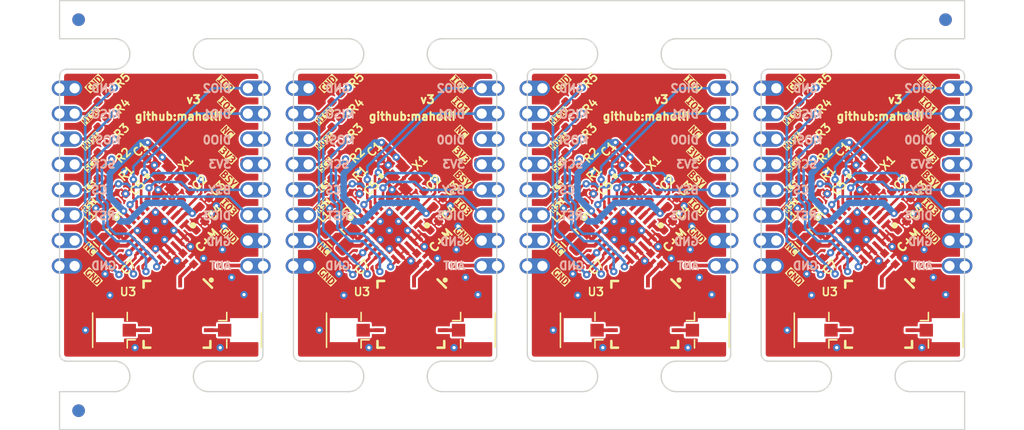
<source format=kicad_pcb>
(kicad_pcb (version 20211014) (generator pcbnew)
  (layers (0 "F.Cu" signal) (1 "In1.Cu" signal) (2 "In2.Cu" signal) (31 "B.Cu" signal) (34 "B.Paste" user) (35 "F.Paste" user) (36 "B.SilkS" user "B.Silkscreen") (37 "F.SilkS" user "F.Silkscreen") (38 "B.Mask" user) (39 "F.Mask" user) (44 "Edge.Cuts" user))
  (net 0 "")
  (net 1 "Board_0-+3V3")
  (net 2 "Board_0-/V_DCC")
  (net 3 "Board_0-/V_DCC2")
  (net 4 "Board_0-GND")
  (net 5 "Board_0-MISO")
  (net 6 "Board_0-MOSI")
  (net 7 "Board_0-Net-(C2-Pad1)")
  (net 8 "Board_0-Net-(C4-Pad1)")
  (net 9 "Board_0-Net-(J17-Pad1)")
  (net 10 "Board_0-Net-(J9-Pad1)")
  (net 11 "Board_0-Net-(R1-Pad2)")
  (net 12 "Board_0-Net-(R2-Pad2)")
  (net 13 "Board_0-Net-(R3-Pad2)")
  (net 14 "Board_0-Net-(R4-Pad2)")
  (net 15 "Board_0-Net-(R5-Pad2)")
  (net 16 "Board_0-Net-(U1-Pad22)")
  (net 17 "Board_0-SCK")
  (net 18 "Board_0-SX_BUSY")
  (net 19 "Board_0-SX_CS")
  (net 20 "Board_0-SX_DIO1")
  (net 21 "Board_0-SX_DIO2")
  (net 22 "Board_0-SX_DIO3")
  (net 23 "Board_0-SX_RST")
  (net 24 "Board_0-unconnected-(J14-Pad1)")
  (net 25 "Board_0-unconnected-(J7-Pad1)")
  (net 26 "Board_0-unconnected-(U1-Pad5)")
  (net 27 "Board_0-unconnected-(U1-Pad6)")
  (net 28 "Board_1-+3V3")
  (net 29 "Board_1-/V_DCC")
  (net 30 "Board_1-/V_DCC2")
  (net 31 "Board_1-GND")
  (net 32 "Board_1-MISO")
  (net 33 "Board_1-MOSI")
  (net 34 "Board_1-Net-(C2-Pad1)")
  (net 35 "Board_1-Net-(C4-Pad1)")
  (net 36 "Board_1-Net-(J17-Pad1)")
  (net 37 "Board_1-Net-(J9-Pad1)")
  (net 38 "Board_1-Net-(R1-Pad2)")
  (net 39 "Board_1-Net-(R2-Pad2)")
  (net 40 "Board_1-Net-(R3-Pad2)")
  (net 41 "Board_1-Net-(R4-Pad2)")
  (net 42 "Board_1-Net-(R5-Pad2)")
  (net 43 "Board_1-Net-(U1-Pad22)")
  (net 44 "Board_1-SCK")
  (net 45 "Board_1-SX_BUSY")
  (net 46 "Board_1-SX_CS")
  (net 47 "Board_1-SX_DIO1")
  (net 48 "Board_1-SX_DIO2")
  (net 49 "Board_1-SX_DIO3")
  (net 50 "Board_1-SX_RST")
  (net 51 "Board_1-unconnected-(J14-Pad1)")
  (net 52 "Board_1-unconnected-(J7-Pad1)")
  (net 53 "Board_1-unconnected-(U1-Pad5)")
  (net 54 "Board_1-unconnected-(U1-Pad6)")
  (net 55 "Board_2-+3V3")
  (net 56 "Board_2-/V_DCC")
  (net 57 "Board_2-/V_DCC2")
  (net 58 "Board_2-GND")
  (net 59 "Board_2-MISO")
  (net 60 "Board_2-MOSI")
  (net 61 "Board_2-Net-(C2-Pad1)")
  (net 62 "Board_2-Net-(C4-Pad1)")
  (net 63 "Board_2-Net-(J17-Pad1)")
  (net 64 "Board_2-Net-(J9-Pad1)")
  (net 65 "Board_2-Net-(R1-Pad2)")
  (net 66 "Board_2-Net-(R2-Pad2)")
  (net 67 "Board_2-Net-(R3-Pad2)")
  (net 68 "Board_2-Net-(R4-Pad2)")
  (net 69 "Board_2-Net-(R5-Pad2)")
  (net 70 "Board_2-Net-(U1-Pad22)")
  (net 71 "Board_2-SCK")
  (net 72 "Board_2-SX_BUSY")
  (net 73 "Board_2-SX_CS")
  (net 74 "Board_2-SX_DIO1")
  (net 75 "Board_2-SX_DIO2")
  (net 76 "Board_2-SX_DIO3")
  (net 77 "Board_2-SX_RST")
  (net 78 "Board_2-unconnected-(J14-Pad1)")
  (net 79 "Board_2-unconnected-(J7-Pad1)")
  (net 80 "Board_2-unconnected-(U1-Pad5)")
  (net 81 "Board_2-unconnected-(U1-Pad6)")
  (net 82 "Board_0-Net-(C2-Pad2)")
  (net 83 "Board_0-Net-(J18-Pad1)")
  (net 84 "Board_0-Net-(U2-Pad3)")
  (net 85 "Board_0-unconnected-(R6-Pad1)")
  (net 86 "Board_1-Net-(C2-Pad2)")
  (net 87 "Board_1-Net-(J18-Pad1)")
  (net 88 "Board_1-Net-(U2-Pad3)")
  (net 89 "Board_1-unconnected-(R6-Pad1)")
  (net 90 "Board_2-Net-(C2-Pad2)")
  (net 91 "Board_2-Net-(J18-Pad1)")
  (net 92 "Board_2-Net-(U2-Pad3)")
  (net 93 "Board_2-unconnected-(R6-Pad1)")
  (net 94 "Board_3-+3V3")
  (net 95 "Board_3-/V_DCC")
  (net 96 "Board_3-/V_DCC2")
  (net 97 "Board_3-GND")
  (net 98 "Board_3-MISO")
  (net 99 "Board_3-MOSI")
  (net 100 "Board_3-Net-(C2-Pad1)")
  (net 101 "Board_3-Net-(C2-Pad2)")
  (net 102 "Board_3-Net-(C4-Pad1)")
  (net 103 "Board_3-Net-(J17-Pad1)")
  (net 104 "Board_3-Net-(J18-Pad1)")
  (net 105 "Board_3-Net-(J9-Pad1)")
  (net 106 "Board_3-Net-(R1-Pad2)")
  (net 107 "Board_3-Net-(R2-Pad2)")
  (net 108 "Board_3-Net-(R3-Pad2)")
  (net 109 "Board_3-Net-(R4-Pad2)")
  (net 110 "Board_3-Net-(R5-Pad2)")
  (net 111 "Board_3-Net-(U1-Pad22)")
  (net 112 "Board_3-Net-(U2-Pad3)")
  (net 113 "Board_3-SCK")
  (net 114 "Board_3-SX_BUSY")
  (net 115 "Board_3-SX_CS")
  (net 116 "Board_3-SX_DIO1")
  (net 117 "Board_3-SX_DIO2")
  (net 118 "Board_3-SX_DIO3")
  (net 119 "Board_3-SX_RST")
  (net 120 "Board_3-unconnected-(J14-Pad1)")
  (net 121 "Board_3-unconnected-(J7-Pad1)")
  (net 122 "Board_3-unconnected-(R6-Pad1)")
  (net 123 "Board_3-unconnected-(U1-Pad5)")
  (net 124 "Board_3-unconnected-(U1-Pad6)")
  (footprint "Connector_Coaxial:U.FL_Hirose_U.FL-R-SMT-1_Vertical" (layer "F.Cu") (at 56.244 40.96 180)
    (fp_text reference "J17" hide)
    (fp_text value "u.FL")
  )
  (footprint "Resistor_SMD:R_0201_0603Metric" (layer "F.Cu") (at 83.065995 35.86789)
    (fp_text reference "R6" hide)
    (fp_text value "0")
  )
  (footprint "Resistor_SMD:R_0402_1005Metric" (layer "F.Cu") (at 18.54 30.16 45)
    (fp_text reference "R1")
    (fp_text value "1k")
  )
  (footprint "NPTH" (layer "F.Cu") (at 57.33575 20.3)
    (fp_text reference "REF**" hide)
    (fp_text value "NPTH" hide)
  )
  (footprint "NPTH" (layer "F.Cu") (at 43.100416 20.3)
    (fp_text reference "REF**" hide)
    (fp_text value "NPTH" hide)
  )
  (footprint "Capacitor_SMD:C_0402_1005Metric" (layer "F.Cu") (at 74.682699 35.632 -135)
    (fp_text reference "C7")
    (fp_text value "0.1uF")
  )
  (footprint "Resistor_SMD:R_0402_1005Metric" (layer "F.Cu") (at 73.581764 24.63076 45)
    (fp_text reference "R4")
    (fp_text value "1k")
  )
  (footprint "kibuzzard-62D5B116" (layer "F.Cu") (at 83.546 33.46 -45)
    (fp_text reference "kibuzzard-62D5B116" hide)
    (fp_text value "G***" hide)
  )
  (footprint "Resistor_SMD:R_0402_1005Metric" (layer "F.Cu") (at 36.777764 22.63076 45)
    (fp_text reference "R5")
    (fp_text value "1k")
  )
  (footprint "custom-footprints:castellated_04mm" (layer "F.Cu") (at 14.9873 21.90076 180)
    (fp_text reference "J1" hide)
    (fp_text value "Conn_01x01")
  )
  (footprint "kibuzzard-62D5B106" (layer "F.Cu") (at 17.44 34.56 -45)
    (fp_text reference "kibuzzard-62D5B106" hide)
    (fp_text value "G***" hide)
  )
  (footprint "custom-footprints:castellated_04mm" (layer "F.Cu") (at 49.4167 25.900752)
    (fp_text reference "J14" hide)
    (fp_text value "Conn_01x01")
  )
  (footprint "custom-footprints:castellated_04mm" (layer "F.Cu") (at 51.7913 23.90076 180)
    (fp_text reference "J2" hide)
    (fp_text value "Conn_01x01")
  )
  (footprint "custom-footprints:castellated_04mm" (layer "F.Cu") (at 33.3893 23.90076 180)
    (fp_text reference "J2" hide)
    (fp_text value "Conn_01x01")
  )
  (footprint "NPTH" (layer "F.Cu") (at 80.73775 43.5)
    (fp_text reference "REF**" hide)
    (fp_text value "NPTH" hide)
  )
  (footprint "custom-footprints:castellated_04mm" (layer "F.Cu") (at 70.1933 23.90076 180)
    (fp_text reference "J2" hide)
    (fp_text value "Conn_01x01")
  )
  (footprint "custom-footprints:QFN50P400X400X80-25N-D" (layer "F.Cu") (at 77.755185 33.108764 -135)
    (fp_text reference "U1" hide)
    (fp_text value "SX1280IMLTRT" hide)
  )
  (footprint "custom-footprints:castellated_04mm" (layer "F.Cu") (at 14.9873 25.90076 180)
    (fp_text reference "J3" hide)
    (fp_text value "Conn_01x01")
  )
  (footprint "NPTH" (layer "F.Cu") (at 20.53175 43.5)
    (fp_text reference "REF**" hide)
    (fp_text value "NPTH" hide)
  )
  (footprint "Connector_Coaxial:U.FL_Hirose_U.FL-R-SMT-1_Vertical" (layer "F.Cu") (at 47.442 40.96)
    (fp_text reference "J18" hide)
    (fp_text value "u.FL")
  )
  (footprint "NPTH" (layer "F.Cu") (at 79.904416 20.3)
    (fp_text reference "REF**" hide)
    (fp_text value "NPTH" hide)
  )
  (footprint "custom-footprints:castellated_04mm" (layer "F.Cu") (at 67.8187 27.90076)
    (fp_text reference "J13" hide)
    (fp_text value "Conn_01x01")
  )
  (footprint "NPTH" (layer "F.Cu") (at 23.03175 20.3)
    (fp_text reference "REF**" hide)
    (fp_text value "NPTH" hide)
  )
  (footprint "Fiducial" (layer "F.Cu") (at 16.5 16.5)
    (fp_text reference "REF**" hide)
    (fp_text value "Fiducial" hide)
  )
  (footprint "kibuzzard-62D5B29B" (layer "F.Cu") (at 54.114 31.12 45)
    (fp_text reference "kibuzzard-62D5B29B" hide)
    (fp_text value "G***" hide)
  )
  (footprint "Connector_Coaxial:U.FL_Hirose_U.FL-R-SMT-1_Vertical" (layer "F.Cu") (at 84.246 40.96)
    (fp_text reference "J18" hide)
    (fp_text value "u.FL")
  )
  (footprint "Capacitor_SMD:C_0402_1005Metric" (layer "F.Cu") (at 18.64 32.16 135)
    (fp_text reference "C6")
    (fp_text value "470nF")
  )
  (footprint "NPTH" (layer "F.Cu") (at 62.33575 20.3)
    (fp_text reference "REF**" hide)
    (fp_text value "NPTH" hide)
  )
  (footprint "kibuzzard-62D5B106" (layer "F.Cu") (at 28.24 25.36 -45)
    (fp_text reference "kibuzzard-62D5B106" hide)
    (fp_text value "G***" hide)
  )
  (footprint "NPTH" (layer "F.Cu") (at 24.698416 43.5)
    (fp_text reference "REF**" hide)
    (fp_text value "NPTH" hide)
  )
  (footprint "NPTH" (layer "F.Cu") (at 77.404416 20.3)
    (fp_text reference "REF**" hide)
    (fp_text value "NPTH" hide)
  )
  (footprint "custom-footprints:castellated_04mm" (layer "F.Cu") (at 49.4167 31.90076)
    (fp_text reference "J11" hide)
    (fp_text value "Conn_01x01")
  )
  (footprint "custom-footprints:castellated_04mm" (layer "F.Cu") (at 86.2207 31.90076)
    (fp_text reference "J11" hide)
    (fp_text value "Conn_01x01")
  )
  (footprint "custom-footprints:castellated_04mm" (layer "F.Cu") (at 67.8187 21.90076)
    (fp_text reference "J16" hide)
    (fp_text value "Conn_01x01")
  )
  (footprint "kibuzzard-62D5B11D" (layer "F.Cu") (at 28.34 31.26 -45)
    (fp_text reference "kibuzzard-62D5B11D" hide)
    (fp_text value "G***" hide)
  )
  (footprint "kibuzzard-62D5B116" (layer "F.Cu") (at 65.144 33.46 -45)
    (fp_text reference "kibuzzard-62D5B116" hide)
    (fp_text value "G***" hide)
  )
  (footprint "Resistor_SMD:R_0402_1005Metric" (layer "F.Cu") (at 55.179764 26.63076 45)
    (fp_text reference "R3")
    (fp_text value "1k")
  )
  (footprint "Resistor_SMD:R_0402_1005Metric" (layer "F.Cu") (at 36.942 30.16 45)
    (fp_text reference "R1")
    (fp_text value "1k")
  )
  (footprint "Inductor_SMD:L_0805_2012Metric" (layer "F.Cu") (at 55.164 33.69 135)
    (fp_text reference "L1")
    (fp_text value "15uH")
  )
  (footprint "kibuzzard-62D5B116" (layer "F.Cu") (at 72.846 36.76 -45)
    (fp_text reference "kibuzzard-62D5B116" hide)
    (fp_text value "G***" hide)
  )
  (footprint "kibuzzard-62D5B10B" (layer "F.Cu") (at 28.14 23.26 -45)
    (fp_text reference "kibuzzard-62D5B10B" hide)
    (fp_text value "G***" hide)
  )
  (footprint "Capacitor_SMD:C_0402_1005Metric" (layer "F.Cu") (at 81.604199 30.882106 -135)
    (fp_text reference "C3")
    (fp_text value "10nF")
  )
  (footprint "custom-footprints:castellated_04mm" (layer "F.Cu") (at 67.8187 31.90076)
    (fp_text reference "J11" hide)
    (fp_text value "Conn_01x01")
  )
  (footprint "kibuzzard-62D5B106" (layer "F.Cu") (at 54.244 34.56 -45)
    (fp_text reference "kibuzzard-62D5B106" hide)
    (fp_text value "G***" hide)
  )
  (footprint "Resistor_SMD:R_0201_0603Metric" (layer "F.Cu") (at 46.261995 35.86789)
    (fp_text reference "R6" hide)
    (fp_text value "0")
  )
  (footprint "Capacitor_SMD:C_0402_1005Metric" (layer "F.Cu") (at 19.476699 35.632 -135)
    (fp_text reference "C7")
    (fp_text value "0.1uF")
  )
  (footprint "custom-footprints:castellated_04mm" (layer "F.Cu") (at 33.3893 35.90076 180)
    (fp_text reference "J8" hide)
    (fp_text value "Conn_01x01")
  )
  (footprint "Capacitor_SMD:C_0402_1005Metric" (layer "F.Cu") (at 19.857699 30.552 45)
    (fp_text reference "C5")
    (fp_text value "0.1uF")
  )
  (footprint "NPTH" (layer "F.Cu") (at 38.93375 20.3)
    (fp_text reference "REF**" hide)
    (fp_text value "NPTH" hide)
  )
  (footprint "Capacitor_SMD:C_0402_1005Metric" (layer "F.Cu") (at 56.661699 30.552 45)
    (fp_text reference "C5")
    (fp_text value "0.1uF")
  )
  (footprint "kibuzzard-62D5B111" (layer "F.Cu") (at 46.442 21.56 -45)
    (fp_text reference "kibuzzard-62D5B111" hide)
    (fp_text value "G***" hide)
  )
  (footprint "custom-footprints:castellated_04mm" (layer "F.Cu") (at 70.1933 27.90076 180)
    (fp_text reference "J4" hide)
    (fp_text value "Conn_01x01")
  )
  (footprint "kibuzzard-62D5B116" (layer "F.Cu") (at 28.34 33.46 -45)
    (fp_text reference "kibuzzard-62D5B116" hide)
    (fp_text value "G***" hide)
  )
  (footprint "kibuzzard-62D5B0FF" (layer "F.Cu") (at 46.642 27.16 -45)
    (fp_text reference "kibuzzard-62D5B0FF" hide)
    (fp_text value "G***" hide)
  )
  (footprint "custom-footprints:castellated_04mm" (layer "F.Cu") (at 31.0147 35.90076)
    (fp_text reference "J9" hide)
    (fp_text value "Conn_01x01")
  )
  (footprint "kibuzzard-62D5B2D7" (layer "F.Cu") (at 35.842 26.05 45)
    (fp_text reference "kibuzzard-62D5B2D7" hide)
    (fp_text value "G***" hide)
  )
  (footprint "kibuzzard-62D5B0F3" (layer "F.Cu") (at 65.144 29.06 -45)
    (fp_text reference "kibuzzard-62D5B0F3" hide)
    (fp_text value "G***" hide)
  )
  (footprint "Capacitor_SMD:C_0402_1005Metric" (layer "F.Cu") (at 43.330956 30.36978 45)
    (fp_text reference "C2")
    (fp_text value "1nF")
  )
  (footprint "custom-footprints:castellated_04mm" (layer "F.Cu") (at 67.8187 25.900752)
    (fp_text reference "J14" hide)
    (fp_text value "Conn_01x01")
  )
  (footprint "custom-footprints:castellated_04mm" (layer "F.Cu") (at 33.3893 27.90076 180)
    (fp_text reference "J4" hide)
    (fp_text value "Conn_01x01")
  )
  (footprint "custom-footprints:castellated_04mm" (layer "F.Cu") (at 86.2207 35.90076)
    (fp_text reference "J9" hide)
    (fp_text value "Conn_01x01")
  )
  (footprint "custom-footprints:QFN32-5X5MM" (layer "F.Cu") (at 79.446 39.71 -90)
    (fp_text reference "U3")
    (fp_text value "EP2W+")
  )
  (footprint "custom-footprints:castellated_04mm" (layer "F.Cu") (at 49.4167 27.90076)
    (fp_text reference "J13" hide)
    (fp_text value "Conn_01x01")
  )
  (footprint "NPTH" (layer "F.Cu") (at 79.904416 43.5)
    (fp_text reference "REF**" hide)
    (fp_text value "NPTH" hide)
  )
  (footprint "kibuzzard-62D5B116" (layer "F.Cu") (at 17.73 21.53 45)
    (fp_text reference "kibuzzard-62D5B116" hide)
    (fp_text value "G***" hide)
  )
  (footprint "kibuzzard-62D5B2D7" (layer "F.Cu") (at 72.646 26.05 45)
    (fp_text reference "kibuzzard-62D5B2D7" hide)
    (fp_text value "G***" hide)
  )
  (footprint "custom-footprints:castellated_04mm" (layer "F.Cu") (at 33.3893 25.90076 180)
    (fp_text reference "J3" hide)
    (fp_text value "Conn_01x01")
  )
  (footprint "custom-footprints:holliday" (layer "F.Cu") (at 77.986 25.24)
    (fp_text reference "Ref**" hide)
    (fp_text value "Val**" hide)
  )
  (footprint "Capacitor_SMD:C_0402_1005Metric" (layer "F.Cu") (at 24.928956 30.36978 45)
    (fp_text reference "C2")
    (fp_text value "1nF")
  )
  (footprint "custom-footprints:holliday" (layer "F.Cu") (at 41.182 25.24)
    (fp_text reference "Ref**" hide)
    (fp_text value "Val**" hide)
  )
  (footprint "kibuzzard-62D5B116" (layer "F.Cu") (at 36.042 36.76 -45)
    (fp_text reference "kibuzzard-62D5B116" hide)
    (fp_text value "G***" hide)
  )
  (footprint "Capacitor_SMD:C_0402_1005Metric" (layer "F.Cu") (at 77.413199 27.123 45)
    (fp_text reference "C1")
    (fp_text value "100nF")
  )
  (footprint "kibuzzard-62D5B296" (layer "F.Cu") (at 72.606 29.61 45)
    (fp_text reference "kibuzzard-62D5B296" hide)
    (fp_text value "G***" hide)
  )
  (footprint "custom-footprints:holliday" (layer "F.Cu") (at 22.78 25.24)
    (fp_text reference "Ref**" hide)
    (fp_text value "Val**" hide)
  )
  (footprint "kibuzzard-62D5B296" (layer "F.Cu") (at 35.802 29.61 45)
    (fp_text reference "kibuzzard-62D5B296" hide)
    (fp_text value "G***" hide)
  )
  (footprint "custom-footprints:castellated_04mm" (layer "F.Cu") (at 70.1933 29.90076 180)
    (fp_text reference "J5" hide)
    (fp_text value "Conn_01x01")
  )
  (footprint "NPTH" (layer "F.Cu") (at 78.23775 20.3)
    (fp_text reference "REF**" hide)
    (fp_text value "NPTH" hide)
  )
  (footprint "kibuzzard-62D5B106" (layer "F.Cu") (at 65.044 25.36 -45)
    (fp_text reference "kibuzzard-62D5B106" hide)
    (fp_text value "G***" hide)
  )
  (footprint "NPTH" (layer "F.Cu") (at 79.071083 20.3)
    (fp_text reference "REF**" hide)
    (fp_text value "NPTH" hide)
  )
  (footprint "custom-footprints:castellated_04mm" (layer "F.Cu") (at 14.9873 33.90076 180)
    (fp_text reference "J7" hide)
    (fp_text value "Conn_01x01")
  )
  (footprint "kibuzzard-62D5B2E8" (layer "F.Cu") (at 54.244 24.08 45)
    (fp_text reference "kibuzzard-62D5B2E8" hide)
    (fp_text value "G***" hide)
  )
  (footprint "Resistor_SMD:R_0402_1005Metric" (layer "F.Cu") (at 55.179764 28.63076 45)
    (fp_text reference "R2")
    (fp_text value "1k")
  )
  (footprint "NPTH" (layer "F.Cu") (at 60.669083 43.5)
    (fp_text reference "REF**" hide)
    (fp_text value "NPTH" hide)
  )
  (footprint "custom-footprints:castellated_04mm" (layer "F.Cu") (at 86.2207 21.90076)
    (fp_text reference "J16" hide)
    (fp_text value "Conn_01x01")
  )
  (footprint "NPTH" (layer "F.Cu") (at 61.502416 43.5)
    (fp_text reference "REF**" hide)
    (fp_text value "NPTH" hide)
  )
  (footprint "NPTH" (layer "F.Cu") (at 76.571083 20.3)
    (fp_text reference "REF**" hide)
    (fp_text value "NPTH" hide)
  )
  (footprint "Capacitor_SMD:C_0402_1005Metric" (layer "F.Cu") (at 56.280699 35.632 -135)
    (fp_text reference "C7")
    (fp_text value "0.1uF")
  )
  (footprint "kibuzzard-62D5B2C4" (layer "F.Cu") (at 54.304 27.92 45)
    (fp_text reference "kibuzzard-62D5B2C4" hide)
    (fp_text value "G***" hide)
  )
  (footprint "NPTH" (layer "F.Cu") (at 78.23775 43.5)
    (fp_text reference "REF**" hide)
    (fp_text value "NPTH" hide)
  )
  (footprint "NPTH" (layer "F.Cu") (at 20.53175 20.3)
    (fp_text reference "REF**" hide)
    (fp_text value "NPTH" hide)
  )
  (footprint "NPTH" (layer "F.Cu") (at 61.502416 20.3)
    (fp_text reference "REF**" hide)
    (fp_text value "NPTH" hide)
  )
  (footprint "kibuzzard-62D5B106" (layer "F.Cu") (at 35.842 34.56 -45)
    (fp_text reference "kibuzzard-62D5B106" hide)
    (fp_text value "G***" hide)
  )
  (footprint "custom-footprints:QFN32-5X5MM" (layer "F.Cu") (at 61.044 39.71 -90)
    (fp_text reference "U3")
    (fp_text value "EP2W+")
  )
  (footprint "custom-footprints:castellated_04mm" (layer "F.Cu") (at 31.0147 27.90076)
    (fp_text reference "J13" hide)
    (fp_text value "Conn_01x01")
  )
  (footprint "Capacitor_SMD:C_0402_1005Metric" (layer "F.Cu") (at 22.207199 27.123 45)
    (fp_text reference "C1")
    (fp_text value "100nF")
  )
  (footprint "Connector_Coaxial:U.FL_Hirose_U.FL-R-SMT-1_Vertical" (layer "F.Cu") (at 37.842 40.96 180)
    (fp_text reference "J17" hide)
    (fp_text value "u.FL")
  )
  (footprint "NPTH" (layer "F.Cu") (at 41.43375 43.5)
    (fp_text reference "REF**" hide)
    (fp_text value "NPTH" hide)
  )
  (footprint "NPTH" (layer "F.Cu") (at 58.169083 43.5)
    (fp_text reference "REF**" hide)
    (fp_text value "NPTH" hide)
  )
  (footprint "kibuzzard-62D5B296" (layer "F.Cu") (at 17.4 29.61 45)
    (fp_text reference "kibuzzard-62D5B296" hide)
    (fp_text value "G***" hide)
  )
  (footprint "Resistor_SMD:R_0201_0603Metric" (layer "F.Cu") (at 27.859995 35.86789)
    (fp_text reference "R6" hide)
    (fp_text value "0")
  )
  (footprint "Connector_Coaxial:U.FL_Hirose_U.FL-R-SMT-1_Vertical" (layer "F.Cu") (at 19.44 40.96 180)
    (fp_text reference "J17" hide)
    (fp_text value "u.FL")
  )
  (footprint "custom-footprints:castellated_04mm" (layer "F.Cu") (at 86.2207 23.90076)
    (fp_text reference "J15" hide)
    (fp_text value "Conn_01x01")
  )
  (footprint "custom-footprints:castellated_04mm" (layer "F.Cu") (at 51.7913 31.90076 180)
    (fp_text reference "J6" hide)
    (fp_text value "Conn_01x01")
  )
  (footprint "Crystal:Crystal_SMD_2016-4Pin_2.0x1.6mm" (layer "F.Cu") (at 42.109641 28.96886 -45)
    (fp_text reference "X1")
    (fp_text value "52.000 MHz")
  )
  (footprint "custom-footprints:QFN50P400X400X80-25N-D" (layer "F.Cu") (at 59.353185 33.108764 -135)
    (fp_text reference "U1" hide)
    (fp_text value "SX1280IMLTRT" hide)
  )
  (footprint "Resistor_SMD:R_0402_1005Metric" (layer "F.Cu") (at 73.581764 26.63076 45)
    (fp_text reference "R3")
    (fp_text value "1k")
  )
  (footprint "Capacitor_SMD:C_0402_1005Metric" (layer "F.Cu") (at 38.259699 30.552 45)
    (fp_text reference "C5")
    (fp_text value "0.1uF")
  )
  (footprint "NPTH" (layer "F.Cu") (at 59.002416 43.5)
    (fp_text reference "REF**" hide)
    (fp_text value "NPTH" hide)
  )
  (footprint "custom-footprints:castellated_04mm" (layer "F.Cu") (at 67.8187 29.90076)
    (fp_text reference "J12" hide)
    (fp_text value "Conn_01x01")
  )
  (footprint "custom-footprints:castellated_04mm" (layer "F.Cu") (at 70.1933 33.90076 180)
    (fp_text reference "J7" hide)
    (fp_text value "Conn_01x01")
  )
  (footprint "custom-footprints:castellated_04mm" (layer "F.Cu") (at 14.9873 23.90076 180)
    (fp_text reference "J2" hide)
    (fp_text value "Conn_01x01")
  )
  (footprint "custom-footprints:QFN50P400X400X80-25N-D" (layer "F.Cu") (at 22.549185 33.108764 -135)
    (fp_text reference "U1" hide)
    (fp_text value "SX1280IMLTRT" hide)
  )
  (footprint "Fiducial" (layer "F.Cu") (at 16.5 47.3)
    (fp_text reference "REF**" hide)
    (fp_text value "Fiducial" hide)
  )
  (footprint "Resistor_SMD:R_0201_0603Metric" (layer "F.Cu") (at 64.663995 35.86789)
    (fp_text reference "R6" hide)
    (fp_text value "0")
  )
  (footprint "NPTH" (layer "F.Cu") (at 22.198416 43.5)
    (fp_text reference "REF**" hide)
    (fp_text value "NPTH" hide)
  )
  (footprint "Capacitor_SMD:C_0402_1005Metric" (layer "F.Cu") (at 75.063699 30.552 45)
    (fp_text reference "C5")
    (fp_text value "0.1uF")
  )
  (footprint "custom-footprints:castellated_04mm" (layer "F.Cu") (at 49.4167 21.90076)
    (fp_text reference "J16" hide)
    (fp_text value "Conn_01x01")
  )
  (footprint "kibuzzard-62D5B106" (layer "F.Cu") (at 46.642 25.36 -45)
    (fp_text reference "kibuzzard-62D5B106" hide)
    (fp_text value "G***" hide)
  )
  (footprint "kibuzzard-62D5B11D" (layer "F.Cu") (at 46.742 31.26 -45)
    (fp_text reference "kibuzzard-62D5B11D" hide)
    (fp_text value "G***" hide)
  )
  (footprint "NPTH" (layer "F.Cu") (at 42.267083 43.5)
    (fp_text reference "REF**" hide)
    (fp_text value "NPTH" hide)
  )
  (footprint "kibuzzard-62D5B106" (layer "F.Cu") (at 83.446 25.36 -45)
    (fp_text reference "kibuzzard-62D5B106" hide)
    (fp_text value "G***" hide)
  )
  (footprint "NPTH" (layer "F.Cu") (at 22.198416 20.3)
    (fp_text reference "REF**" hide)
    (fp_text value "NPTH" hide)
  )
  (footprint "kibuzzard-62D5B10B" (layer "F.Cu") (at 64.944 23.26 -45)
    (fp_text reference "kibuzzard-62D5B10B" hide)
    (fp_text value "G***" hide)
  )
  (footprint "custom-footprints:castellated_04mm" (layer "F.Cu") (at 33.3893 31.90076 180)
    (fp_text reference "J6" hide)
    (fp_text value "Conn_01x01")
  )
  (footprint "kibuzzard-62D5B116" (layer "F.Cu") (at 72.936 21.53 45)
    (fp_text reference "kibuzzard-62D5B116" hide)
    (fp_text value "G***" hide)
  )
  (footprint "kibuzzard-62D5B106" (layer "F.Cu") (at 72.646 34.56 -45)
    (fp_text reference "kibuzzard-62D5B106" hide)
    (fp_text value "G***" hide)
  )
  (footprint "custom-footprints:castellated_04mm" (layer "F.Cu") (at 70.1933 21.90076 180)
    (fp_text reference "J1" hide)
    (fp_text value "Conn_01x01")
  )
  (footprint "custom-footprints:castellated_04mm" (layer "F.Cu") (at 70.1933 25.90076 180)
    (fp_text reference "J3" hide)
    (fp_text value "Conn_01x01")
  )
  (footprint "custom-footprints:2450FM07D0034T" (layer "F.Cu") (at 43.536264 35.334264 -45)
    (fp_text reference "U2" hide)
    (fp_text value "2450FM07D0034T" hide)
  )
  (footprint "NPTH" (layer "F.Cu") (at 79.071083 43.5)
    (fp_text reference "REF**" hide)
    (fp_text value "NPTH" hide)
  )
  (footprint "custom-footprints:castellated_04mm" (layer "F.Cu") (at 86.2207 27.90076)
    (fp_text reference "J13" hide)
    (fp_text value "Conn_01x01")
  )
  (footprint "Resistor_SMD:R_0402_1005Metric" (layer "F.Cu") (at 55.179764 24.63076 45)
    (fp_text reference "R4")
    (fp_text value "1k")
  )
  (footprint "NPTH" (layer "F.Cu") (at 59.83575 20.3)
    (fp_text reference "REF**" hide)
    (fp_text value "NPTH" hide)
  )
  (footprint "Inductor_SMD:L_0805_2012Metric" (layer "F.Cu") (at 73.566 33.69 135)
    (fp_text reference "L1")
    (fp_text value "15uH")
  )
  (footprint "Resistor_SMD:R_0402_1005Metric" (layer "F.Cu") (at 18.375764 26.63076 45)
    (fp_text reference "R3")
    (fp_text value "1k")
  )
  (footprint "kibuzzard-62D5B111" (layer "F.Cu") (at 28.04 21.56 -45)
    (fp_text reference "kibuzzard-62D5B111" hide)
    (fp_text value "G***" hide)
  )
  (footprint "custom-footprints:castellated_04mm" (layer "F.Cu") (at 49.4167 33.90076)
    (fp_text reference "J10" hide)
    (fp_text value "Conn_01x01")
  )
  (footprint "NPTH" (layer "F.Cu") (at 62.33575 43.5)
    (fp_text reference "REF**" hide)
    (fp_text value "NPTH" hide)
  )
  (footprint "Capacitor_SMD:C_0402_1005Metric" (layer "F.Cu") (at 37.042 32.16 135)
    (fp_text reference "C6")
    (fp_text value "470nF")
  )
  (footprint "custom-footprints:QFN32-5X5MM" (layer "F.Cu") (at 42.642 39.71 -90)
    (fp_text reference "U3")
    (fp_text value "EP2W+")
  )
  (footprint "kibuzzard-62D5B2E8" (layer "F.Cu") (at 35.842 24.08 45)
    (fp_text reference "kibuzzard-62D5B2E8" hide)
    (fp_text value "G***" hide)
  )
  (footprint "custom-footprints:castellated_04mm" (layer "F.Cu") (at 33.3893 21.90076 180)
    (fp_text reference "J1" hide)
    (fp_text value "Conn_01x01")
  )
  (footprint "Resistor_SMD:R_0402_1005Metric" (layer "F.Cu") (at 73.581764 22.63076 45)
    (fp_text reference "R5")
    (fp_text value "1k")
  )
  (footprint "NPTH" (layer "F.Cu") (at 43.93375 20.3)
    (fp_text reference "REF**" hide)
    (fp_text value "NPTH" hide)
  )
  (footprint "custom-footprints:castellated_04mm" (layer "F.Cu") (at 31.0147 33.90076)
    (fp_text reference "J10" hide)
    (fp_text value "Conn_01x01")
  )
  (footprint "custom-footprints:2450FM07D0034T" (layer "F.Cu") (at 61.938264 35.334264 -45)
    (fp_text reference "U2" hide)
    (fp_text value "2450FM07D0034T" hide)
  )
  (footprint "kibuzzard-62D5B116" (layer "F.Cu") (at 54.444 36.76 -45)
    (fp_text reference "kibuzzard-62D5B116" hide)
    (fp_text value "G***" hide)
  )
  (footprint "Crystal:Crystal_SMD_2016-4Pin_2.0x1.6mm" (layer "F.Cu") (at 23.707641 28.96886 -45)
    (fp_text reference "X1")
    (fp_text value "52.000 MHz")
  )
  (footprint "kibuzzard-62D5B29B" (layer "F.Cu") (at 35.712 31.12 45)
    (fp_text reference "kibuzzard-62D5B29B" hide)
    (fp_text value "G***" hide)
  )
  (footprint "Capacitor_SMD:C_0402_1005Metric" (layer "F.Cu") (at 80.134956 30.36978 45)
    (fp_text reference "C2")
    (fp_text value "1nF")
  )
  (footprint "custom-footprints:castellated_04mm" (layer "F.Cu") (at 51.7913 25.90076 180)
    (fp_text reference "J3" hide)
    (fp_text value "Conn_01x01")
  )
  (footprint "Capacitor_SMD:C_0402_1005Metric" (layer "F.Cu") (at 61.732956 30.36978 45)
    (fp_text reference "C2")
    (fp_text value "1nF")
  )
  (footprint "custom-footprints:castellated_04mm" (layer "F.Cu") (at 14.9873 27.90076 180)
    (fp_text reference "J4" hide)
    (fp_text value "Conn_01x01")
  )
  (footprint "custom-footprints:castellated_04mm" (layer "F.Cu") (at 70.1933 35.90076 180)
    (fp_text reference "J8" hide)
    (fp_text value "Conn_01x01")
  )
  (footprint "custom-footprints:castellated_04mm" (layer "F.Cu") (at 49.4167 29.90076)
    (fp_text reference "J12" hide)
    (fp_text value "Conn_01x01")
  )
  (footprint "custom-footprints:castellated_04mm" (layer "F.Cu") (at 31.0147 31.90076)
    (fp_text reference "J11" hide)
    (fp_text value "Conn_01x01")
  )
  (footprint "kibuzzard-62D5B296" (layer "F.Cu") (at 54.204 29.61 45)
    (fp_text reference "kibuzzard-62D5B296" hide)
    (fp_text value "G***" hide)
  )
  (footprint "Capacitor_SMD:C_0402_1005Metric" (layer "F.Cu") (at 63.202199 30.882106 -135)
    (fp_text reference "C3")
    (fp_text value "10nF")
  )
  (footprint "NPTH" (layer "F.Cu") (at 23.865083 43.5)
    (fp_text reference "REF**" hide)
    (fp_text value "NPTH" hide)
  )
  (footprint "Resistor_SMD:R_0402_1005Metric" (layer "F.Cu") (at 18.375764 22.63076 45)
    (fp_text reference "R5")
    (fp_text value "1k")
  )
  (footprint "Capacitor_SMD:C_0402_1005Metric" (layer "F.Cu") (at 26.398199 30.882106 -135)
    (fp_text reference "C3")
    (fp_text value "10nF")
  )
  (footprint "Capacitor_SMD:C_0402_1005Metric" (layer "F.Cu") (at 73.846 32.16 135)
    (fp_text reference "C6")
    (fp_text value "470nF")
  )
  (footprint "custom-footprints:castellated_04mm" (layer "F.Cu") (at 86.2207 25.900752)
    (fp_text reference "J14" hide)
    (fp_text value "Conn_01x01")
  )
  (footprint "kibuzzard-62D5B0FF" (layer "F.Cu") (at 28.24 27.16 -45)
    (fp_text reference "kibuzzard-62D5B0FF" hide)
    (fp_text value "G***" hide)
  )
  (footprint "kibuzzard-62D5B11D" (layer "F.Cu") (at 65.144 31.26 -45)
    (fp_text reference "kibuzzard-62D5B11D" hide)
    (fp_text value "G***" hide)
  )
  (footprint "Resistor_SMD:R_0402_1005Metric" (layer "F.Cu") (at 73.746 30.16 45)
    (fp_text reference "R1")
    (fp_text value "1k")
  )
  (footprint "NPTH" (layer "F.Cu") (at 59.83575 43.5)
    (fp_text reference "REF**" hide)
    (fp_text value "NPTH" hide)
  )
  (footprint "Crystal:Crystal_SMD_2016-4Pin_2.0x1.6mm" (layer "F.Cu") (at 78.913641 28.96886 -45)
    (fp_text reference "X1")
    (fp_text value "52.000 MHz")
  )
  (footprint "kibuzzard-62D5B10B" (layer "F.Cu") (at 83.346 23.26 -45)
    (fp_text reference "kibuzzard-62D5B10B" hide)
    (fp_text value "G***" hide)
  )
  (footprint "custom-footprints:2450FM07D0034T" (layer "F.Cu") (at 80.340264 35.334264 -45)
    (fp_text reference "U2" hide)
    (fp_text value "2450FM07D0034T" hide)
  )
  (footprint "kibuzzard-62D5B29B" (layer "F.Cu") (at 17.31 31.12 45)
    (fp_text reference "kibuzzard-62D5B29B" hide)
    (fp_text value "G***" hide)
  )
  (footprint "kibuzzard-62D5B0FF" (layer "F.Cu") (at 65.044 27.16 -45)
    (fp_text reference "kibuzzard-62D5B0FF" hide)
    (fp_text value "G***" hide)
  )
  (footprint "custom-footprints:castellated_04mm" (layer "F.Cu") (at 51.7913 27.90076 180)
    (fp_text reference "J4" hide)
    (fp_text value "Conn_01x01")
  )
  (footprint "Resistor_SMD:R_0402_1005Metric" (layer "F.Cu") (at 36.777764 28.63076 45)
    (fp_text reference "R2")
    (fp_text value "1k")
  )
  (footprint "kibuzzard-62D5B10B" (layer "F.Cu") (at 46.542 23.26 -45)
    (fp_text reference "kibuzzard-62D5B10B" hide)
    (fp_text value "G***" hide)
  )
  (footprint "kibuzzard-62D5B116" (layer "F.Cu") (at 17.64 36.76 -45)
    (fp_text reference "kibuzzard-62D5B116" hide)
    (fp_text value "G***" hide)
  )
  (footprint "Capacitor_SMD:C_0402_1005Metric" (layer "F.Cu") (at 55.444 32.16 135)
    (fp_text reference "C6")
    (fp_text value "470nF")
  )
  (footprint "kibuzzard-62D5B0FF" (layer "F.Cu") (at 83.446 27.16 -45)
    (fp_text reference "kibuzzard-62D5B0FF" hide)
    (fp_text value "G***" hide)
  )
  (footprint "NPTH" (layer "F.Cu") (at 38.93375 43.5)
    (fp_text reference "REF**" hide)
    (fp_text value "NPTH" hide)
  )
  (footprint "kibuzzard-62D5B111" (layer "F.Cu") (at 64.844 21.56 -45)
    (fp_text reference "kibuzzard-62D5B111" hide)
    (fp_text value "G***" hide)
  )
  (footprint "NPTH" (layer "F.Cu") (at 40.600416 43.5)
    (fp_text reference "REF**" hide)
    (fp_text value "NPTH" hide)
  )
  (footprint "NPTH" (layer "F.Cu") (at 77.404416 43.5)
    (fp_text reference "REF**" hide)
    (fp_text value "NPTH" hide)
  )
  (footprint "Resistor_SMD:R_0402_1005Metric" (layer "F.Cu") (at 73.581764 28.63076 45)
    (fp_text reference "R2")
    (fp_text value "1k")
  )
  (footprint "NPTH" (layer "F.Cu") (at 75.73775 20.3)
    (fp_text reference "REF**" hide)
    (fp_text value "NPTH" hide)
  )
  (footprint "Inductor_SMD:L_0805_2012Metric" (layer "F.Cu") (at 18.36 33.69 135)
    (fp_text reference "L1")
    (fp_text value "15uH")
  )
  (footprint "NPTH" (layer "F.Cu") (at 58.169083 20.3)
    (fp_text reference "REF**" hide)
    (fp_text value "NPTH" hide)
  )
  (footprint "kibuzzard-62D5B2C4" (layer "F.Cu") (at 17.5 27.92 45)
    (fp_text reference "kibuzzard-62D5B2C4" hide)
    (fp_text value "G***" hide)
  )
  (footprint "custom-footprints:2450FM07D0034T" (layer "F.Cu") (at 25.134264 35.334264 -45)
    (fp_text reference "U2" hide)
    (fp_text value "2450FM07D0034T" hide)
  )
  (footprint "kibuzzard-62D5B2C4" (layer "F.Cu") (at 72.706 27.92 45)
    (fp_text reference "kibuzzard-62D5B2C4" hide)
    (fp_text value "G***" hide)
  )
  (footprint "NPTH" (layer "F.Cu") (at 43.100416 43.5)
    (fp_text reference "REF**" hide)
    (fp_text value "NPTH" hide)
  )
  (footprint "custom-footprints:QFN50P400X400X80-25N-D" (layer "F.Cu") (at 40.951185 33.108764 -135)
    (fp_text reference "U1" hide)
    (fp_text value "SX1280IMLTRT" hide)
  )
  (footprint "Fiducial" (layer "F.Cu") (at 84.711 16.5)
    (fp_text reference "REF**" hide)
    (fp_text value "Fiducial" hide)
  )
  (footprint "custom-footprints:castellated_04mm" (layer "F.Cu") (at 67.8187 33.90076)
    (fp_text reference "J10" hide)
    (fp_text value "Conn_01x01")
  )
  (footprint "kibuzzard-62D5B2D7" (layer "F.Cu") (at 17.44 26.05 45)
    (fp_text reference "kibuzzard-62D5B2D7" hide)
    (fp_text value "G***" hide)
  )
  (footprint "NPTH" (layer "F.Cu") (at 40.600416 20.3)
    (fp_text reference "REF**" hide)
    (fp_text value "NPTH" hide)
  )
  (footprint "custom-footprints:holliday" (layer "F.Cu") (at 59.584 25.24)
    (fp_text reference "Ref**" hide)
    (fp_text value "Val**" hide)
  )
  (footprint "Resistor_SMD:R_0402_1005Metric" (layer "F.Cu") (at 55.344 30.16 45)
    (fp_text reference "R1")
    (fp_text value "1k")
  )
  (footprint "NPTH" (layer "F.Cu") (at 25.53175 20.3)
    (fp_text reference "REF**" hide)
    (fp_text value "NPTH" hide)
  )
  (footprint "Capacitor_SMD:C_0402_1005Metric" (layer "F.Cu") (at 44.482699 32.723606 45)
    (fp_text reference "C4")
    (fp_text value "10nF")
  )
  (footprint "custom-footprints:castellated_04mm" (layer "F.Cu") (at 14.9873 35.90076 180)
    (fp_text reference "J8" hide)
    (fp_text value "Conn_01x01")
  )
  (footprint "custom-footprints:castellated_04mm" (layer "F.Cu") (at 14.9873 31.90076 180)
    (fp_text reference "J6" hide)
    (fp_text value "Conn_01x01")
  )
  (footprint "Capacitor_SMD:C_0402_1005Metric" (layer "F.Cu") (at 81.286699 32.723606 45)
    (fp_text reference "C4")
    (fp_text value "10nF")
  )
  (footprint "Resistor_SMD:R_0402_1005Metric" (layer "F.Cu") (at 36.777764 26.63076 45)
    (fp_text reference "R3")
    (fp_text value "1k")
  )
  (footprint "Connector_Coaxial:U.FL_Hirose_U.FL-R-SMT-1_Vertical" (layer "F.Cu") (at 29.04 40.96)
    (fp_text reference "J18" hide)
    (fp_text value "u.FL")
  )
  (footprint "NPTH" (layer "F.Cu") (at 75.73775 43.5)
    (fp_text reference "REF**" hide)
    (fp_text value "NPTH" hide)
  )
  (footprint "NPTH" (layer "F.Cu") (at 60.669083 20.3)
    (fp_text reference "REF**" hide)
    (fp_text value "NPTH" hide)
  )
  (footprint "custom-footprints:castellated_04mm" (layer "F.Cu") (at 86.2207 33.90076)
    (fp_text reference "J10" hide)
    (fp_text value "Conn_01x01")
  )
  (footprint "kibuzzard-62D5B111" (layer "F.Cu") (at 83.246 21.56 -45)
    (fp_text reference "kibuzzard-62D5B111" hide)
    (fp_text value "G***" hide)
  )
  (footprint "Crystal:Crystal_SMD_2016-4Pin_2.0x1.6mm" (layer "F.Cu") (at 60.511641 28.96886 -45)
    (fp_text reference "X1")
    (fp_text value "52.000 MHz")
  )
  (footprint "Resistor_SMD:R_0402_1005Metric" (layer "F.Cu") (at 55.179764 22.63076 45)
    (fp_text reference "R5")
    (fp_text value "1k")
  )
  (footprint "Capacitor_SMD:C_0402_1005Metric" (layer "F.Cu") (at 40.609199 27.123 45)
    (fp_text reference "C1")
    (fp_text value "100nF")
  )
  (footprint "custom-footprints:castellated_04mm" (layer "F.Cu") (at 33.3893 29.90076 180)
    (fp_text reference "J5" hide)
    (fp_text value "Conn_01x01")
  )
  (footprint "Resistor_SMD:R_0402_1005Metric" (layer "F.Cu") (at 36.777764 24.63076 45)
    (fp_text reference "R4")
    (fp_text value "1k")
  )
  (footprint "NPTH" (layer "F.Cu") (at 24.698416 20.3)
    (fp_text reference "REF**" hide)
    (fp_text value "NPTH" hide)
  )
  (footprint "NPTH" (layer "F.Cu") (at 59.002416 20.3)
    (fp_text reference "REF**" hide)
    (fp_text value "NPTH" hide)
  )
  (footprint "Connector_Coaxial:U.FL_Hirose_U.FL-R-SMT-1_Vertical" (layer "F.Cu") (at 65.844 40.96)
    (fp_text reference "J18" hide)
    (fp_text value "u.FL")
  )
  (footprint "Capacitor_SMD:C_0402_1005Metric" (layer "F.Cu") (at 62.884699 32.723606 45)
    (fp_text reference "C4")
    (fp_text value "10nF")
  )
  (footprint "custom-footprints:castellated_04mm" (layer "F.Cu") (at 49.4167 35.90076)
    (fp_text reference "J9" hide)
    (fp_text value "Conn_01x01")
  )
  (footprint "custom-footprints:QFN32-5X5MM" (layer "F.Cu") (at 24.24 39.71 -90)
    (fp_text reference "U3")
    (fp_text value "EP2W+")
  )
  (footprint "NPTH" (layer "F.Cu") (at 21.365083 43.5)
    (fp_text reference "REF**" hide)
    (fp_text value "NPTH" hide)
  )
  (footprint "NPTH" (layer "F.Cu") (at 57.33575 43.5)
    (fp_text reference "REF**" hide)
    (fp_text value "NPTH" hide)
  )
  (footprint "kibuzzard-62D5B29B" (layer "F.Cu") (at 72.516 31.12 45)
    (fp_text reference "kibuzzard-62D5B29B" hide)
    (fp_text value "G***" hide)
  )
  (footprint "custom-footprints:castellated_04mm" (layer "F.Cu") (at 31.0147 21.90076)
    (fp_text reference "J16" hide)
    (fp_text value "Conn_01x01")
  )
  (footprint "custom-footprints:castellated_04mm" (layer "F.Cu") (at 49.4167 23.90076)
    (fp_text reference "J15" hide)
    (fp_text value "Conn_01x01")
  )
  (footprint "kibuzzard-62D5B2C4" (layer "F.Cu") (at 35.902 27.92 45)
    (fp_text reference "kibuzzard-62D5B2C4" hide)
    (fp_text value "G***" hide)
  )
  (footprint "kibuzzard-62D5B116" (layer "F.Cu") (at 46.742 33.46 -45)
    (fp_text reference "kibuzzard-62D5B116" hide)
    (fp_text value "G***" hide)
  )
  (footprint "NPTH" (layer "F.Cu") (at 41.43375 20.3)
    (fp_text reference "REF**" hide)
    (fp_text value "NPTH" hide)
  )
  (footprint "NPTH" (layer "F.Cu") (at 80.73775 20.3)
    (fp_text reference "REF**" hide)
    (fp_text value "NPTH" hide)
  )
  (footprint "Resistor_SMD:R_0402_1005Metric" (layer "F.Cu") (at 18.375764 28.63076 45)
    (fp_text reference "R2")
    (fp_text value "1k")
  )
  (footprint "kibuzzard-62D5B0F3" (layer "F.Cu") (at 83.546 29.06 -45)
    (fp_text reference "kibuzzard-62D5B0F3" hide)
    (fp_text value "G***" hide)
  )
  (footprint "NPTH" (layer "F.Cu") (at 42.267083 20.3)
    (fp_text reference "REF**" hide)
    (fp_text value "NPTH" hide)
  )
  (footprint "kibuzzard-62D5B116" (layer "F.Cu") (at 54.534 21.53 45)
    (fp_text reference "kibuzzard-62D5B116" hide)
    (fp_text value "G***" hide)
  )
  (footprint "NPTH" (layer "F.Cu") (at 43.93375 43.5)
    (fp_text reference "REF**" hide)
    (fp_text value "NPTH" hide)
  )
  (footprint "Resistor_SMD:R_0402_1005Metric" (layer "F.Cu") (at 18.375764 24.63076 45)
    (fp_text reference "R4")
    (fp_text value "1k")
  )
  (footprint "kibuzzard-62D5B11D" (layer "F.Cu") (at 83.546 31.26 -45)
    (fp_text reference "kibuzzard-62D5B11D" hide)
    (fp_text value "G***" hide)
  )
  (footprint "custom-footprints:castellated_04mm" (layer "F.Cu") (at 51.7913 29.90076 180)
    (fp_text reference "J5" hide)
    (fp_text value "Conn_01x01")
  )
  (footprint "kibuzzard-62D5B2D7" (layer "F.Cu") (at 54.244 26.05 45)
    (fp_text reference "kibuzzard-62D5B2D7" hide)
    (fp_text value "G***" hide)
  )
  (footprint "custom-footprints:castellated_04mm" (layer "F.Cu") (at 31.0147 29.90076)
    (fp_text reference "J12" hide)
    (fp_text value "Conn_01x01")
  )
  (footprint "kibuzzard-62D5B2E8" (layer "F.Cu") (at 17.44 24.08 45)
    (fp_text reference "kibuzzard-62D5B2E8" hide)
    (fp_text value "G***" hide)
  )
  (footprint "custom-footprints:castellated_04mm" (layer "F.Cu") (at 67.8187 23.90076)
    (fp_text reference "J15" hide)
    (fp_text value "Conn_01x01")
  )
  (footprint "Capacitor_SMD:C_0402_1005Metric" (layer "F.Cu") (at 59.011199 27.123 45)
    (fp_text reference "C1")
    (fp_text value "100nF")
  )
  (footprint "kibuzzard-62D5B116" (layer "F.Cu") (at 36.132 21.53 45)
    (fp_text reference "kibuzzard-62D5B116" hide)
    (fp_text value "G***" hide)
  )
  (footprint "custom-footprints:castellated_04mm" (layer "F.Cu") (at 51.7913 33.90076 180)
    (fp_text reference "J7" hide)
    (fp_text value "Conn_01x01")
  )
  (footprint "NPTH" (layer "F.Cu") (at 76.571083 43.5)
    (fp_text reference "REF**" hide)
    (fp_text value "NPTH" hide)
  )
  (footprint "Capacitor_SMD:C_0402_1005Metric" (layer "F.Cu") (at 26.080699 32.723606 45)
    (fp_text reference "C4")
    (fp_text value "10nF")
  )
  (footprint "Connector_Coaxial:U.FL_Hirose_U.FL-R-SMT-1_Vertical" (layer "F.Cu") (at 74.646 40.96 180)
    (fp_text reference "J17" hide)
    (fp_text value "u.FL")
  )
  (footprint "Inductor_SMD:L_0805_2012Metric" (layer "F.Cu") (at 36.762 33.69 135)
    (fp_text reference "L1")
    (fp_text value "15uH")
  )
  (footprint "kibuzzard-62D5B0F3" (layer "F.Cu") (at 28.34 29.06 -45)
    (fp_text reference "kibuzzard-62D5B0F3" hide)
    (fp_text value "G***" hide)
  )
  (footprint "custom-footprints:castellated_04mm" (layer "F.Cu") (at 86.2207 29.90076)
    (fp_text reference "J12" hide)
    (fp_text value "Conn_01x01")
  )
  (footprint "custom-footprints:castellated_04mm" (layer "F.Cu") (at 33.3893 33.90076 180)
    (fp_text reference "J7" hide)
    (fp_text value "Conn_01x01")
  )
  (footprint "custom-footprints:castellated_04mm" (layer "F.Cu") (at 51.7913 35.90076 180)
    (fp_text reference "J8" hide)
    (fp_text value "Conn_01x01")
  )
  (footprint "NPTH" (layer "F.Cu") (at 21.365083 20.3)
    (fp_text reference "REF**" hide)
    (fp_text value "NPTH" hide)
  )
  (footprint "Capacitor_SMD:C_0402_1005Metric" (layer "F.Cu") (at 37.878699 35.632 -135)
    (fp_text reference "C7")
    (fp_text value "0.1uF")
  )
  (footprint "kibuzzard-62D5B0F3" (layer "F.Cu") (at 46.742 29.06 -45)
    (fp_text reference "kibuzzard-62D5B0F3" hide)
    (fp_text value "G***" hide)
  )
  (footprint "kibuzzard-62D5B2E8" (layer "F.Cu") (at 72.646 24.08 45)
    (fp_text reference "kibuzzard-62D5B2E8" hide)
    (fp_text value "G***" hide)
  )
  (footprint "custom-footprints:castellated_04mm" (layer "F.Cu") (at 67.8187 35.90076)
    (fp_text reference "J9" hide)
    (fp_text value "Conn_01x01")
  )
  (footprint "NPTH" (layer "F.Cu") (at 23.865083 20.3)
    (fp_text reference "REF**" hide)
    (fp_text value "NPTH" hide)
  )
  (footprint "custom-footprints:castellated_04mm" (layer "F.Cu") (at 14.9873 29.90076 180)
    (fp_text reference "J5" hide)
    (fp_text value "Conn_01x01")
  )
  (footprint "custom-footprints:castellated_04mm" (layer "F.Cu") (at 31.0147 23.90076)
    (fp_text reference "J15" hide)
    (fp_text value "Conn_01x01")
  )
  (footprint "NPTH" (layer "F.Cu") (at 39.767083 20.3)
    (fp_text reference "REF**" hide)
    (fp_text value "NPTH" hide)
  )
  (footprint "custom-footprints:castellated_04mm" (layer "F.Cu") (at 31.0147 25.900752)
    (fp_text reference "J14" hide)
    (fp_text value "Conn_01x01")
  )
  (footprint "custom-footprints:castellated_04mm" (layer "F.Cu") (at 51.7913 21.90076 180)
    (fp_text reference "J1" hide)
    (fp_text value "Conn_01x01")
  )
  (footprint "NPTH" (layer "F.Cu") (at 39.767083 43.5)
    (fp_text reference "REF**" hide)
    (fp_text value "NPTH" hide)
  )
  (footprint "NPTH" (layer "F.Cu") (at 23.03175 43.5)
    (fp_text reference "REF**" hide)
    (fp_text value "NPTH" hide)
  )
  (footprint "NPTH" (layer "F.Cu") (at 25.53175 43.5)
    (fp_text reference "REF**" hide)
    (fp_text value "NPTH" hide)
  )
  (footprint "Capacitor_SMD:C_0402_1005Metric" (layer "F.Cu") (at 44.800199 30.882106 -135)
    (fp_text reference "C3")
    (fp_text value "10nF")
  )
  (footprint "custom-footprints:castellated_04mm" (layer "F.Cu") (at 70.1933 31.90076 180)
    (fp_text reference "J6" hide)
    (fp_text value "Conn_01x01")
  )
  (footprint "Fiducial" (layer "B.Cu") (at 16.5 47.3)
    (fp_text reference "REF**" hide)
    (fp_text value "Fiducial" hide)
  )
  (footprint "Fiducial" (layer "B.Cu") (at 84.711 16.5)
    (fp_text reference "REF**" hide)
    (fp_text value "Fiducial" hide)
  )
  (footprint "Fiducial" (layer "B.Cu") (at 16.5 16.5)
    (fp_text reference "REF**" hide)
    (fp_text value "Fiducial" hide)
  )
  (gr_line (start 51.805847 20.918626) (end 51.804335 20.948257) (layer "Edge.Cuts") (width 0.1))
  (gr_line (start 85.938241 43.343321) (end 85.981708 43.317764) (layer "Edge.Cuts") (width 0.1))
  (gr_line (start 20.530313 44.66839) (end 20.526016 44.72664) (layer "Edge.Cuts") (width 0.1))
  (gr_line (start 80.743483 19.073359) (end 80.750632 19.015391) (layer "Edge.Cuts") (width 0.1))
  (gr_line (start 80.807315 45.010897) (end 80.788993 44.955437) (layer "Edge.Cuts") (width 0.1))
  (gr_line (start 37.80214 18.001436) (end 37.86039 18.005733) (layer "Edge.Cuts") (width 0.1))
  (gr_line (start 80.971935 43.881119) (end 81.007869 43.835073) (layer "Edge.Cuts") (width 0.1))
  (gr_line (start 57.195233 44.029039) (end 57.221494 44.08121) (layer "Edge.Cuts") (width 0.1))
  (gr_line (start 51.825794 20.807334) (end 51.813056 20.862227) (layer "Edge.Cuts") (width 0.1))
  (gr_line (start 30.754299 43.331093) (end 30.776131 43.317485) (layer "Edge.Cuts") (width 0.1))
  (gr_line (start 44.048005 45.118789) (end 44.024336 45.065392) (layer "Edge.Cuts") (width 0.1))
  (gr_line (start 44.462623 18.200553) (end 44.511969 18.169305) (layer "Edge.Cuts") (width 0.1))
  (gr_line (start 38.764444 43.978219) (end 38.793233 44.029039) (layer "Edge.Cuts") (width 0.1))
  (gr_line (start 33.411056 42.937772) (end 33.423794 42.992665) (layer "Edge.Cuts") (width 0.1))
  (gr_line (start 15.001937 15.004355) (end 15 15.014726) (layer "Edge.Cuts") (width 0.1))
  (gr_line (start 37.743627 45.8) (end 26.721872 45.8) (layer "Edge.Cuts") (width 0.1))
  (gr_line (start 30.909023 20.652413) (end 30.87567 20.606992) (layer "Edge.Cuts") (width 0.1))
  (gr_line (start 26.721872 43.4) (end 30.493689 43.4) (layer "Edge.Cuts") (width 0.1))
  (gr_line (start 20.096676 45.52988) (end 20.05063 45.565814) (layer "Edge.Cuts") (width 0.1))
  (gr_line (start 26.489593 18.022868) (end 26.547141 18.012882) (layer "Edge.Cuts") (width 0.1))
  (gr_line (start 62.337186 44.531609) (end 62.341483 44.473359) (layer "Edge.Cuts") (width 0.1))
  (gr_line (start 33.411056 20.862227) (end 33.403847 20.918626) (layer "Edge.Cuts") (width 0.1))
  (gr_line (start 26.663359 45.798563) (end 26.605109 45.794266) (layer "Edge.Cuts") (width 0.1))
  (gr_line (start 15.185406 20.544844) (end 15.164427 20.564785) (layer "Edge.Cuts") (width 0.1))
  (gr_line (start 75.389204 43.748545) (end 75.429479 43.790846) (layer "Edge.Cuts") (width 0.1))
  (gr_line (start 67.713023 20.652413) (end 67.67967 20.606992) (layer "Edge.Cuts") (width 0.1))
  (gr_line (start 25.84002 20.009153) (end 25.801869 19.964926) (layer "Edge.Cuts") (width 0.1))
  (gr_line (start 38.252539 45.685744) (end 38.199142 45.709413) (layer "Edge.Cuts") (width 0.1))
  (gr_line (start 20.331196 45.271126) (end 20.297564 45.31888) (layer "Edge.Cuts") (width 0.1))
  (gr_line (start 38.404876 43.600553) (end 38.45263 43.634185) (layer "Edge.Cuts") (width 0.1))
  (gr_line (start 75.623494 44.08121) (end 75.647163 44.134607) (layer "Edge.Cuts") (width 0.1))
  (gr_line (start 25.732303 45.271126) (end 25.701055 45.22178) (layer "Edge.Cuts") (width 0.1))
  (gr_line (start 26.663359 20.398563) (end 26.605109 20.394266) (layer "Edge.Cuts") (width 0.1))
  (gr_line (start 15.252413 43.307023) (end 15.276977 43.322334) (layer "Edge.Cuts") (width 0.1))
  (gr_line (start 70.283922 20.67654) (end 70.257575 20.726925) (layer "Edge.Cuts") (width 0.1))
  (gr_line (start 52.238867 20.414679) (end 52.184196 20.430296) (layer "Edge.Cuts") (width 0.1))
  (gr_line (start 62.605869 18.435073) (end 62.64402 18.390846) (layer "Edge.Cuts") (width 0.1))
  (gr_line (start 38.793233 45.17096) (end 38.764444 45.22178) (layer "Edge.Cuts") (width 0.1))
  (gr_line (start 38.843163 18.734607) (end 38.864184 18.789102) (layer "Edge.Cuts") (width 0.1))
  (gr_line (start 20.183204 18.348545) (end 20.223479 18.390846) (layer "Edge.Cuts") (width 0.1))
  (gr_line (start 57.300084 18.900854) (end 57.312881 18.957843) (layer "Edge.Cuts") (width 0.1))
  (gr_line (start 20.362444 43.978219) (end 20.391233 44.029039) (layer "Edge.Cuts") (width 0.1))
  (gr_line (start 30.725459 20.477922) (end 30.675074 20.451575) (layer "Edge.Cuts") (width 0.1))
  (gr_line (start 63.409109 20.394266) (end 63.351141 20.387117) (layer "Edge.Cuts") (width 0.1))
  (gr_line (start 33.44216 20.753524) (end 33.423794 20.807334) (layer "Edge.Cuts") (width 0.1))
  (gr_line (start 20.223479 20.009153) (end 20.183204 20.051454) (layer "Edge.Cuts") (width 0.1))
  (gr_line (start 74.779906 18.022868) (end 74.836895 18.035665) (layer "Edge.Cuts") (width 0.1))
  (gr_line (start 85.638899 20.4) (end 81.927872 20.4) (layer "Edge.Cuts") (width 0.1))
  (gr_line (start 43.956618 19.442156) (end 43.946632 19.384608) (layer "Edge.Cuts") (width 0.1))
  (gr_line (start 51.834459 43.020282) (end 51.855363 43.072614) (layer "Edge.Cuts") (width 0.1))
  (gr_line (start 80.907055 45.22178) (end 80.878266 45.17096) (layer "Edge.Cuts") (width 0.1))
  (gr_line (start 57.284506 19.555437) (end 57.266184 19.610897) (layer "Edge.Cuts") (width 0.1))
  (gr_line (start 38.35553 18.169305) (end 38.404876 18.200553) (layer "Edge.Cuts") (width 0.1))
  (gr_line (start 38.928016 44.72664) (end 38.920867 44.784608) (layer "Edge.Cuts") (width 0.1))
  (gr_line (start 81.366789 18.140516) (end 81.41896 18.114255) (layer "Edge.Cuts") (width 0.1))
  (gr_line (start 44.414869 20.165814) (end 44.368823 20.12988) (layer "Edge.Cuts") (width 0.1))
  (gr_line (start 52.294335 20.404737) (end 52.238867 20.414679) (layer "Edge.Cuts") (width 0.1))
  (gr_line (start 20.417494 44.08121) (end 20.441163 44.134607) (layer "Edge.Cuts") (width 0.1))
  (gr_line (start 75.003142 20.309413) (end 74.948647 20.330434) (layer "Edge.Cuts") (width 0.1))
  (gr_line (start 62.371415 18.900854) (end 62.386993 18.844562) (layer "Edge.Cuts") (width 0.1))
  (gr_line (start 67.795919 42.990066) (end 67.802315 42.940049) (layer "Edge.Cuts") (width 0.1))
  (gr_line (start 49.218593 20.544844) (end 49.174511 20.508932) (layer "Edge.Cuts") (width 0.1))
  (gr_line (start 57.101564 19.91888) (end 57.06563 19.964926) (layer "Edge.Cuts") (width 0.1))
  (gr_line (start 30.564636 43.395814) (end 30.590066 43.391919) (layer "Edge.Cuts") (width 0.1))
  (gr_line (start 38.032895 20.364334) (end 37.975906 20.377131) (layer "Edge.Cuts") (width 0.1))
  (gr_line (start 75.73775 44.590122) (end 75.736313 44.66839) (layer "Edge.Cuts") (width 0.1))
  (gr_line (start 30.950636 20.727385) (end 30.937889 20.701399) (layer "Edge.Cuts") (width 0.1))
  (gr_line (start 80.971935 19.91888) (end 80.938303 19.871126) (layer "Edge.Cuts") (width 0.1))
  (gr_line (start 86.210991 20.973787) (end 86.203326 20.890838) (layer "Edge.Cuts") (width 0.1))
  (gr_line (start 81.41896 18.114255) (end 81.472357 18.090586) (layer "Edge.Cuts") (width 0.1))
  (gr_line (start 57.027479 20.009153) (end 56.987204 20.051454) (layer "Edge.Cuts") (width 0.1))
  (gr_line (start 86.196273 15) (end 15.009867 15.000116) (layer "Edge.Cuts") (width 0.1))
  (gr_line (start 37.918358 20.387117) (end 37.86039 20.394266) (layer "Edge.Cuts") (width 0.1))
  (gr_line (start 30.590066 43.391919) (end 30.638691 43.380635) (layer "Edge.Cuts") (width 0.1))
  (gr_line (start 45.065359 18.001436) (end 45.123872 18) (layer "Edge.Cuts") (width 0.1))
  (gr_line (start 30.991919 42.990066) (end 30.998315 42.940049) (layer "Edge.Cuts") (width 0.1))
  (gr_line (start 49.040691 43.380635) (end 49.065237 43.372933) (layer "Edge.Cuts") (width 0.1))
  (gr_line (start 80.878266 19.77096) (end 80.852005 19.718789) (layer "Edge.Cuts") (width 0.1))
  (gr_line (start 56.320358 20.387117) (end 56.26239 20.394266) (layer "Edge.Cuts") (width 0.1))
  (gr_line (start 33.46611 43.0986) (end 33.494697 43.147163) (layer "Edge.Cuts") (width 0.1))
  (gr_line (start 20.441163 18.734607) (end 20.462184 18.789102) (layer "Edge.Cuts") (width 0.1))
  (gr_line (start 62.337186 19.26839) (end 62.33575 19.209877) (layer "Edge.Cuts") (width 0.1))
  (gr_line (start 26.21296 43.514255) (end 26.266357 43.490586) (layer "Edge.Cuts") (width 0.1))
  (gr_line (start 81.41896 45.685744) (end 81.366789 45.659483) (layer "Edge.Cuts") (width 0.1))
  (gr_line (start 15.326925 43.348424) (end 15.379717 43.36954) (layer "Edge.Cuts") (width 0.1))
  (gr_line (start 80.750632 19.384608) (end 80.743483 19.32664) (layer "Edge.Cuts") (width 0.1))
  (gr_line (start 15.040348 20.753053) (end 15.030296 20.780196) (layer "Edge.Cuts") (width 0.1))
  (gr_line (start 56.806876 18.200553) (end 56.85463 18.234185) (layer "Edge.Cuts") (width 0.1))
  (gr_line (start 37.743627 20.4) (end 33.969332 20.4) (layer "Edge.Cuts") (width 0.1))
  (gr_line (start 37.918358 18.012882) (end 37.975906 18.022868) (layer "Edge.Cuts") (width 0.1))
  (gr_line (start 75.056539 43.514255) (end 75.10871 43.540516) (layer "Edge.Cuts") (width 0.1))
  (gr_line (start 19.341627 20.4) (end 15.568736 20.4) (layer "Edge.Cuts") (width 0.1))
  (gr_line (start 52.294335 43.395262) (end 52.323131 43.39819) (layer "Edge.Cuts") (width 0.1))
  (gr_line (start 15.005617 48.798818) (end 15.014726 48.8) (layer "Edge.Cuts") (width 0.1))
  (gr_line (start 19.95353 18.169305) (end 20.002876 18.200553) (layer "Edge.Cuts") (width 0.1))
  (gr_line (start 19.45839 45.794266) (end 19.40014 45.798563) (layer "Edge.Cuts") (width 0.1))
  (gr_line (start 37.975906 20.377131) (end 37.918358 20.387117) (layer "Edge.Cuts") (width 0.1))
  (gr_line (start 81.086295 20.051454) (end 81.04602 20.009153) (layer "Edge.Cuts") (width 0.1))
  (gr_line (start 70.227794 42.992665) (end 70.236459 43.020282) (layer "Edge.Cuts") (width 0.1))
  (gr_line (start 19.797142 18.090586) (end 19.850539 18.114255) (layer "Edge.Cuts") (width 0.1))
  (gr_line (start 75.003142 18.090586) (end 75.056539 18.114255) (layer "Edge.Cuts") (width 0.1))
  (gr_line (start 63.180312 18.051243) (end 63.236604 18.035665) (layer "Edge.Cuts") (width 0.1))
  (gr_line (start 80.807315 18.789102) (end 80.828336 18.734607) (layer "Edge.Cuts") (width 0.1))
  (gr_line (start 33.423794 20.807334) (end 33.411056 20.862227) (layer "Edge.Cuts") (width 0.1))
  (gr_line (start 44.61496 45.685744) (end 44.562789 45.659483) (layer "Edge.Cuts") (width 0.1))
  (gr_line (start 26.109969 43.569305) (end 26.160789 43.540516) (layer "Edge.Cuts") (width 0.1))
  (gr_line (start 70.201 36.840185) (end 70.201 42.824305) (layer "Edge.Cuts") (width 0.1))
  (gr_line (start 43.956618 44.357843) (end 43.969415 44.300854) (layer "Edge.Cuts") (width 0.1))
  (gr_line (start 20.362444 45.22178) (end 20.331196 45.271126) (layer "Edge.Cuts") (width 0.1))
  (gr_line (start 15.462227 20.409056) (end 15.407334 20.421794) (layer "Edge.Cuts") (width 0.1))
  (gr_line (start 33.678977 43.322334) (end 33.728925 43.348424) (layer "Edge.Cuts") (width 0.1))
  (gr_line (start 38.699564 43.881119) (end 38.733196 43.928873) (layer "Edge.Cuts") (width 0.1))
  (gr_line (start 19.45839 20.394266) (end 19.40014 20.398563) (layer "Edge.Cuts") (width 0.1))
  (gr_line (start 62.405315 44.189102) (end 62.426336 44.134607) (layer "Edge.Cuts") (width 0.1))
  (gr_line (start 56.654539 18.114255) (end 56.70671 18.140516) (layer "Edge.Cuts") (width 0.1))
  (gr_line (start 38.66363 43.835073) (end 38.699564 43.881119) (layer "Edge.Cuts") (width 0.1))
  (gr_line (start 30.710054 43.354205) (end 30.754299 43.331093) (layer "Edge.Cuts") (width 0.1))
  (gr_line (start 62.964789 20.259483) (end 62.913969 20.230694) (layer "Edge.Cuts") (width 0.1))
  (gr_line (start 25.601315 19.610897) (end 25.582993 19.555437) (layer "Edge.Cuts") (width 0.1))
  (gr_line (start 81.266623 43.600553) (end 81.315969 43.569305) (layer "Edge.Cuts") (width 0.1))
  (gr_line (start 26.266357 18.090586) (end 26.320852 18.069565) (layer "Edge.Cuts") (width 0.1))
  (gr_line (start 20.526016 19.073359) (end 20.530313 19.131609) (layer "Edge.Cuts") (width 0.1))
  (gr_line (start 45.007109 18.005733) (end 45.065359 18.001436) (layer "Edge.Cuts") (width 0.1))
  (gr_line (start 26.266357 43.490586) (end 26.320852 43.469565) (layer "Edge.Cuts") (width 0.1))
  (gr_line (start 43.984993 44.244562) (end 44.003315 44.189102) (layer "Edge.Cuts") (width 0.1))
  (gr_line (start 75.568444 19.82178) (end 75.537196 19.871126) (layer "Edge.Cuts") (width 0.1))
  (gr_line (start 38.66363 45.364926) (end 38.625479 45.409153) (layer "Edge.Cuts") (width 0.1))
  (gr_line (start 70.207847 20.918626) (end 70.206335 20.948257) (layer "Edge.Cuts") (width 0.1))
  (gr_line (start 44.074266 19.77096) (end 44.048005 19.718789) (layer "Edge.Cuts") (width 0.1))
  (gr_line (start 67.394066 43.391919) (end 67.442691 43.380635) (layer "Edge.Cuts") (width 0.1))
  (gr_line (start 56.320358 45.787117) (end 56.26239 45.794266) (layer "Edge.Cuts") (width 0.1))
  (gr_line (start 15.030296 20.780196) (end 15.014793 20.834374) (layer "Edge.Cuts") (width 0.1))
  (gr_line (start 67.804943 20.933062) (end 67.801262 20.890335) (layer "Edge.Cuts") (width 0.1))
  (gr_line (start 15.06411 43.0986) (end 15.092697 43.147163) (layer "Edge.Cuts") (width 0.1))
  (gr_line (start 38.733196 18.528873) (end 38.764444 18.578219) (layer "Edge.Cuts") (width 0.1))
  (gr_line (start 70.458836 20.492697) (end 70.412992 20.526329) (layer "Edge.Cuts") (width 0.1))
  (gr_line (start 38.35553 43.569305) (end 38.404876 43.600553) (layer "Edge.Cuts") (width 0.1))
  (gr_line (start 25.646005 44.08121) (end 25.672266 44.029039) (layer "Edge.Cuts") (width 0.1))
  (gr_line (start 81.007869 19.964926) (end 80.971935 19.91888) (layer "Edge.Cuts") (width 0.1))
  (gr_line (start 33.403847 20.918626) (end 33.402335 20.948257) (layer "Edge.Cuts") (width 0.1))
  (gr_line (start 51.913232 20.62908) (end 51.881922 20.67654) (layer "Edge.Cuts") (width 0.1))
  (gr_line (start 38.699564 18.481119) (end 38.733196 18.528873) (layer "Edge.Cuts") (width 0.1))
  (gr_line (start 26.432604 20.364334) (end 26.376312 20.348756) (layer "Edge.Cuts") (width 0.1))
  (gr_line (start 80.971935 45.31888) (end 80.938303 45.271126) (layer "Edge.Cuts") (width 0.1))
  (gr_line (start 57.166444 43.978219) (end 57.195233 44.029039) (layer "Edge.Cuts") (width 0.1))
  (gr_line (start 75.537196 18.528873) (end 75.568444 18.578219) (layer "Edge.Cuts") (width 0.1))
  (gr_line (start 85.828282 20.430459) (end 85.800665 20.421794) (layer "Edge.Cuts") (width 0.1))
  (gr_line (start 81.128596 45.491729) (end 81.086295 45.451454) (layer "Edge.Cuts") (width 0.1))
  (gr_line (start 81.218869 43.634185) (end 81.266623 43.600553) (layer "Edge.Cuts") (width 0.1))
  (gr_line (start 44.511969 20.230694) (end 44.462623 20.199446) (layer "Edge.Cuts") (width 0.1))
  (gr_line (start 86.137093 43.154299) (end 86.160417 43.109593) (layer "Edge.Cuts") (width 0.1))
  (gr_line (start 26.663359 43.401436) (end 26.721872 43.4) (layer "Edge.Cuts") (width 0.1))
  (gr_line (start 48.885373 20.401847) (end 48.834899 20.4) (layer "Edge.Cuts") (width 0.1))
  (gr_line (start 57.322867 19.015391) (end 57.330016 19.073359) (layer "Edge.Cuts") (width 0.1))
  (gr_line (start 20.518867 19.015391) (end 20.526016 19.073359) (layer "Edge.Cuts") (width 0.1))
  (gr_line (start 62.816869 45.565814) (end 62.770823 45.52988) (layer "Edge.Cuts") (width 0.1))
  (gr_line (start 75.714881 44.357843) (end 75.724867 44.415391) (layer "Edge.Cuts") (width 0.1))
  (gr_line (start 49.352636 20.727385) (end 49.339889 20.701399) (layer "Edge.Cuts") (width 0.1))
  (gr_line (start 86.207039 45.802229) (end 86.203077 45.800356) (layer "Edge.Cuts") (width 0.1))
  (gr_line (start 15.014793 20.834374) (end 15.004673 20.890838) (layer "Edge.Cuts") (width 0.1))
  (gr_line (start 38.45263 20.165814) (end 38.404876 20.199446) (layer "Edge.Cuts") (width 0.1))
  (gr_line (start 15.327385 20.451363) (end 15.301399 20.46411) (layer "Edge.Cuts") (width 0.1))
  (gr_line (start 86.167839 20.753524) (end 86.156424 20.726925) (layer "Edge.Cuts") (width 0.1))
  (gr_line (start 67.803996 42.894249) (end 67.801 36.900299) (layer "Edge.Cuts") (width 0.1))
  (gr_line (start 80.852005 18.68121) (end 80.878266 18.629039) (layer "Edge.Cuts") (width 0.1))
  (gr_line (start 75.429479 43.790846) (end 75.46763 43.835073) (layer "Edge.Cuts") (width 0.1))
  (gr_line (start 20.297564 45.31888) (end 20.26163 45.364926) (layer "Edge.Cuts") (width 0.1))
  (gr_line (start 56.434895 45.764334) (end 56.377906 45.777131) (layer "Edge.Cuts") (width 0.1))
  (gr_line (start 52.323831 20.401737) (end 52.294335 20.404737) (layer "Edge.Cuts") (width 0.1))
  (gr_line (start 44.282295 45.451454) (end 44.24202 45.409153) (layer "Edge.Cuts") (width 0.1))
  (gr_line (start 74.66439 20.394266) (end 74.60614 20.398563) (layer "Edge.Cuts") (width 0.1))
  (gr_line (start 26.547141 18.012882) (end 26.605109 18.005733) (layer "Edge.Cuts") (width 0.1))
  (gr_line (start 81.04602 20.009153) (end 81.007869 19.964926) (layer "Edge.Cuts") (width 0.1))
  (gr_line (start 57.135196 45.271126) (end 57.101564 45.31888) (layer "Edge.Cuts") (width 0.1))
  (gr_line (start 62.341483 19.32664) (end 62.337186 19.26839) (layer "Edge.Cuts") (width 0.1))
  (gr_line (start 75.302676 43.670119) (end 75.346903 43.70827) (layer "Edge.Cuts") (width 0.1))
  (gr_line (start 26.109969 45.630694) (end 26.060623 45.599446) (layer "Edge.Cuts") (width 0.1))
  (gr_line (start 81.811109 45.794266) (end 81.753141 45.787117) (layer "Edge.Cuts") (width 0.1))
  (gr_line (start 48.996665 20.421794) (end 48.941273 20.408967) (layer "Edge.Cuts") (width 0.1))
  (gr_line (start 44.134303 18.528873) (end 44.167935 18.481119) (layer "Edge.Cuts") (width 0.1))
  (gr_line (start 20.096676 18.270119) (end 20.140903 18.30827) (layer "Edge.Cuts") (width 0.1))
  (gr_line (start 62.476266 45.17096) (end 62.450005 45.118789) (layer "Edge.Cuts") (width 0.1))
  (gr_line (start 62.913969 18.169305) (end 62.964789 18.140516) (layer "Edge.Cuts") (width 0.1))
  (gr_line (start 75.208876 18.200553) (end 75.25663 18.234185) (layer "Edge.Cuts") (width 0.1))
  (gr_line (start 38.898084 44.899145) (end 38.882506 44.955437) (layer "Edge.Cuts") (width 0.1))
  (gr_line (start 38.252539 18.114255) (end 38.30471 18.140516) (layer "Edge.Cuts") (width 0.1))
  (gr_line (start 38.864184 44.189102) (end 38.882506 44.244562) (layer "Edge.Cuts") (width 0.1))
  (gr_line (start 25.554618 44.842156) (end 25.544632 44.784608) (layer "Edge.Cuts") (width 0.1))
  (gr_line (start 86.08167 20.606992) (end 86.062816 20.58503) (layer "Edge.Cuts") (width 0.1))
  (gr_line (start 25.544632 19.015391) (end 25.554618 18.957843) (layer "Edge.Cuts") (width 0.1))
  (gr_line (start 15.014726 18) (end 19.341627 18) (layer "Edge.Cuts") (width 0.1))
  (gr_line (start 38.199142 43.490586) (end 38.252539 43.514255) (layer "Edge.Cuts") (width 0.1))
  (gr_line (start 44.778312 45.748756) (end 44.722852 45.730434) (layer "Edge.Cuts") (width 0.1))
  (gr_line (start 45.065359 20.398563) (end 45.007109 20.394266) (layer "Edge.Cuts") (width 0.1))
  (gr_line (start 62.450005 19.718789) (end 62.426336 19.665392) (layer "Edge.Cuts") (width 0.1))
  (gr_line (start 62.450005 45.118789) (end 62.426336 45.065392) (layer "Edge.Cuts") (width 0.1))
  (gr_line (start 70.612847 43.378065) (end 70.640867 43.38532) (layer "Edge.Cuts") (width 0.1))
  (gr_line (start 15 15.014726) (end 15 17.985273) (layer "Edge.Cuts") (width 0.1))
  (gr_line (start 49.239572 20.564785) (end 49.218593 20.544844) (layer "Edge.Cuts") (width 0.1))
  (gr_line (start 81.218869 20.165814) (end 81.172823 20.12988) (layer "Edge.Cuts") (width 0.1))
  (gr_line (start 80.938303 18.528873) (end 80.971935 18.481119) (layer "Edge.Cuts") (width 0.1))
  (gr_line (start 85.981708 43.317764) (end 86.002823 43.303067) (layer "Edge.Cuts") (width 0.1))
  (gr_line (start 38.404876 20.199446) (end 38.35553 20.230694) (layer "Edge.Cuts") (width 0.1))
  (gr_line (start 38.882506 44.244562) (end 38.898084 44.300854) (layer "Edge.Cuts") (width 0.1))
  (gr_line (start 45.007109 45.794266) (end 44.949141 45.787117) (layer "Edge.Cuts") (width 0.1))
  (gr_line (start 25.567415 44.300854) (end 25.582993 44.244562) (layer "Edge.Cuts") (width 0.1))
  (gr_line (start 25.84002 43.790846) (end 25.880295 43.748545) (layer "Edge.Cuts") (width 0.1))
  (gr_line (start 81.128596 20.091729) (end 81.086295 20.051454) (layer "Edge.Cuts") (width 0.1))
  (gr_line (start 67.791206 20.834374) (end 67.77554 20.779717) (layer "Edge.Cuts") (width 0.1))
  (gr_line (start 57.221494 19.718789) (end 57.195233 19.77096) (layer "Edge.Cuts") (width 0.1))
  (gr_line (start 70.559524 43.359839) (end 70.612847 43.378065) (layer "Edge.Cuts") (width 0.1))
  (gr_line (start 75.346903 18.30827) (end 75.389204 18.348545) (layer "Edge.Cuts") (width 0.1))
  (gr_line (start 81.869359 20.398563) (end 81.811109 20.394266) (layer "Edge.Cuts") (width 0.1))
  (gr_line (start 43.984993 19.555437) (end 43.969415 19.499145) (layer "Edge.Cuts") (width 0.1))
  (gr_line (start 80.907055 19.82178) (end 80.878266 19.77096) (layer "Edge.Cuts") (width 0.1))
  (gr_line (start 15.379717 43.36954) (end 15.407334 43.378205) (layer "Edge.Cuts") (width 0.1))
  (gr_line (start 15.108932 20.629488) (end 15.077922 20.67654) (layer "Edge.Cuts") (width 0.1))
  (gr_line (start 56.26239 20.394266) (end 56.20414 20.398563) (layer "Edge.Cuts") (width 0.1))
  (gr_line (start 19.516358 20.387117) (end 19.45839 20.394266) (layer "Edge.Cuts") (width 0.1))
  (gr_line (start 75.73775 19.190122) (end 75.736313 19.26839) (layer "Edge.Cuts") (width 0.1))
  (gr_line (start 44.368823 20.12988) (end 44.324596 20.091729) (layer "Edge.Cuts") (width 0.1))
  (gr_line (start 37.86039 45.794266) (end 37.80214 45.798563) (layer "Edge.Cuts") (width 0.1))
  (gr_line (start 19.95353 45.630694) (end 19.90271 45.659483) (layer "Edge.Cuts") (width 0.1))
  (gr_line (start 67.426282 20.430459) (end 67.398665 20.421794) (layer "Edge.Cuts") (width 0.1))
  (gr_line (start 63.467359 20.398563) (end 63.409109 20.394266) (layer "Edge.Cuts") (width 0.1))
  (gr_line (start 81.695593 45.777131) (end 81.638604 45.764334) (layer "Edge.Cuts") (width 0.1))
  (gr_line (start 33.479922 20.67654) (end 33.453575 20.726925) (layer "Edge.Cuts") (width 0.1))
  (gr_line (start 19.850539 20.285744) (end 19.797142 20.309413) (layer "Edge.Cuts") (width 0.1))
  (gr_line (start 56.491187 20.348756) (end 56.434895 20.364334) (layer "Edge.Cuts") (width 0.1))
  (gr_line (start 81.315969 18.169305) (end 81.366789 18.140516) (layer "Edge.Cuts") (width 0.1))
  (gr_line (start 75.25663 45.565814) (end 75.208876 45.599446) (layer "Edge.Cuts") (width 0.1))
  (gr_line (start 20.462184 45.010897) (end 20.441163 45.065392) (layer "Edge.Cuts") (width 0.1))
  (gr_line (start 38.404876 18.200553) (end 38.45263 18.234185) (layer "Edge.Cuts") (width 0.1))
  (gr_line (start 15.007922 45.800356) (end 15.00396 45.802229) (layer "Edge.Cuts") (width 0.1))
  (gr_line (start 20.140903 18.30827) (end 20.183204 18.348545) (layer "Edge.Cuts") (width 0.1))
  (gr_line (start 25.966823 43.670119) (end 26.012869 43.634185) (layer "Edge.Cuts") (width 0.1))
  (gr_line (start 75.714881 18.957843) (end 75.724867 19.015391) (layer "Edge.Cuts") (width 0.1))
  (gr_line (start 44.891593 20.377131) (end 44.834604 20.364334) (layer "Edge.Cuts") (width 0.1))
  (gr_line (start 33.969332 20.4) (end 33.921499 20.401771) (layer "Edge.Cuts") (width 0.1))
  (gr_line (start 75.623494 19.718789) (end 75.597233 19.77096) (layer "Edge.Cuts") (width 0.1))
  (gr_line (start 45.007109 20.394266) (end 44.949141 20.387117) (layer "Edge.Cuts") (width 0.1))
  (gr_line (start 62.684295 18.348545) (end 62.726596 18.30827) (layer "Edge.Cuts") (width 0.1))
  (gr_line (start 81.128596 18.30827) (end 81.172823 18.270119) (layer "Edge.Cuts") (width 0.1))
  (gr_line (start 80.739186 44.531609) (end 80.743483 44.473359) (layer "Edge.Cuts") (width 0.1))
  (gr_line (start 62.964789 43.540516) (end 63.01696 43.514255) (layer "Edge.Cuts") (width 0.1))
  (gr_line (start 25.544632 44.415391) (end 25.554618 44.357843) (layer "Edge.Cuts") (width 0.1))
  (gr_line (start 20.223479 43.790846) (end 20.26163 43.835073) (layer "Edge.Cuts") (width 0.1))
  (gr_line (start 44.61496 20.285744) (end 44.562789 20.259483) (layer "Edge.Cuts") (width 0.1))
  (gr_line (start 57.221494 44.08121) (end 57.245163 44.134607) (layer "Edge.Cuts") (width 0.1))
  (gr_line (start 63.180312 43.451243) (end 63.236604 43.435665) (layer "Edge.Cuts") (width 0.1))
  (gr_line (start 62.386993 44.244562) (end 62.405315 44.189102) (layer "Edge.Cuts") (width 0.1))
  (gr_line (start 20.496084 19.499145) (end 20.480506 19.555437) (layer "Edge.Cuts") (width 0.1))
  (gr_line (start 75.302676 20.12988) (end 75.25663 20.165814) (layer "Edge.Cuts") (width 0.1))
  (gr_line (start 49.28994 43.216366) (end 49.319485 43.176131) (layer "Edge.Cuts") (width 0.1))
  (gr_line (start 80.971935 18.481119) (end 81.007869 18.435073) (layer "Edge.Cuts") (width 0.1))
  (gr_line (start 20.297564 43.881119) (end 20.331196 43.928873) (layer "Edge.Cuts") (width 0.1))
  (gr_line (start 86.203326 20.890838) (end 86.19332 20.834867) (layer "Edge.Cuts") (width 0.1))
  (gr_line (start 85.745467 43.398374) (end 85.795567 43.392008) (layer "Edge.Cuts") (width 0.1))
  (gr_line (start 37.918358 45.787117) (end 37.86039 45.794266) (layer "Edge.Cuts") (width 0.1))
  (gr_line (start 25.880295 18.348545) (end 25.922596 18.30827) (layer "Edge.Cuts") (width 0.1))
  (gr_line (start 37.86039 18.005733) (end 37.918358 18.012882) (layer "Edge.Cuts") (width 0.1))
  (gr_line (start 38.252539 43.514255) (end 38.30471 43.540516) (layer "Edge.Cuts") (width 0.1))
  (gr_line (start 26.21296 18.114255) (end 26.266357 18.090586) (layer "Edge.Cuts") (width 0.1))
  (gr_line (start 26.605109 43.405733) (end 26.663359 43.401436) (layer "Edge.Cuts") (width 0.1))
  (gr_line (start 74.893187 20.348756) (end 74.836895 20.364334) (layer "Edge.Cuts") (width 0.1))
  (gr_line (start 43.946632 19.015391) (end 43.956618 18.957843) (layer "Edge.Cuts") (width 0.1))
  (gr_line (start 19.516358 18.012882) (end 19.573906 18.022868) (layer "Edge.Cuts") (width 0.1))
  (gr_line (start 26.489593 43.422868) (end 26.547141 43.412882) (layer "Edge.Cuts") (width 0.1))
  (gr_line (start 25.966823 45.52988) (end 25.922596 45.491729) (layer "Edge.Cuts") (width 0.1))
  (gr_line (start 75.10871 45.659483) (end 75.056539 45.685744) (layer "Edge.Cuts") (width 0.1))
  (gr_line (start 25.701055 18.578219) (end 25.732303 18.528873) (layer "Edge.Cuts") (width 0.1))
  (gr_line (start 57.312881 44.357843) (end 57.322867 44.415391) (layer "Edge.Cuts") (width 0.1))
  (gr_line (start 74.547627 45.8) (end 63.525872 45.8) (layer "Edge.Cuts") (width 0.1))
  (gr_line (start 57.166444 45.22178) (end 57.135196 45.271126) (layer "Edge.Cuts") (width 0.1))
  (gr_line (start 80.743483 44.473359) (end 80.750632 44.415391) (layer "Edge.Cuts") (width 0.1))
  (gr_line (start 75.056539 18.114255) (end 75.10871 18.140516) (layer "Edge.Cuts") (width 0.1))
  (gr_line (start 81.266623 20.199446) (end 81.218869 20.165814) (layer "Edge.Cuts") (width 0.1))
  (gr_line (start 63.409109 18.005733) (end 63.467359 18.001436) (layer "Edge.Cuts") (width 0.1))
  (gr_line (start 81.472357 45.709413) (end 81.41896 45.685744) (layer "Edge.Cuts") (width 0.1))
  (gr_line (start 19.687187 18.051243) (end 19.742647 18.069565) (layer "Edge.Cuts") (width 0.1))
  (gr_line (start 81.638604 45.764334) (end 81.582312 45.748756) (layer "Edge.Cuts") (width 0.1))
  (gr_line (start 56.987204 43.748545) (end 57.027479 43.790846) (layer "Edge.Cuts") (width 0.1))
  (gr_line (start 25.701055 19.82178) (end 25.672266 19.77096) (layer "Edge.Cuts") (width 0.1))
  (gr_line (start 20.05063 18.234185) (end 20.096676 18.270119) (layer "Edge.Cuts") (width 0.1))
  (gr_line (start 20.53175 44.609877) (end 20.530313 44.66839) (layer "Edge.Cuts") (width 0.1))
  (gr_line (start 74.60614 18.001436) (end 74.66439 18.005733) (layer "Edge.Cuts") (width 0.1))
  (gr_line (start 62.64402 43.790846) (end 62.684295 43.748545) (layer "Edge.Cuts") (width 0.1))
  (gr_line (start 57.06563 19.964926) (end 57.027479 20.009153) (layer "Edge.Cuts") (width 0.1))
  (gr_line (start 80.852005 44.08121) (end 80.878266 44.029039) (layer "Edge.Cuts") (width 0.1))
  (gr_line (start 62.64402 20.009153) (end 62.605869 19.964926) (layer "Edge.Cuts") (width 0.1))
  (gr_line (start 62.476266 44.029039) (end 62.505055 43.978219) (layer "Edge.Cuts") (width 0.1))
  (gr_line (start 81.128596 43.70827) (end 81.172823 43.670119) (layer "Edge.Cuts") (width 0.1))
  (gr_line (start 86.210382 17.993023) (end 86.211 17.985273) (layer "Edge.Cuts") (width 0.1))
  (gr_line (start 43.93375 44.609877) (end 43.935186 44.531609) (layer "Edge.Cuts") (width 0.1))
  (gr_line (start 20.480506 44.955437) (end 20.462184 45.010897) (layer "Edge.Cuts") (width 0.1))
  (gr_line (start 51.804335 20.948257) (end 51.801 42.826274) (layer "Edge.Cuts") (width 0.1))
  (gr_line (start 30.943087 43.132691) (end 30.954417 43.109593) (layer "Edge.Cuts") (width 0.1))
  (gr_line (start 70.215056 20.862227) (end 70.207847 20.918626) (layer "Edge.Cuts") (width 0.1))
  (gr_line (start 33.703399 20.46411) (end 33.654836 20.492697) (layer "Edge.Cuts") (width 0.1))
  (gr_line (start 63.180312 45.748756) (end 63.124852 45.730434) (layer "Edge.Cuts") (width 0.1))
  (gr_line (start 56.491187 45.748756) (end 56.434895 45.764334) (layer "Edge.Cuts") (width 0.1))
  (gr_line (start 70.215056 42.937772) (end 70.227794 42.992665) (layer "Edge.Cuts") (width 0.1))
  (gr_line (start 75.732016 19.32664) (end 75.724867 19.384608) (layer "Edge.Cuts") (width 0.1))
  (gr_line (start 25.53175 19.209877) (end 25.533186 19.131609) (layer "Edge.Cuts") (width 0.1))
  (gr_line (start 75.647163 44.134607) (end 75.668184 44.189102) (layer "Edge.Cuts") (width 0.1))
  (gr_line (start 20.526016 44.72664) (end 20.518867 44.784608) (layer "Edge.Cuts") (width 0.1))
  (gr_line (start 44.61496 43.514255) (end 44.668357 43.490586) (layer "Edge.Cuts") (width 0.1))
  (gr_line (start 62.770823 20.12988) (end 62.726596 20.091729) (layer "Edge.Cuts") (width 0.1))
  (gr_line (start 44.167935 45.31888) (end 44.134303 45.271126) (layer "Edge.Cuts") (width 0.1))
  (gr_line (start 49.389206 20.834374) (end 49.37354 20.779717) (layer "Edge.Cuts") (width 0.1))
  (gr_line (start 75.724867 19.015391) (end 75.732016 19.073359) (layer "Edge.Cuts") (width 0.1))
  (gr_line (start 33.836867 43.38532) (end 33.892335 43.395262) (layer "Edge.Cuts") (width 0.1))
  (gr_line (start 38.793233 44.029039) (end 38.819494 44.08121) (layer "Edge.Cuts") (width 0.1))
  (gr_line (start 70.640867 43.38532) (end 70.696335 43.395262) (layer "Edge.Cuts") (width 0.1))
  (gr_line (start 62.450005 18.68121) (end 62.476266 18.629039) (layer "Edge.Cuts") (width 0.1))
  (gr_line (start 67.67967 20.606992) (end 67.641572 20.564785) (layer "Edge.Cuts") (width 0.1))
  (gr_line (start 86.002823 43.303067) (end 86.04151 43.271522) (layer "Edge.Cuts") (width 0.1))
  (gr_line (start 26.605109 20.394266) (end 26.547141 20.387117) (layer "Edge.Cuts") (width 0.1))
  (gr_line (start 38.30471 45.659483) (end 38.252539 45.685744) (layer "Edge.Cuts") (width 0.1))
  (gr_line (start 63.124852 20.330434) (end 63.070357 20.309413) (layer "Edge.Cuts") (width 0.1))
  (gr_line (start 63.351141 20.387117) (end 63.293593 20.377131) (layer "Edge.Cuts") (width 0.1))
  (gr_line (start 56.70671 20.259483) (end 56.654539 20.285744) (layer "Edge.Cuts") (width 0.1))
  (gr_line (start 63.293593 45.777131) (end 63.236604 45.764334) (layer "Edge.Cuts") (width 0.1))
  (gr_line (start 44.891593 18.022868) (end 44.949141 18.012882) (layer "Edge.Cuts") (width 0.1))
  (gr_line (start 20.096676 43.670119) (end 20.140903 43.70827) (layer "Edge.Cuts") (width 0.1))
  (gr_line (start 38.843163 45.065392) (end 38.819494 45.118789) (layer "Edge.Cuts") (width 0.1))
  (gr_line (start 44.511969 18.169305) (end 44.562789 18.140516) (layer "Edge.Cuts") (width 0.1))
  (gr_line (start 26.060623 45.599446) (end 26.012869 45.565814) (layer "Edge.Cuts") (width 0.1))
  (gr_line (start 43.946632 44.784608) (end 43.939483 44.72664) (layer "Edge.Cuts") (width 0.1))
  (gr_line (start 19.630895 20.364334) (end 19.573906 20.377131) (layer "Edge.Cuts") (width 0.1))
  (gr_line (start 74.547627 43.4) (end 74.60614 43.401436) (layer "Edge.Cuts") (width 0.1))
  (gr_line (start 26.109969 18.169305) (end 26.160789 18.140516) (layer "Edge.Cuts") (width 0.1))
  (gr_line (start 56.85463 43.634185) (end 56.900676 43.670119) (layer "Edge.Cuts") (width 0.1))
  (gr_line (start 25.567415 19.499145) (end 25.554618 19.442156) (layer "Edge.Cuts") (width 0.1))
  (gr_line (start 67.721485 43.176131) (end 67.747087 43.132691) (layer "Edge.Cuts") (width 0.1))
  (gr_line (start 81.315969 45.630694) (end 81.266623 45.599446) (layer "Edge.Cuts") (width 0.1))
  (gr_line (start 75.623494 45.118789) (end 75.597233 45.17096) (layer "Edge.Cuts") (width 0.1))
  (gr_line (start 67.641572 20.564785) (end 67.620593 20.544844) (layer "Edge.Cuts") (width 0.1))
  (gr_line (start 15.077922 20.67654) (end 15.063876 20.701848) (layer "Edge.Cuts") (width 0.1))
  (gr_line (start 57.101564 43.881119) (end 57.135196 43.928873) (layer "Edge.Cuts") (width 0.1))
  (gr_line (start 70.696335 43.395262) (end 70.725131 43.39819) (layer "Edge.Cuts") (width 0.1))
  (gr_line (start 15.000971 48.793939) (end 15.005617 48.798818) (layer "Edge.Cuts") (width 0.1))
  (gr_line (start 56.987204 20.051454) (end 56.944903 20.091729) (layer "Edge.Cuts") (width 0.1))
  (gr_line (start 44.462623 43.600553) (end 44.511969 43.569305) (layer "Edge.Cuts") (width 0.1))
  (gr_line (start 63.525872 45.8) (end 63.467359 45.798563) (layer "Edge.Cuts") (width 0.1))
  (gr_line (start 30.539772 20.409056) (end 30.483373 20.401847) (layer "Edge.Cuts") (width 0.1))
  (gr_line (start 19.90271 43.540516) (end 19.95353 43.569305) (layer "Edge.Cuts") (width 0.1))
  (gr_line (start 86.207039 17.99777) (end 86.210382 17.993023) (layer "Edge.Cuts") (width 0.1))
  (gr_line (start 57.330016 44.473359) (end 57.334313 44.531609) (layer "Edge.Cuts") (width 0.1))
  (gr_line (start 70.206335 20.948257) (end 70.201 36.840185) (layer "Edge.Cuts") (width 0.1))
  (gr_line (start 33.892335 43.395262) (end 33.921131 43.39819) (layer "Edge.Cuts") (width 0.1))
  (gr_line (start 75.732016 19.073359) (end 75.736313 19.131609) (layer "Edge.Cuts") (width 0.1))
  (gr_line (start 74.547627 20.4) (end 70.777768 20.4) (layer "Edge.Cuts") (width 0.1))
  (gr_line (start 44.562789 20.259483) (end 44.511969 20.230694) (layer "Edge.Cuts") (width 0.1))
  (gr_line (start 49.356417 43.109593) (end 49.374933 43.063237) (layer "Edge.Cuts") (width 0.1))
  (gr_line (start 49.077074 20.451575) (end 49.024282 20.430459) (layer "Edge.Cuts") (width 0.1))
  (gr_line (start 57.322867 44.784608) (end 57.312881 44.842156) (layer "Edge.Cuts") (width 0.1))
  (gr_line (start 57.300084 19.499145) (end 57.284506 19.555437) (layer "Edge.Cuts") (width 0.1))
  (gr_line (start 85.955163 20.492697) (end 85.9066 20.46411) (layer "Edge.Cuts") (width 0.1))
  (gr_line (start 49.401 20.999629) (end 49.402852 20.933337) (layer "Edge.Cuts") (width 0.1))
  (gr_line (start 38.898084 18.900854) (end 38.910881 18.957843) (layer "Edge.Cuts") (width 0.1))
  (gr_line (start 30.917764 43.175708) (end 30.943087 43.132691) (layer "Edge.Cuts") (width 0.1))
  (gr_line (start 81.315969 20.230694) (end 81.266623 20.199446) (layer "Edge.Cuts") (width 0.1))
  (gr_line (start 70.412992 43.27367) (end 70.458413 43.307023) (layer "Edge.Cuts") (width 0.1))
  (gr_line (start 80.773415 44.899145) (end 80.760618 44.842156) (layer "Edge.Cuts") (width 0.1))
  (gr_line (start 74.948647 20.330434) (end 74.893187 20.348756) (layer "Edge.Cuts") (width 0.1))
  (gr_line (start 63.124852 43.469565) (end 63.180312 43.451243) (layer "Edge.Cuts") (width 0.1))
  (gr_line (start 57.33575 44.590122) (end 57.334313 44.66839) (layer "Edge.Cuts") (width 0.1))
  (gr_line (start 44.368823 45.52988) (end 44.324596 45.491729) (layer "Edge.Cuts") (width 0.1))
  (gr_line (start 15 17.985273) (end 15.000617 17.993023) (layer "Edge.Cuts") (width 0.1))
  (gr_line (start 26.376312 20.348756) (end 26.320852 20.330434) (layer "Edge.Cuts") (width 0.1))
  (gr_line (start 63.409109 45.794266) (end 63.351141 45.787117) (layer "Edge.Cuts") (width 0.1))
  (gr_line (start 57.284506 44.955437) (end 57.266184 45.010897) (layer "Edge.Cuts") (width 0.1))
  (gr_line (start 25.732303 18.528873) (end 25.765935 18.481119) (layer "Edge.Cuts") (width 0.1))
  (gr_line (start 19.797142 45.709413) (end 19.742647 45.730434) (layer "Edge.Cuts") (width 0.1))
  (gr_line (start 74.60614 43.401436) (end 74.66439 43.405733) (layer "Edge.Cuts") (width 0.1))
  (gr_line (start 15.092697 43.147163) (end 15.126329 43.193007) (layer "Edge.Cuts") (width 0.1))
  (gr_line (start 44.074266 18.629039) (end 44.103055 18.578219) (layer "Edge.Cuts") (width 0.1))
  (gr_line (start 57.195233 18.629039) (end 57.221494 18.68121) (layer "Edge.Cuts") (width 0.1))
  (gr_line (start 51.948844 20.585406) (end 51.913232 20.62908) (layer "Edge.Cuts") (width 0.1))
  (gr_line (start 74.779906 45.777131) (end 74.722358 45.787117) (layer "Edge.Cuts") (width 0.1))
  (gr_line (start 56.987204 45.451454) (end 56.944903 45.491729) (layer "Edge.Cuts") (width 0.1))
  (gr_line (start 70.351183 43.214969) (end 70.39103 43.254816) (layer "Edge.Cuts") (width 0.1))
  (gr_line (start 56.546647 45.730434) (end 56.491187 45.748756) (layer "Edge.Cuts") (width 0.1))
  (gr_line (start 75.389204 18.348545) (end 75.429479 18.390846) (layer "Edge.Cuts") (width 0.1))
  (gr_line (start 67.784635 43.038691) (end 67.795919 42.990066) (layer "Edge.Cuts") (width 0.1))
  (gr_line (start 56.944903 45.491729) (end 56.900676 45.52988) (layer "Edge.Cuts") (width 0.1))
  (gr_line (start 63.351141 18.012882) (end 63.409109 18.005733) (layer "Edge.Cuts") (width 0.1))
  (gr_line (start 38.932313 44.531609) (end 38.93375 44.590122) (layer "Edge.Cuts") (width 0.1))
  (gr_line (start 26.160789 45.659483) (end 26.109969 45.630694) (layer "Edge.Cuts") (width 0.1))
  (gr_line (start 70.201474 42.840487) (end 70.215056 42.937772) (layer "Edge.Cuts") (width 0.1))
  (gr_line (start 20.223479 18.390846) (end 20.26163 18.435073) (layer "Edge.Cuts") (width 0.1))
  (gr_line (start 44.778312 20.348756) (end 44.722852 20.330434) (layer "Edge.Cuts") (width 0.1))
  (gr_line (start 63.236604 45.764334) (end 63.180312 45.748756) (layer "Edge.Cuts") (width 0.1))
  (gr_line (start 30.772511 20.508932) (end 30.725459 20.477922) (layer "Edge.Cuts") (width 0.1))
  (gr_line (start 57.101564 18.481119) (end 57.135196 18.528873) (layer "Edge.Cuts") (width 0.1))
  (gr_line (start 38.45263 43.634185) (end 38.498676 43.670119) (layer "Edge.Cuts") (width 0.1))
  (gr_line (start 86.196273 45.8) (end 81.927872 45.8) (layer "Edge.Cuts") (width 0.1))
  (gr_line (start 75.686506 19.555437) (end 75.668184 19.610897) (layer "Edge.Cuts") (width 0.1))
  (gr_line (start 74.948647 18.069565) (end 75.003142 18.090586) (layer "Edge.Cuts") (width 0.1))
  (gr_line (start 70.458413 43.307023) (end 70.482977 43.322334) (layer "Edge.Cuts") (width 0.1))
  (gr_line (start 62.536303 43.928873) (end 62.569935 43.881119) (layer "Edge.Cuts") (width 0.1))
  (gr_line (start 86.210028 15.00606) (end 86.205382 15.001181) (layer "Edge.Cuts") (width 0.1))
  (gr_line (start 15.164427 20.564785) (end 15.12665 20.606599) (layer "Edge.Cuts") (width 0.1))
  (gr_line (start 52.080977 43.322334) (end 52.130925 43.348424) (layer "Edge.Cuts") (width 0.1))
  (gr_line (start 81.04602 43.790846) (end 81.086295 43.748545) (layer "Edge.Cuts") (width 0.1))
  (gr_line (start 62.341483 44.72664) (end 62.337186 44.66839) (layer "Edge.Cuts") (width 0.1))
  (gr_line (start 81.172823 45.52988) (end 81.128596 45.491729) (layer "Edge.Cuts") (width 0.1))
  (gr_line (start 74.948647 43.469565) (end 75.003142 43.490586) (layer "Edge.Cuts") (width 0.1))
  (gr_line (start 67.77554 20.779717) (end 67.754636 20.727385) (layer "Edge.Cuts") (width 0.1))
  (gr_line (start 56.320358 18.012882) (end 56.377906 18.022868) (layer "Edge.Cuts") (width 0.1))
  (gr_line (start 44.668357 18.090586) (end 44.722852 18.069565) (layer "Edge.Cuts") (width 0.1))
  (gr_line (start 44.414869 43.634185) (end 44.462623 43.600553) (layer "Edge.Cuts") (width 0.1))
  (gr_line (start 63.070357 18.090586) (end 63.124852 18.069565) (layer "Edge.Cuts") (width 0.1))
  (gr_line (start 44.282295 18.348545) (end 44.324596 18.30827) (layer "Edge.Cuts") (width 0.1))
  (gr_line (start 33.921499 20.401771) (end 33.892335 20.404737) (layer "Edge.Cuts") (width 0.1))
  (gr_line (start 86.205382 15.001181) (end 86.196273 15) (layer "Edge.Cuts") (width 0.1))
  (gr_line (start 43.93375 19.209877) (end 43.935186 19.131609) (layer "Edge.Cuts") (width 0.1))
  (gr_line (start 26.320852 45.730434) (end 26.266357 45.709413) (layer "Edge.Cuts") (width 0.1))
  (gr_line (start 48.94201 43.398305) (end 48.966636 43.395814) (layer "Edge.Cuts") (width 0.1))
  (gr_line (start 57.300084 44.899145) (end 57.284506 44.955437) (layer "Edge.Cuts") (width 0.1))
  (gr_line (start 48.894206 43.4) (end 48.94201 43.398305) (layer "Edge.Cuts") (width 0.1))
  (gr_line (start 44.949141 18.012882) (end 45.007109 18.005733) (layer "Edge.Cuts") (width 0.1))
  (gr_line (start 56.75753 45.630694) (end 56.70671 45.659483) (layer "Edge.Cuts") (width 0.1))
  (gr_line (start 63.351141 45.787117) (end 63.293593 45.777131) (layer "Edge.Cuts") (width 0.1))
  (gr_line (start 75.568444 18.578219) (end 75.597233 18.629039) (layer "Edge.Cuts") (width 0.1))
  (gr_line (start 44.834604 45.764334) (end 44.778312 45.748756) (layer "Edge.Cuts") (width 0.1))
  (gr_line (start 15.014726 48.8) (end 86.196273 48.8) (layer "Edge.Cuts") (width 0.1))
  (gr_line (start 52.056836 20.492697) (end 52.010992 20.526329) (layer "Edge.Cuts") (width 0.1))
  (gr_line (start 25.765935 18.481119) (end 25.801869 18.435073) (layer "Edge.Cuts") (width 0.1))
  (gr_line (start 81.695593 18.022868) (end 81.753141 18.012882) (layer "Edge.Cuts") (width 0.1))
  (gr_line (start 86.203077 45.800356) (end 86.196273 45.8) (layer "Edge.Cuts") (width 0.1))
  (gr_line (start 25.672266 45.17096) (end 25.646005 45.118789) (layer "Edge.Cuts") (width 0.1))
  (gr_line (start 85.717161 20.404673) (end 85.688868 20.401809) (layer "Edge.Cuts") (width 0.1))
  (gr_line (start 44.324596 43.70827) (end 44.368823 43.670119) (layer "Edge.Cuts") (width 0.1))
  (gr_line (start 38.66363 18.435073) (end 38.699564 18.481119) (layer "Edge.Cuts") (width 0.1))
  (gr_line (start 67.398665 20.421794) (end 67.343273 20.408967) (layer "Edge.Cuts") (width 0.1))
  (gr_line (start 44.074266 44.029039) (end 44.103055 43.978219) (layer "Edge.Cuts") (width 0.1))
  (gr_line (start 38.928016 44.473359) (end 38.932313 44.531609) (layer "Edge.Cuts") (width 0.1))
  (gr_line (start 74.66439 18.005733) (end 74.722358 18.012882) (layer "Edge.Cuts") (width 0.1))
  (gr_line (start 20.530313 44.531609) (end 20.53175 44.609877) (layer "Edge.Cuts") (width 0.1))
  (gr_line (start 44.048005 44.08121) (end 44.074266 44.029039) (layer "Edge.Cuts") (width 0.1))
  (gr_line (start 75.597233 19.77096) (end 75.568444 19.82178) (layer "Edge.Cuts") (width 0.1))
  (gr_line (start 80.73775 44.609877) (end 80.739186 44.531609) (layer "Edge.Cuts") (width 0.1))
  (gr_line (start 56.85463 18.234185) (end 56.900676 18.270119) (layer "Edge.Cuts") (width 0.1))
  (gr_line (start 56.900676 45.52988) (end 56.85463 45.565814) (layer "Edge.Cuts") (width 0.1))
  (gr_line (start 62.726596 43.70827) (end 62.770823 43.670119) (layer "Edge.Cuts") (width 0.1))
  (gr_line (start 80.878266 18.629039) (end 80.907055 18.578219) (layer "Edge.Cuts") (width 0.1))
  (gr_line (start 38.819494 44.08121) (end 38.843163 44.134607) (layer "Edge.Cuts") (width 0.1))
  (gr_line (start 86.209818 48.794382) (end 86.211 48.785273) (layer "Edge.Cuts") (width 0.1))
  (gr_line (start 81.869359 18.001436) (end 81.927872 18) (layer "Edge.Cuts") (width 0.1))
  (gr_line (start 80.760618 44.357843) (end 80.773415 44.300854) (layer "Edge.Cuts") (width 0.1))
  (gr_line (start 62.816869 20.165814) (end 62.770823 20.12988) (layer "Edge.Cuts") (width 0.1))
  (gr_line (start 25.922596 20.091729) (end 25.880295 20.051454) (layer "Edge.Cuts") (width 0.1))
  (gr_line (start 49.402852 20.933337) (end 49.399262 20.890335) (layer "Edge.Cuts") (width 0.1))
  (gr_line (start 25.582993 18.844562) (end 25.601315 18.789102) (layer "Edge.Cuts") (width 0.1))
  (gr_line (start 67.741889 20.701399) (end 67.713023 20.652413) (layer "Edge.Cuts") (width 0.1))
  (gr_line (start 57.300084 44.300854) (end 57.312881 44.357843) (layer "Edge.Cuts") (width 0.1))
  (gr_line (start 51.949183 43.214969) (end 51.98903 43.254816) (layer "Edge.Cuts") (width 0.1))
  (gr_line (start 86.130334 20.676977) (end 86.115023 20.652413) (layer "Edge.Cuts") (width 0.1))
  (gr_line (start 30.97154 20.779717) (end 30.950636 20.727385) (layer "Edge.Cuts") (width 0.1))
  (gr_line (start 52.323131 43.39819) (end 52.3731 43.4) (layer "Edge.Cuts") (width 0.1))
  (gr_line (start 45.123872 18) (end 56.145627 18) (layer "Edge.Cuts") (width 0.1))
  (gr_line (start 56.601142 45.709413) (end 56.546647 45.730434) (layer "Edge.Cuts") (width 0.1))
  (gr_line (start 62.358618 44.357843) (end 62.371415 44.300854) (layer "Edge.Cuts") (width 0.1))
  (gr_line (start 86.19332 20.834867) (end 86.186065 20.806847) (layer "Edge.Cuts") (width 0.1))
  (gr_line (start 19.797142 20.309413) (end 19.742647 20.330434) (layer "Edge.Cuts") (width 0.1))
  (gr_line (start 81.218869 45.565814) (end 81.172823 45.52988) (layer "Edge.Cuts") (width 0.1))
  (gr_line (start 57.322867 19.384608) (end 57.312881 19.442156) (layer "Edge.Cuts") (width 0.1))
  (gr_line (start 52.010992 43.27367) (end 52.056413 43.307023) (layer "Edge.Cuts") (width 0.1))
  (gr_line (start 19.687187 45.748756) (end 19.630895 45.764334) (layer "Edge.Cuts") (width 0.1))
  (gr_line (start 81.927872 18) (end 86.196273 18) (layer "Edge.Cuts") (width 0.1))
  (gr_line (start 74.893187 43.451243) (end 74.948647 43.469565) (layer "Edge.Cuts") (width 0.1))
  (gr_line (start 62.913969 20.230694) (end 62.864623 20.199446) (layer "Edge.Cuts") (width 0.1))
  (gr_line (start 48.834899 20.4) (end 45.123872 20.4) (layer "Edge.Cuts") (width 0.1))
  (gr_line (start 62.64402 18.390846) (end 62.684295 18.348545) (layer "Edge.Cuts") (width 0.1))
  (gr_line (start 75.732016 44.473359) (end 75.736313 44.531609) (layer "Edge.Cuts") (width 0.1))
  (gr_line (start 38.764444 19.82178) (end 38.733196 19.871126) (layer "Edge.Cuts") (width 0.1))
  (gr_line (start 15.014726 45.8) (end 15.007922 45.800356) (layer "Edge.Cuts") (width 0.1))
  (gr_line (start 62.358618 18.957843) (end 62.371415 18.900854) (layer "Edge.Cuts") (width 0.1))
  (gr_line (start 86.196273 48.8) (end 86.204939 48.799028) (layer "Edge.Cuts") (width 0.1))
  (gr_line (start 43.969415 19.499145) (end 43.956618 19.442156) (layer "Edge.Cuts") (width 0.1))
  (gr_line (start 62.476266 19.77096) (end 62.450005 19.718789) (layer "Edge.Cuts") (width 0.1))
  (gr_line (start 74.722358 45.787117) (end 74.66439 45.794266) (layer "Edge.Cuts") (width 0.1))
  (gr_line (start 20.391233 45.17096) (end 20.362444 45.22178) (layer "Edge.Cuts") (width 0.1))
  (gr_line (start 25.544632 44.784608) (end 25.537483 44.72664) (layer "Edge.Cuts") (width 0.1))
  (gr_line (start 19.630895 43.435665) (end 19.687187 43.451243) (layer "Edge.Cuts") (width 0.1))
  (gr_line (start 56.26239 18.005733) (end 56.320358 18.012882) (layer "Edge.Cuts") (width 0.1))
  (gr_line (start 70.724694 20.401854) (end 70.696335 20.404737) (layer "Edge.Cuts") (width 0.1))
  (gr_line (start 63.525872 43.4) (end 67.294656 43.4) (layer "Edge.Cuts") (width 0.1))
  (gr_line (start 44.203869 19.964926) (end 44.167935 19.91888) (layer "Edge.Cuts") (width 0.1))
  (gr_line (start 80.750632 44.784608) (end 80.743483 44.72664) (layer "Edge.Cuts") (width 0.1))
  (gr_line (start 75.46763 19.964926) (end 75.429479 20.009153) (layer "Edge.Cuts") (width 0.1))
  (gr_line (start 25.622336 45.065392) (end 25.601315 45.010897) (layer "Edge.Cuts") (width 0.1))
  (gr_line (start 44.891593 43.422868) (end 44.949141 43.412882) (layer "Edge.Cuts") (width 0.1))
  (gr_line (start 51.825794 42.992665) (end 51.834459 43.020282) (layer "Edge.Cuts") (width 0.1))
  (gr_line (start 86.211 48.785273) (end 86.211 45.814726) (layer "Edge.Cuts") (width 0.1))
  (gr_line (start 45.007109 43.405733) (end 45.065359 43.401436) (layer "Edge.Cuts") (width 0.1))
  (gr_line (start 20.518867 44.415391) (end 20.526016 44.473359) (layer "Edge.Cuts") (width 0.1))
  (gr_line (start 81.638604 43.435665) (end 81.695593 43.422868) (layer "Edge.Cuts") (width 0.1))
  (gr_line (start 26.547141 20.387117) (end 26.489593 20.377131) (layer "Edge.Cuts") (width 0.1))
  (gr_line (start 62.341483 44.473359) (end 62.348632 44.415391) (layer "Edge.Cuts") (width 0.1))
  (gr_line (start 20.508881 19.442156) (end 20.496084 19.499145) (layer "Edge.Cuts") (width 0.1))
  (gr_line (start 37.80214 45.798563) (end 37.743627 45.8) (layer "Edge.Cuts") (width 0.1))
  (gr_line (start 30.998315 42.940049) (end 31.000001 42.894449) (layer "Edge.Cuts") (width 0.1))
  (gr_line (start 15.030459 43.020282) (end 15.051363 43.072614) (layer "Edge.Cuts") (width 0.1))
  (gr_line (start 30.675074 20.451575) (end 30.622282 20.430459) (layer "Edge.Cuts") (width 0.1))
  (gr_line (start 38.920867 44.784608) (end 38.910881 44.842156) (layer "Edge.Cuts") (width 0.1))
  (gr_line (start 75.208876 45.599446) (end 75.15953 45.630694) (layer "Edge.Cuts") (width 0.1))
  (gr_line (start 67.802315 42.940049) (end 67.803996 42.894249) (layer "Edge.Cuts") (width 0.1))
  (gr_line (start 33.608992 43.27367) (end 33.654413 43.307023) (layer "Edge.Cuts") (width 0.1))
  (gr_line (start 19.850539 18.114255) (end 19.90271 18.140516) (layer "Edge.Cuts") (width 0.1))
  (gr_line (start 62.405315 45.010897) (end 62.386993 44.955437) (layer "Edge.Cuts") (width 0.1))
  (gr_line (start 75.15953 43.569305) (end 75.208876 43.600553) (layer "Edge.Cuts") (width 0.1))
  (gr_line (start 44.414869 18.234185) (end 44.462623 18.200553) (layer "Edge.Cuts") (width 0.1))
  (gr_line (start 70.507399 20.46411) (end 70.458836 20.492697) (layer "Edge.Cuts") (width 0.1))
  (gr_line (start 49.345087 43.132691) (end 49.356417 43.109593) (layer "Edge.Cuts") (width 0.1))
  (gr_line (start 56.987204 18.348545) (end 57.027479 18.390846) (layer "Edge.Cuts") (width 0.1))
  (gr_line (start 45.123872 45.8) (end 45.065359 45.798563) (layer "Edge.Cuts") (width 0.1))
  (gr_line (start 75.15953 45.630694) (end 75.10871 45.659483) (layer "Edge.Cuts") (width 0.1))
  (gr_line (start 57.06563 18.435073) (end 57.101564 18.481119) (layer "Edge.Cuts") (width 0.1))
  (gr_line (start 44.324596 20.091729) (end 44.282295 20.051454) (layer "Edge.Cuts") (width 0.1))
  (gr_line (start 25.533186 19.131609) (end 25.537483 19.073359) (layer "Edge.Cuts") (width 0.1))
  (gr_line (start 38.920867 44.415391) (end 38.928016 44.473359) (layer "Edge.Cuts") (width 0.1))
  (gr_line (start 44.324596 45.491729) (end 44.282295 45.451454) (layer "Edge.Cuts") (width 0.1))
  (gr_line (start 38.498676 20.12988) (end 38.45263 20.165814) (layer "Edge.Cuts") (width 0.1))
  (gr_line (start 86.156424 20.726925) (end 86.130334 20.676977) (layer "Edge.Cuts") (width 0.1))
  (gr_line (start 75.623494 18.68121) (end 75.647163 18.734607) (layer "Edge.Cuts") (width 0.1))
  (gr_line (start 62.913969 45.630694) (end 62.864623 45.599446) (layer "Edge.Cuts") (width 0.1))
  (gr_line (start 62.505055 45.22178) (end 62.476266 45.17096) (layer "Edge.Cuts") (width 0.1))
  (gr_line (start 33.921131 43.39819) (end 33.9711 43.4) (layer "Edge.Cuts") (width 0.1))
  (gr_line (start 80.938303 45.271126) (end 80.907055 45.22178) (layer "Edge.Cuts") (width 0.1))
  (gr_line (start 86.211 15.014726) (end 86.210028 15.00606) (layer "Edge.Cuts") (width 0.1))
  (gr_line (start 67.801 21.030331) (end 67.804943 20.933062) (layer "Edge.Cuts") (width 0.1))
  (gr_line (start 74.60614 45.798563) (end 74.547627 45.8) (layer "Edge.Cuts") (width 0.1))
  (gr_line (start 75.686506 44.955437) (end 75.668184 45.010897) (layer "Edge.Cuts") (width 0.1))
  (gr_line (start 67.479074 20.451575) (end 67.426282 20.430459) (layer "Edge.Cuts") (width 0.1))
  (gr_line (start 38.882506 44.955437) (end 38.864184 45.010897) (layer "Edge.Cuts") (width 0.1))
  (gr_line (start 75.668184 19.610897) (end 75.647163 19.665392) (layer "Edge.Cuts") (width 0.1))
  (gr_line (start 74.66439 45.794266) (end 74.60614 45.798563) (layer "Edge.Cuts") (width 0.1))
  (gr_line (start 80.907055 43.978219) (end 80.938303 43.928873) (layer "Edge.Cuts") (width 0.1))
  (gr_line (start 51.813056 20.862227) (end 51.805847 20.918626) (layer "Edge.Cuts") (width 0.1))
  (gr_line (start 86.204315 42.940049) (end 86.205993 42.894149) (layer "Edge.Cuts") (width 0.1))
  (gr_line (start 75.46763 18.435073) (end 75.503564 18.481119) (layer "Edge.Cuts") (width 0.1))
  (gr_line (start 37.86039 20.394266) (end 37.80214 20.398563) (layer "Edge.Cuts") (width 0.1))
  (gr_line (start 56.377906 45.777131) (end 56.320358 45.787117) (layer "Edge.Cuts") (width 0.1))
  (gr_line (start 19.40014 20.398563) (end 19.341627 20.4) (layer "Edge.Cuts") (width 0.1))
  (gr_line (start 51.808673 42.909161) (end 51.813056 42.937772) (layer "Edge.Cuts") (width 0.1))
  (gr_line (start 44.24202 20.009153) (end 44.203869 19.964926) (layer "Edge.Cuts") (width 0.1))
  (gr_line (start 44.368823 18.270119) (end 44.414869 18.234185) (layer "Edge.Cuts") (width 0.1))
  (gr_line (start 62.371415 19.499145) (end 62.358618 19.442156) (layer "Edge.Cuts") (width 0.1))
  (gr_line (start 38.089187 18.051243) (end 38.144647 18.069565) (layer "Edge.Cuts") (width 0.1))
  (gr_line (start 81.41896 20.285744) (end 81.366789 20.259483) (layer "Edge.Cuts") (width 0.1))
  (gr_line (start 51.86811 43.0986) (end 51.896697 43.147163) (layer "Edge.Cuts") (width 0.1))
  (gr_line (start 20.508881 44.842156) (end 20.496084 44.899145) (layer "Edge.Cuts") (width 0.1))
  (gr_line (start 57.221494 18.68121) (end 57.245163 18.734607) (layer "Edge.Cuts") (width 0.1))
  (gr_line (start 15.462227 43.390943) (end 15.490838 43.395326) (layer "Edge.Cuts") (width 0.1))
  (gr_line (start 81.582312 20.348756) (end 81.526852 20.330434) (layer "Edge.Cuts") (width 0.1))
  (gr_line (start 38.864184 18.789102) (end 38.882506 18.844562) (layer "Edge.Cuts") (width 0.1))
  (gr_line (start 38.93375 44.590122) (end 38.932313 44.66839) (layer "Edge.Cuts") (width 0.1))
  (gr_line (start 44.24202 43.790846) (end 44.282295 43.748545) (layer "Edge.Cuts") (width 0.1))
  (gr_line (start 30.816366 43.28794) (end 30.835886 43.271183) (layer "Edge.Cuts") (width 0.1))
  (gr_line (start 44.282295 20.051454) (end 44.24202 20.009153) (layer "Edge.Cuts") (width 0.1))
  (gr_line (start 85.800665 20.421794) (end 85.745772 20.409056) (layer "Edge.Cuts") (width 0.1))
  (gr_line (start 75.10871 20.259483) (end 75.056539 20.285744) (layer "Edge.Cuts") (width 0.1))
  (gr_line (start 26.376312 43.451243) (end 26.432604 43.435665) (layer "Edge.Cuts") (width 0.1))
  (gr_line (start 62.569935 18.481119) (end 62.605869 18.435073) (layer "Edge.Cuts") (width 0.1))
  (gr_line (start 57.266184 18.789102) (end 57.284506 18.844562) (layer "Edge.Cuts") (width 0.1))
  (gr_line (start 15 20.969119) (end 15.000855 42.853983) (layer "Edge.Cuts") (width 0.1))
  (gr_line (start 51.968785 20.564427) (end 51.948844 20.585406) (layer "Edge.Cuts") (width 0.1))
  (gr_line (start 75.208876 20.199446) (end 75.15953 20.230694) (layer "Edge.Cuts") (width 0.1))
  (gr_line (start 67.747087 43.132691) (end 67.758417 43.109593) (layer "Edge.Cuts") (width 0.1))
  (gr_line (start 49.27767 20.606992) (end 49.239572 20.564785) (layer "Edge.Cuts") (width 0.1))
  (gr_line (start 25.582993 44.955437) (end 25.567415 44.899145) (layer "Edge.Cuts") (width 0.1))
  (gr_line (start 19.90271 18.140516) (end 19.95353 18.169305) (layer "Edge.Cuts") (width 0.1))
  (gr_line (start 19.40014 45.798563) (end 19.341627 45.8) (layer "Edge.Cuts") (width 0.1))
  (gr_line (start 44.778312 18.051243) (end 44.834604 18.035665) (layer "Edge.Cuts") (width 0.1))
  (gr_line (start 81.638604 18.035665) (end 81.695593 18.022868) (layer "Edge.Cuts") (width 0.1))
  (gr_line (start 44.203869 18.435073) (end 44.24202 18.390846) (layer "Edge.Cuts") (width 0.1))
  (gr_line (start 62.426336 18.734607) (end 62.450005 18.68121) (layer "Edge.Cuts") (width 0.1))
  (gr_line (start 38.920867 19.384608) (end 38.910881 19.442156) (layer "Edge.Cuts") (width 0.1))
  (gr_line (start 20.002876 20.199446) (end 19.95353 20.230694) (layer "Edge.Cuts") (width 0.1))
  (gr_line (start 25.533186 44.531609) (end 25.537483 44.473359) (layer "Edge.Cuts") (width 0.1))
  (gr_line (start 38.30471 43.540516) (end 38.35553 43.569305) (layer "Edge.Cuts") (width 0.1))
  (gr_line (start 75.702084 19.499145) (end 75.686506 19.555437) (layer "Edge.Cuts") (width 0.1))
  (gr_line (start 30.88794 43.216366) (end 30.917764 43.175708) (layer "Edge.Cuts") (width 0.1))
  (gr_line (start 44.282295 43.748545) (end 44.324596 43.70827) (layer "Edge.Cuts") (width 0.1))
  (gr_line (start 62.348632 44.415391) (end 62.358618 44.357843) (layer "Edge.Cuts") (width 0.1))
  (gr_line (start 44.722852 20.330434) (end 44.668357 20.309413) (layer "Edge.Cuts") (width 0.1))
  (gr_line (start 20.26163 18.435073) (end 20.297564 18.481119) (layer "Edge.Cuts") (width 0.1))
  (gr_line (start 56.434895 18.035665) (end 56.491187 18.051243) (layer "Edge.Cuts") (width 0.1))
  (gr_line (start 51.84416 20.753524) (end 51.825794 20.807334) (layer "Edge.Cuts") (width 0.1))
  (gr_line (start 74.836895 20.364334) (end 74.779906 20.377131) (layer "Edge.Cuts") (width 0.1))
  (gr_line (start 38.35553 45.630694) (end 38.30471 45.659483) (layer "Edge.Cuts") (width 0.1))
  (gr_line (start 20.183204 43.748545) (end 20.223479 43.790846) (layer "Edge.Cuts") (width 0.1))
  (gr_line (start 74.722358 20.387117) (end 74.66439 20.394266) (layer "Edge.Cuts") (width 0.1))
  (gr_line (start 75.503564 19.91888) (end 75.46763 19.964926) (layer "Edge.Cuts") (width 0.1))
  (gr_line (start 25.801869 19.964926) (end 25.765935 19.91888) (layer "Edge.Cuts") (width 0.1))
  (gr_line (start 20.183204 45.451454) (end 20.140903 45.491729) (layer "Edge.Cuts") (width 0.1))
  (gr_line (start 86.201 36.899127) (end 86.210991 20.973787) (layer "Edge.Cuts") (width 0.1))
  (gr_line (start 57.245163 19.665392) (end 57.221494 19.718789) (layer "Edge.Cuts") (width 0.1))
  (gr_line (start 44.834604 18.035665) (end 44.891593 18.022868) (layer "Edge.Cuts") (width 0.1))
  (gr_line (start 43.935186 19.26839) (end 43.93375 19.209877) (layer "Edge.Cuts") (width 0.1))
  (gr_line (start 67.754636 20.727385) (end 67.741889 20.701399) (layer "Edge.Cuts") (width 0.1))
  (gr_line (start 44.024336 18.734607) (end 44.048005 18.68121) (layer "Edge.Cuts") (width 0.1))
  (gr_line (start 49.273183 43.235886) (end 49.28994 43.216366) (layer "Edge.Cuts") (width 0.1))
  (gr_line (start 38.764444 18.578219) (end 38.793233 18.629039) (layer "Edge.Cuts") (width 0.1))
  (gr_line (start 51.855363 43.072614) (end 51.86811 43.0986) (layer "Edge.Cuts") (width 0.1))
  (gr_line (start 44.167935 18.481119) (end 44.203869 18.435073) (layer "Edge.Cuts") (width 0.1))
  (gr_line (start 44.167935 19.91888) (end 44.134303 19.871126) (layer "Edge.Cuts") (width 0.1))
  (gr_line (start 75.346903 43.70827) (end 75.389204 43.748545) (layer "Edge.Cuts") (width 0.1))
  (gr_line (start 49.218366 43.28794) (end 49.237886 43.271183) (layer "Edge.Cuts") (width 0.1))
  (gr_line (start 30.987206 20.834374) (end 30.97154 20.779717) (layer "Edge.Cuts") (width 0.1))
  (gr_line (start 70.640867 20.414679) (end 70.586196 20.430296) (layer "Edge.Cuts") (width 0.1))
  (gr_line (start 33.58703 20.545183) (end 33.546844 20.585406) (layer "Edge.Cuts") (width 0.1))
  (gr_line (start 81.218869 18.234185) (end 81.266623 18.200553) (layer "Edge.Cuts") (width 0.1))
  (gr_line (start 38.35553 20.230694) (end 38.30471 20.259483) (layer "Edge.Cuts") (width 0.1))
  (gr_line (start 62.605869 45.364926) (end 62.569935 45.31888) (layer "Edge.Cuts") (width 0.1))
  (gr_line (start 67.776933 43.063237) (end 67.784635 43.038691) (layer "Edge.Cuts") (width 0.1))
  (gr_line (start 44.949141 43.412882) (end 45.007109 43.405733) (layer "Edge.Cuts") (width 0.1))
  (gr_line (start 43.939483 19.073359) (end 43.946632 19.015391) (layer "Edge.Cuts") (width 0.1))
  (gr_line (start 86.196273 18) (end 86.203077 17.999643) (layer "Edge.Cuts") (width 0.1))
  (gr_line (start 67.576511 20.508932) (end 67.529459 20.477922) (layer "Edge.Cuts") (width 0.1))
  (gr_line (start 25.582993 44.244562) (end 25.601315 44.189102) (layer "Edge.Cuts") (width 0.1))
  (gr_line (start 49.399262 20.890335) (end 49.389206 20.834374) (layer "Edge.Cuts") (width 0.1))
  (gr_line (start 20.331196 43.928873) (end 20.362444 43.978219) (layer "Edge.Cuts") (width 0.1))
  (gr_line (start 30.972933 43.063237) (end 30.980635 43.038691) (layer "Edge.Cuts") (width 0.1))
  (gr_line (start 25.801869 43.835073) (end 25.84002 43.790846) (layer "Edge.Cuts") (width 0.1))
  (gr_line (start 25.533186 44.66839) (end 25.53175 44.609877) (layer "Edge.Cuts") (width 0.1))
  (gr_line (start 85.702373 43.4) (end 85.745467 43.398374) (layer "Edge.Cuts") (width 0.1))
  (gr_line (start 74.547627 18) (end 74.60614 18.001436) (layer "Edge.Cuts") (width 0.1))
  (gr_line (start 75.702084 18.900854) (end 75.714881 18.957843) (layer "Edge.Cuts") (width 0.1))
  (gr_line (start 49.174511 20.508932) (end 49.127459 20.477922) (layer "Edge.Cuts") (width 0.1))
  (gr_line (start 56.546647 20.330434) (end 56.491187 20.348756) (layer "Edge.Cuts") (width 0.1))
  (gr_line (start 44.511969 43.569305) (end 44.562789 43.540516) (layer "Edge.Cuts") (width 0.1))
  (gr_line (start 26.663359 18.001436) (end 26.721872 18) (layer "Edge.Cuts") (width 0.1))
  (gr_line (start 25.537483 44.72664) (end 25.533186 44.66839) (layer "Edge.Cuts") (width 0.1))
  (gr_line (start 80.938303 19.871126) (end 80.907055 19.82178) (layer "Edge.Cuts") (width 0.1))
  (gr_line (start 26.721872 18) (end 37.743627 18) (layer "Edge.Cuts") (width 0.1))
  (gr_line (start 56.145627 43.4) (end 56.20414 43.401436) (layer "Edge.Cuts") (width 0.1))
  (gr_line (start 19.687187 43.451243) (end 19.742647 43.469565) (layer "Edge.Cuts") (width 0.1))
  (gr_line (start 38.882506 19.555437) (end 38.864184 19.610897) (layer "Edge.Cuts") (width 0.1))
  (gr_line (start 81.172823 18.270119) (end 81.218869 18.234185) (layer "Edge.Cuts") (width 0.1))
  (gr_line (start 62.337186 19.131609) (end 62.341483 19.073359) (layer "Edge.Cuts") (width 0.1))
  (gr_line (start 70.7751 43.4) (end 74.547627 43.4) (layer "Edge.Cuts") (width 0.1))
  (gr_line (start 81.172823 20.12988) (end 81.128596 20.091729) (layer "Edge.Cuts") (width 0.1))
  (gr_line (start 62.33575 19.209877) (end 62.337186 19.131609) (layer "Edge.Cuts") (width 0.1))
  (gr_line (start 57.221494 45.118789) (end 57.195233 45.17096) (layer "Edge.Cuts") (width 0.1))
  (gr_line (start 75.647163 18.734607) (end 75.668184 18.789102) (layer "Edge.Cuts") (width 0.1))
  (gr_line (start 30.594665 20.421794) (end 30.539772 20.409056) (layer "Edge.Cuts") (width 0.1))
  (gr_line (start 62.33575 44.609877) (end 62.337186 44.531609) (layer "Edge.Cuts") (width 0.1))
  (gr_line (start 38.089187 43.451243) (end 38.144647 43.469565) (layer "Edge.Cuts") (width 0.1))
  (gr_line (start 38.542903 45.491729) (end 38.498676 45.52988) (layer "Edge.Cuts") (width 0.1))
  (gr_line (start 75.714881 44.842156) (end 75.702084 44.899145) (layer "Edge.Cuts") (width 0.1))
  (gr_line (start 43.939483 44.473359) (end 43.946632 44.415391) (layer "Edge.Cuts") (width 0.1))
  (gr_line (start 75.714881 19.442156) (end 75.702084 19.499145) (layer "Edge.Cuts") (width 0.1))
  (gr_line (start 20.417494 19.718789) (end 20.391233 19.77096) (layer "Edge.Cuts") (width 0.1))
  (gr_line (start 26.721872 20.4) (end 26.663359 20.398563) (layer "Edge.Cuts") (width 0.1))
  (gr_line (start 38.928016 19.073359) (end 38.932313 19.131609) (layer "Edge.Cuts") (width 0.1))
  (gr_line (start 15.00396 45.802229) (end 15.000617 45.806976) (layer "Edge.Cuts") (width 0.1))
  (gr_line (start 19.687187 20.348756) (end 19.630895 20.364334) (layer "Edge.Cuts") (width 0.1))
  (gr_line (start 51.801 42.826274) (end 51.808673 42.909161) (layer "Edge.Cuts") (width 0.1))
  (gr_line (start 26.012869 45.565814) (end 25.966823 45.52988) (layer "Edge.Cuts") (width 0.1))
  (gr_line (start 75.503564 43.881119) (end 75.537196 43.928873) (layer "Edge.Cuts") (width 0.1))
  (gr_line (start 80.828336 18.734607) (end 80.852005 18.68121) (layer "Edge.Cuts") (width 0.1))
  (gr_line (start 81.007869 45.364926) (end 80.971935 45.31888) (layer "Edge.Cuts") (width 0.1))
  (gr_line (start 56.145627 18) (end 56.20414 18.001436) (layer "Edge.Cuts") (width 0.1))
  (gr_line (start 74.722358 18.012882) (end 74.779906 18.022868) (layer "Edge.Cuts") (width 0.1))
  (gr_line (start 56.806876 45.599446) (end 56.75753 45.630694) (layer "Edge.Cuts") (width 0.1))
  (gr_line (start 19.341627 43.4) (end 19.40014 43.401436) (layer "Edge.Cuts") (width 0.1))
  (gr_line (start 57.322867 44.415391) (end 57.330016 44.473359) (layer "Edge.Cuts") (width 0.1))
  (gr_line (start 44.61496 18.114255) (end 44.668357 18.090586) (layer "Edge.Cuts") (width 0.1))
  (gr_line (start 57.33575 19.190122) (end 57.334313 19.26839) (layer "Edge.Cuts") (width 0.1))
  (gr_line (start 57.166444 18.578219) (end 57.195233 18.629039) (layer "Edge.Cuts") (width 0.1))
  (gr_line (start 19.90271 20.259483) (end 19.850539 20.285744) (layer "Edge.Cuts") (width 0.1))
  (gr_line (start 43.969415 18.900854) (end 43.984993 18.844562) (layer "Edge.Cuts") (width 0.1))
  (gr_line (start 44.103055 45.22178) (end 44.074266 45.17096) (layer "Edge.Cuts") (width 0.1))
  (gr_line (start 20.508881 44.357843) (end 20.518867 44.415391) (layer "Edge.Cuts") (width 0.1))
  (gr_line (start 75.302676 18.270119) (end 75.346903 18.30827) (layer "Edge.Cuts") (width 0.1))
  (gr_line (start 38.032895 18.035665) (end 38.089187 18.051243) (layer "Edge.Cuts") (width 0.1))
  (gr_line (start 70.777768 20.4) (end 70.724694 20.401854) (layer "Edge.Cuts") (width 0.1))
  (gr_line (start 45.065359 45.798563) (end 45.007109 45.794266) (layer "Edge.Cuts") (width 0.1))
  (gr_line (start 62.371415 44.300854) (end 62.386993 44.244562) (layer "Edge.Cuts") (width 0.1))
  (gr_line (start 30.837572 20.564785) (end 30.7954 20.52665) (layer "Edge.Cuts") (width 0.1))
  (gr_line (start 75.736313 19.26839) (end 75.732016 19.32664) (layer "Edge.Cuts") (width 0.1))
  (gr_line (start 26.160789 18.140516) (end 26.21296 18.114255) (layer "Edge.Cuts") (width 0.1))
  (gr_line (start 63.293593 18.022868) (end 63.351141 18.012882) (layer "Edge.Cuts") (width 0.1))
  (gr_line (start 44.462623 20.199446) (end 44.414869 20.165814) (layer "Edge.Cuts") (width 0.1))
  (gr_line (start 81.086295 43.748545) (end 81.128596 43.70827) (layer "Edge.Cuts") (width 0.1))
  (gr_line (start 81.753141 45.787117) (end 81.695593 45.777131) (layer "Edge.Cuts") (width 0.1))
  (gr_line (start 30.539709 43.398336) (end 30.564636 43.395814) (layer "Edge.Cuts") (width 0.1))
  (gr_line (start 26.489593 45.777131) (end 26.432604 45.764334) (layer "Edge.Cuts") (width 0.1))
  (gr_line (start 38.199142 20.309413) (end 38.144647 20.330434) (layer "Edge.Cuts") (width 0.1))
  (gr_line (start 57.06563 45.364926) (end 57.027479 45.409153) (layer "Edge.Cuts") (width 0.1))
  (gr_line (start 49.237886 43.271183) (end 49.273183 43.235886) (layer "Edge.Cuts") (width 0.1))
  (gr_line (start 19.742647 43.469565) (end 19.797142 43.490586) (layer "Edge.Cuts") (width 0.1))
  (gr_line (start 38.910881 44.357843) (end 38.920867 44.415391) (layer "Edge.Cuts") (width 0.1))
  (gr_line (start 15.252836 20.492697) (end 15.22908 20.509232) (layer "Edge.Cuts") (width 0.1))
  (gr_line (start 49.393919 42.990066) (end 49.400315 42.940049) (layer "Edge.Cuts") (width 0.1))
  (gr_line (start 75.724867 44.784608) (end 75.714881 44.842156) (layer "Edge.Cuts") (width 0.1))
  (gr_line (start 70.257575 20.726925) (end 70.24616 20.753524) (layer "Edge.Cuts") (width 0.1))
  (gr_line (start 38.585204 43.748545) (end 38.625479 43.790846) (layer "Edge.Cuts") (width 0.1))
  (gr_line (start 20.518867 44.784608) (end 20.508881 44.842156) (layer "Edge.Cuts") (width 0.1))
  (gr_line (start 44.324596 18.30827) (end 44.368823 18.270119) (layer "Edge.Cuts") (width 0.1))
  (gr_line (start 62.770823 45.52988) (end 62.726596 45.491729) (layer "Edge.Cuts") (width 0.1))
  (gr_line (start 81.753141 18.012882) (end 81.811109 18.005733) (layer "Edge.Cuts") (width 0.1))
  (gr_line (start 75.429479 20.009153) (end 75.389204 20.051454) (layer "Edge.Cuts") (width 0.1))
  (gr_line (start 20.518867 19.384608) (end 20.508881 19.442156) (layer "Edge.Cuts") (width 0.1))
  (gr_line (start 75.346903 45.491729) (end 75.302676 45.52988) (layer "Edge.Cuts") (width 0.1))
  (gr_line (start 20.297564 18.481119) (end 20.331196 18.528873) (layer "Edge.Cuts") (width 0.1))
  (gr_line (start 62.358618 19.442156) (end 62.348632 19.384608) (layer "Edge.Cuts") (width 0.1))
  (gr_line (start 85.688868 20.401809) (end 85.638899 20.4) (layer "Edge.Cuts") (width 0.1))
  (gr_line (start 86.04151 43.271522) (end 86.077183 43.235886) (layer "Edge.Cuts") (width 0.1))
  (gr_line (start 20.441163 44.134607) (end 20.462184 44.189102) (layer "Edge.Cuts") (width 0.1))
  (gr_line (start 56.546647 18.069565) (end 56.601142 18.090586) (layer "Edge.Cuts") (width 0.1))
  (gr_line (start 81.582312 43.451243) (end 81.638604 43.435665) (layer "Edge.Cuts") (width 0.1))
  (gr_line (start 74.60614 20.398563) (end 74.547627 20.4) (layer "Edge.Cuts") (width 0.1))
  (gr_line (start 63.070357 45.709413) (end 63.01696 45.685744) (layer "Edge.Cuts") (width 0.1))
  (gr_line (start 62.386993 19.555437) (end 62.371415 19.499145) (layer "Edge.Cuts") (width 0.1))
  (gr_line (start 57.195233 19.77096) (end 57.166444 19.82178) (layer "Edge.Cuts") (width 0.1))
  (gr_line (start 44.24202 18.390846) (end 44.282295 18.348545) (layer "Edge.Cuts") (width 0.1))
  (gr_line (start 26.432604 43.435665) (end 26.489593 43.422868) (layer "Edge.Cuts") (width 0.1))
  (gr_line (start 20.331196 18.528873) (end 20.362444 18.578219) (layer "Edge.Cuts") (width 0.1))
  (gr_line (start 26.109969 20.230694) (end 26.060623 20.199446) (layer "Edge.Cuts") (width 0.1))
  (gr_line (start 38.920867 19.015391) (end 38.928016 19.073359) (layer "Edge.Cuts") (width 0.1))
  (gr_line (start 80.788993 44.244562) (end 80.807315 44.189102) (layer "Edge.Cuts") (width 0.1))
  (gr_line (start 56.145627 45.8) (end 45.123872 45.8) (layer "Edge.Cuts") (width 0.1))
  (gr_line (start 75.10871 18.140516) (end 75.15953 18.169305) (layer "Edge.Cuts") (width 0.1))
  (gr_line (start 38.699564 45.31888) (end 38.66363 45.364926) (layer "Edge.Cuts") (width 0.1))
  (gr_line (start 25.537483 44.473359) (end 25.544632 44.415391) (layer "Edge.Cuts") (width 0.1))
  (gr_line (start 15.001748 42.8804) (end 15.009056 42.937772) (layer "Edge.Cuts") (width 0.1))
  (gr_line (start 38.30471 20.259483) (end 38.252539 20.285744) (layer "Edge.Cuts") (width 0.1))
  (gr_line (start 25.84002 45.409153) (end 25.801869 45.364926) (layer "Edge.Cuts") (width 0.1))
  (gr_line (start 63.070357 43.490586) (end 63.124852 43.469565) (layer "Edge.Cuts") (width 0.1))
  (gr_line (start 75.724867 19.384608) (end 75.714881 19.442156) (layer "Edge.Cuts") (width 0.1))
  (gr_line (start 75.15953 20.230694) (end 75.10871 20.259483) (layer "Edge.Cuts") (width 0.1))
  (gr_line (start 33.654413 43.307023) (end 33.678977 43.322334) (layer "Edge.Cuts") (width 0.1))
  (gr_line (start 44.024336 44.134607) (end 44.048005 44.08121) (layer "Edge.Cuts") (width 0.1))
  (gr_line (start 52.131385 20.451363) (end 52.105399 20.46411) (layer "Edge.Cuts") (width 0.1))
  (gr_line (start 81.582312 45.748756) (end 81.526852 45.730434) (layer "Edge.Cuts") (width 0.1))
  (gr_line (start 80.739186 19.131609) (end 80.743483 19.073359) (layer "Edge.Cuts") (width 0.1))
  (gr_line (start 26.012869 43.634185) (end 26.060623 43.600553) (layer "Edge.Cuts") (width 0.1))
  (gr_line (start 62.864623 45.599446) (end 62.816869 45.565814) (layer "Edge.Cuts") (width 0.1))
  (gr_line (start 43.984993 44.955437) (end 43.969415 44.899145) (layer "Edge.Cuts") (width 0.1))
  (gr_line (start 74.722358 43.412882) (end 74.779906 43.422868) (layer "Edge.Cuts") (width 0.1))
  (gr_line (start 81.526852 20.330434) (end 81.472357 20.309413) (layer "Edge.Cuts") (width 0.1))
  (gr_line (start 20.26163 19.964926) (end 20.223479 20.009153) (layer "Edge.Cuts") (width 0.1))
  (gr_line (start 81.811109 18.005733) (end 81.869359 18.001436) (layer "Edge.Cuts") (width 0.1))
  (gr_line (start 62.605869 43.835073) (end 62.64402 43.790846) (layer "Edge.Cuts") (width 0.1))
  (gr_line (start 62.386993 18.844562) (end 62.405315 18.789102) (layer "Edge.Cuts") (width 0.1))
  (gr_line (start 33.654836 20.492697) (end 33.608992 20.526329) (layer "Edge.Cuts") (width 0.1))
  (gr_line (start 25.601315 44.189102) (end 25.622336 44.134607) (layer "Edge.Cuts") (width 0.1))
  (gr_line (start 80.828336 45.065392) (end 80.807315 45.010897) (layer "Edge.Cuts") (width 0.1))
  (gr_line (start 81.366789 20.259483) (end 81.315969 20.230694) (layer "Edge.Cuts") (width 0.1))
  (gr_line (start 62.913969 43.569305) (end 62.964789 43.540516) (layer "Edge.Cuts") (width 0.1))
  (gr_line (start 33.402335 20.948257) (end 33.401 42.820862) (layer "Edge.Cuts") (width 0.1))
  (gr_line (start 62.426336 44.134607) (end 62.450005 44.08121) (layer "Edge.Cuts") (width 0.1))
  (gr_line (start 85.9066 20.46411) (end 85.880614 20.451363) (layer "Edge.Cuts") (width 0.1))
  (gr_line (start 62.605869 19.964926) (end 62.569935 19.91888) (layer "Edge.Cuts") (width 0.1))
  (gr_line (start 25.84002 18.390846) (end 25.880295 18.348545) (layer "Edge.Cuts") (width 0.1))
  (gr_line (start 57.330016 19.32664) (end 57.322867 19.384608) (layer "Edge.Cuts") (width 0.1))
  (gr_line (start 75.597233 18.629039) (end 75.623494 18.68121) (layer "Edge.Cuts") (width 0.1))
  (gr_line (start 25.880295 20.051454) (end 25.84002 20.009153) (layer "Edge.Cuts") (width 0.1))
  (gr_line (start 49.024282 20.430459) (end 48.996665 20.421794) (layer "Edge.Cuts") (width 0.1))
  (gr_line (start 70.236459 43.020282) (end 70.257363 43.072614) (layer "Edge.Cuts") (width 0.1))
  (gr_line (start 62.864623 18.200553) (end 62.913969 18.169305) (layer "Edge.Cuts") (width 0.1))
  (gr_line (start 57.027479 45.409153) (end 56.987204 45.451454) (layer "Edge.Cuts") (width 0.1))
  (gr_line (start 57.334313 19.26839) (end 57.330016 19.32664) (layer "Edge.Cuts") (width 0.1))
  (gr_line (start 67.514054 43.354205) (end 67.558299 43.331093) (layer "Edge.Cuts") (width 0.1))
  (gr_line (start 51.98903 43.254816) (end 52.010992 43.27367) (layer "Edge.Cuts") (width 0.1))
  (gr_line (start 30.483373 20.401847) (end 30.432899 20.4) (layer "Edge.Cuts") (width 0.1))
  (gr_line (start 25.646005 19.718789) (end 25.622336 19.665392) (layer "Edge.Cuts") (width 0.1))
  (gr_line (start 20.508881 18.957843) (end 20.518867 19.015391) (layer "Edge.Cuts") (width 0.1))
  (gr_line (start 44.414869 45.565814) (end 44.368823 45.52988) (layer "Edge.Cuts") (width 0.1))
  (gr_line (start 86.197919 42.990066) (end 86.204315 42.940049) (layer "Edge.Cuts") (width 0.1))
  (gr_line (start 49.065237 43.372933) (end 49.112054 43.354205) (layer "Edge.Cuts") (width 0.1))
  (gr_line (start 56.434895 43.435665) (end 56.491187 43.451243) (layer "Edge.Cuts") (width 0.1))
  (gr_line (start 81.007869 43.835073) (end 81.04602 43.790846) (layer "Edge.Cuts") (width 0.1))
  (gr_line (start 62.348632 19.384608) (end 62.341483 19.32664) (layer "Edge.Cuts") (width 0.1))
  (gr_line (start 56.491187 43.451243) (end 56.546647 43.469565) (layer "Edge.Cuts") (width 0.1))
  (gr_line (start 38.910881 19.442156) (end 38.898084 19.499145) (layer "Edge.Cuts") (width 0.1))
  (gr_line (start 70.24616 20.753524) (end 70.227794 20.807334) (layer "Edge.Cuts") (width 0.1))
  (gr_line (start 63.01696 43.514255) (end 63.070357 43.490586) (layer "Edge.Cuts") (width 0.1))
  (gr_line (start 80.852005 19.718789) (end 80.828336 19.665392) (layer "Edge.Cuts") (width 0.1))
  (gr_line (start 75.389204 45.451454) (end 75.346903 45.491729) (layer "Edge.Cuts") (width 0.1))
  (gr_line (start 44.834604 20.364334) (end 44.778312 20.348756) (layer "Edge.Cuts") (width 0.1))
  (gr_line (start 25.880295 43.748545) (end 25.922596 43.70827) (layer "Edge.Cuts") (width 0.1))
  (gr_line (start 63.236604 18.035665) (end 63.293593 18.022868) (layer "Edge.Cuts") (width 0.1))
  (gr_line (start 56.944903 43.70827) (end 56.987204 43.748545) (layer "Edge.Cuts") (width 0.1))
  (gr_line (start 86.160417 43.109593) (end 86.178933 43.063237) (layer "Edge.Cuts") (width 0.1))
  (gr_line (start 25.765935 19.91888) (end 25.732303 19.871126) (layer "Edge.Cuts") (width 0.1))
  (gr_line (start 33.453363 43.072614) (end 33.46611 43.0986) (layer "Edge.Cuts") (width 0.1))
  (gr_line (start 67.343273 20.408967) (end 67.287373 20.401847) (layer "Edge.Cuts") (width 0.1))
  (gr_line (start 19.742647 20.330434) (end 19.687187 20.348756) (layer "Edge.Cuts") (width 0.1))
  (gr_line (start 62.726596 45.491729) (end 62.684295 45.451454) (layer "Edge.Cuts") (width 0.1))
  (gr_line (start 25.922596 43.70827) (end 25.966823 43.670119) (layer "Edge.Cuts") (width 0.1))
  (gr_line (start 44.134303 19.871126) (end 44.103055 19.82178) (layer "Edge.Cuts") (width 0.1))
  (gr_line (start 20.183204 20.051454) (end 20.140903 20.091729) (layer "Edge.Cuts") (width 0.1))
  (gr_line (start 26.320852 20.330434) (end 26.266357 20.309413) (layer "Edge.Cuts") (width 0.1))
  (gr_line (start 75.10871 43.540516) (end 75.15953 43.569305) (layer "Edge.Cuts") (width 0.1))
  (gr_line (start 38.144647 45.730434) (end 38.089187 45.748756) (layer "Edge.Cuts") (width 0.1))
  (gr_line (start 67.639886 43.271183) (end 67.675183 43.235886) (layer "Edge.Cuts") (width 0.1))
  (gr_line (start 38.032895 43.435665) (end 38.089187 43.451243) (layer "Edge.Cuts") (width 0.1))
  (gr_line (start 19.341627 18) (end 19.40014 18.001436) (layer "Edge.Cuts") (width 0.1))
  (gr_line (start 62.770823 18.270119) (end 62.816869 18.234185) (layer "Edge.Cuts") (width 0.1))
  (gr_line (start 80.739186 44.66839) (end 80.73775 44.609877) (layer "Edge.Cuts") (width 0.1))
  (gr_line (start 56.601142 43.490586) (end 56.654539 43.514255) (layer "Edge.Cuts") (width 0.1))
  (gr_line (start 81.266623 45.599446) (end 81.218869 45.565814) (layer "Edge.Cuts") (width 0.1))
  (gr_line (start 52.370028 20.4) (end 52.323831 20.401737) (layer "Edge.Cuts") (width 0.1))
  (gr_line (start 70.39103 43.254816) (end 70.412992 43.27367) (layer "Edge.Cuts") (width 0.1))
  (gr_line (start 25.537483 19.073359) (end 25.544632 19.015391) (layer "Edge.Cuts") (width 0.1))
  (gr_line (start 56.20414 20.398563) (end 56.145627 20.4) (layer "Edge.Cuts") (width 0.1))
  (gr_line (start 56.900676 43.670119) (end 56.944903 43.70827) (layer "Edge.Cuts") (width 0.1))
  (gr_line (start 70.412992 20.526329) (end 70.370785 20.564427) (layer "Edge.Cuts") (width 0.1))
  (gr_line (start 44.134303 45.271126) (end 44.103055 45.22178) (layer "Edge.Cuts") (width 0.1))
  (gr_line (start 81.526852 18.069565) (end 81.582312 18.051243) (layer "Edge.Cuts") (width 0.1))
  (gr_line (start 62.569935 45.31888) (end 62.536303 45.271126) (layer "Edge.Cuts") (width 0.1))
  (gr_line (start 80.73775 19.190122) (end 80.739186 19.131609) (layer "Edge.Cuts") (width 0.1))
  (gr_line (start 81.638604 20.364334) (end 81.582312 20.348756) (layer "Edge.Cuts") (width 0.1))
  (gr_line (start 38.542903 18.30827) (end 38.585204 18.348545) (layer "Edge.Cuts") (width 0.1))
  (gr_line (start 26.721872 45.8) (end 26.663359 45.798563) (layer "Edge.Cuts") (width 0.1))
  (gr_line (start 57.312881 44.842156) (end 57.300084 44.899145) (layer "Edge.Cuts") (width 0.1))
  (gr_line (start 26.432604 18.035665) (end 26.489593 18.022868) (layer "Edge.Cuts") (width 0.1))
  (gr_line (start 63.070357 20.309413) (end 63.01696 20.285744) (layer "Edge.Cuts") (width 0.1))
  (gr_line (start 19.516358 43.412882) (end 19.573906 43.422868) (layer "Edge.Cuts") (width 0.1))
  (gr_line (start 57.334313 19.131609) (end 57.33575 19.190122) (layer "Edge.Cuts") (width 0.1))
  (gr_line (start 15.407334 20.421794) (end 15.379717 20.430459) (layer "Edge.Cuts") (width 0.1))
  (gr_line (start 62.505055 19.82178) (end 62.476266 19.77096) (layer "Edge.Cuts") (width 0.1))
  (gr_line (start 44.003315 19.610897) (end 43.984993 19.555437) (layer "Edge.Cuts") (width 0.1))
  (gr_line (start 81.41896 43.514255) (end 81.472357 43.490586) (layer "Edge.Cuts") (width 0.1))
  (gr_line (start 57.027479 43.790846) (end 57.06563 43.835073) (layer "Edge.Cuts") (width 0.1))
  (gr_line (start 25.880295 45.451454) (end 25.84002 45.409153) (layer "Edge.Cuts") (width 0.1))
  (gr_line (start 81.927872 45.8) (end 81.869359 45.798563) (layer "Edge.Cuts") (width 0.1))
  (gr_line (start 56.806876 43.600553) (end 56.85463 43.634185) (layer "Edge.Cuts") (width 0.1))
  (gr_line (start 75.429479 45.409153) (end 75.389204 45.451454) (layer "Edge.Cuts") (width 0.1))
  (gr_line (start 38.843163 44.134607) (end 38.864184 44.189102) (layer "Edge.Cuts") (width 0.1))
  (gr_line (start 44.562789 18.140516) (end 44.61496 18.114255) (layer "Edge.Cuts") (width 0.1))
  (gr_line (start 15.051363 43.072614) (end 15.06411 43.0986) (layer "Edge.Cuts") (width 0.1))
  (gr_line (start 15.004673 20.890838) (end 15.001809 20.919131) (layer "Edge.Cuts") (width 0.1))
  (gr_line (start 75.686506 44.244562) (end 75.702084 44.300854) (layer "Edge.Cuts") (width 0.1))
  (gr_line (start 80.938303 43.928873) (end 80.971935 43.881119) (layer "Edge.Cuts") (width 0.1))
  (gr_line (start 74.893187 45.748756) (end 74.836895 45.764334) (layer "Edge.Cuts") (width 0.1))
  (gr_line (start 56.320358 43.412882) (end 56.377906 43.422868) (layer "Edge.Cuts") (width 0.1))
  (gr_line (start 63.01696 45.685744) (end 62.964789 45.659483) (layer "Edge.Cuts") (width 0.1))
  (gr_line (start 26.547141 45.787117) (end 26.489593 45.777131) (layer "Edge.Cuts") (width 0.1))
  (gr_line (start 25.672266 44.029039) (end 25.701055 43.978219) (layer "Edge.Cuts") (width 0.1))
  (gr_line (start 38.45263 45.565814) (end 38.404876 45.599446) (layer "Edge.Cuts") (width 0.1))
  (gr_line (start 44.103055 18.578219) (end 44.134303 18.528873) (layer "Edge.Cuts") (width 0.1))
  (gr_line (start 70.201 42.824305) (end 70.201474 42.840487) (layer "Edge.Cuts") (width 0.1))
  (gr_line (start 52.210847 43.378065) (end 52.238867 43.38532) (layer "Edge.Cuts") (width 0.1))
  (gr_line (start 20.526016 44.473359) (end 20.530313 44.531609) (layer "Edge.Cuts") (width 0.1))
  (gr_line (start 85.868758 43.373097) (end 85.892883 43.364162) (layer "Edge.Cuts") (width 0.1))
  (gr_line (start 81.086295 18.348545) (end 81.128596 18.30827) (layer "Edge.Cuts") (width 0.1))
  (gr_line (start 49.311023 20.652413) (end 49.27767 20.606992) (layer "Edge.Cuts") (width 0.1))
  (gr_line (start 86.022593 20.544844) (end 85.978919 20.509232) (layer "Edge.Cuts") (width 0.1))
  (gr_line (start 20.480506 19.555437) (end 20.462184 19.610897) (layer "Edge.Cuts") (width 0.1))
  (gr_line (start 38.252539 20.285744) (end 38.199142 20.309413) (layer "Edge.Cuts") (width 0.1))
  (gr_line (start 75.537196 45.271126) (end 75.503564 45.31888) (layer "Edge.Cuts") (width 0.1))
  (gr_line (start 56.70671 43.540516) (end 56.75753 43.569305) (layer "Edge.Cuts") (width 0.1))
  (gr_line (start 44.074266 45.17096) (end 44.048005 45.118789) (layer "Edge.Cuts") (width 0.1))
  (gr_line (start 20.362444 19.82178) (end 20.331196 19.871126) (layer "Edge.Cuts") (width 0.1))
  (gr_line (start 33.729385 20.451363) (end 33.703399 20.46411) (layer "Edge.Cuts") (width 0.1))
  (gr_line (start 20.462184 18.789102) (end 20.480506 18.844562) (layer "Edge.Cuts") (width 0.1))
  (gr_line (start 52.056413 43.307023) (end 52.080977 43.322334) (layer "Edge.Cuts") (width 0.1))
  (gr_line (start 81.366789 45.659483) (end 81.315969 45.630694) (layer "Edge.Cuts") (width 0.1))
  (gr_line (start 25.922596 18.30827) (end 25.966823 18.270119) (layer "Edge.Cuts") (width 0.1))
  (gr_line (start 26.266357 20.309413) (end 26.21296 20.285744) (layer "Edge.Cuts") (width 0.1))
  (gr_line (start 62.684295 20.051454) (end 62.64402 20.009153) (layer "Edge.Cuts") (width 0.1))
  (gr_line (start 43.946632 44.415391) (end 43.956618 44.357843) (layer "Edge.Cuts") (width 0.1))
  (gr_line (start 62.337186 44.66839) (end 62.33575 44.609877) (layer "Edge.Cuts") (width 0.1))
  (gr_line (start 38.932313 19.26839) (end 38.928016 19.32664) (layer "Edge.Cuts") (width 0.1))
  (gr_line (start 25.701055 43.978219) (end 25.732303 43.928873) (layer "Edge.Cuts") (width 0.1))
  (gr_line (start 57.330016 19.073359) (end 57.334313 19.131609) (layer "Edge.Cuts") (width 0.1))
  (gr_line (start 75.302676 45.52988) (end 75.25663 45.565814) (layer "Edge.Cuts") (width 0.1))
  (gr_line (start 26.160789 20.259483) (end 26.109969 20.230694) (layer "Edge.Cuts") (width 0.1))
  (gr_line (start 67.529459 20.477922) (end 67.479074 20.451575) (layer "Edge.Cuts") (width 0.1))
  (gr_line (start 19.742647 18.069565) (end 19.797142 18.090586) (layer "Edge.Cuts") (width 0.1))
  (gr_line (start 38.898084 44.300854) (end 38.910881 44.357843) (layer "Edge.Cuts") (width 0.1))
  (gr_line (start 30.937889 20.701399) (end 30.909023 20.652413) (layer "Edge.Cuts") (width 0.1))
  (gr_line (start 62.569935 19.91888) (end 62.536303 19.871126) (layer "Edge.Cuts") (width 0.1))
  (gr_line (start 85.795567 43.392008) (end 85.820767 43.386829) (layer "Edge.Cuts") (width 0.1))
  (gr_line (start 56.546647 43.469565) (end 56.601142 43.490586) (layer "Edge.Cuts") (width 0.1))
  (gr_line (start 56.900676 20.12988) (end 56.85463 20.165814) (layer "Edge.Cuts") (width 0.1))
  (gr_line (start 38.793233 18.629039) (end 38.819494 18.68121) (layer "Edge.Cuts") (width 0.1))
  (gr_line (start 30.835886 43.271183) (end 30.871183 43.235886) (layer "Edge.Cuts") (width 0.1))
  (gr_line (start 56.75753 43.569305) (end 56.806876 43.600553) (layer "Edge.Cuts") (width 0.1))
  (gr_line (start 33.546844 20.585406) (end 33.510932 20.629488) (layer "Edge.Cuts") (width 0.1))
  (gr_line (start 75.25663 20.165814) (end 75.208876 20.199446) (layer "Edge.Cuts") (width 0.1))
  (gr_line (start 30.622282 20.430459) (end 30.594665 20.421794) (layer "Edge.Cuts") (width 0.1))
  (gr_line (start 86.062816 20.58503) (end 86.022593 20.544844) (layer "Edge.Cuts") (width 0.1))
  (gr_line (start 56.20414 43.401436) (end 56.26239 43.405733) (layer "Edge.Cuts") (width 0.1))
  (gr_line (start 44.048005 18.68121) (end 44.074266 18.629039) (layer "Edge.Cuts") (width 0.1))
  (gr_line (start 38.625479 18.390846) (end 38.66363 18.435073) (layer "Edge.Cuts") (width 0.1))
  (gr_line (start 45.123872 43.4) (end 48.894206 43.4) (layer "Edge.Cuts") (width 0.1))
  (gr_line (start 85.820767 43.386829) (end 85.868758 43.373097) (layer "Edge.Cuts") (width 0.1))
  (gr_line (start 15 45.814726) (end 15 48.785273) (layer "Edge.Cuts") (width 0.1))
  (gr_line (start 25.601315 45.010897) (end 25.582993 44.955437) (layer "Edge.Cuts") (width 0.1))
  (gr_line (start 74.779906 43.422868) (end 74.836895 43.435665) (layer "Edge.Cuts") (width 0.1))
  (gr_line (start 74.836895 45.764334) (end 74.779906 45.777131) (layer "Edge.Cuts") (width 0.1))
  (gr_line (start 33.494697 43.147163) (end 33.528329 43.193007) (layer "Edge.Cuts") (width 0.1))
  (gr_line (start 62.536303 19.871126) (end 62.505055 19.82178) (layer "Edge.Cuts") (width 0.1))
  (gr_line (start 75.647163 45.065392) (end 75.623494 45.118789) (layer "Edge.Cuts") (width 0.1))
  (gr_line (start 49.374933 43.063237) (end 49.382635 43.038691) (layer "Edge.Cuts") (width 0.1))
  (gr_line (start 62.864623 20.199446) (end 62.816869 20.165814) (layer "Edge.Cuts") (width 0.1))
  (gr_line (start 57.06563 43.835073) (end 57.101564 43.881119) (layer "Edge.Cuts") (width 0.1))
  (gr_line (start 70.298697 43.147163) (end 70.332329 43.193007) (layer "Edge.Cuts") (width 0.1))
  (gr_line (start 48.966636 43.395814) (end 48.992066 43.391919) (layer "Edge.Cuts") (width 0.1))
  (gr_line (start 80.878266 44.029039) (end 80.907055 43.978219) (layer "Edge.Cuts") (width 0.1))
  (gr_line (start 44.134303 43.928873) (end 44.167935 43.881119) (layer "Edge.Cuts") (width 0.1))
  (gr_line (start 86.186635 43.038691) (end 86.197919 42.990066) (layer "Edge.Cuts") (width 0.1))
  (gr_line (start 75.568444 45.22178) (end 75.537196 45.271126) (layer "Edge.Cuts") (width 0.1))
  (gr_line (start 62.405315 18.789102) (end 62.426336 18.734607) (layer "Edge.Cuts") (width 0.1))
  (gr_line (start 25.646005 18.68121) (end 25.672266 18.629039) (layer "Edge.Cuts") (width 0.1))
  (gr_line (start 48.941273 20.408967) (end 48.885373 20.401847) (layer "Edge.Cuts") (width 0.1))
  (gr_line (start 62.964789 45.659483) (end 62.913969 45.630694) (layer "Edge.Cuts") (width 0.1))
  (gr_line (start 15.12665 20.606599) (end 15.108932 20.629488) (layer "Edge.Cuts") (width 0.1))
  (gr_line (start 30.7954 20.52665) (end 30.772511 20.508932) (layer "Edge.Cuts") (width 0.1))
  (gr_line (start 85.745772 20.409056) (end 85.717161 20.404673) (layer "Edge.Cuts") (width 0.1))
  (gr_line (start 49.112054 43.354205) (end 49.156299 43.331093) (layer "Edge.Cuts") (width 0.1))
  (gr_line (start 20.441163 19.665392) (end 20.417494 19.718789) (layer "Edge.Cuts") (width 0.1))
  (gr_line (start 52.184196 20.430296) (end 52.131385 20.451363) (layer "Edge.Cuts") (width 0.1))
  (gr_line (start 56.654539 43.514255) (end 56.70671 43.540516) (layer "Edge.Cuts") (width 0.1))
  (gr_line (start 20.297564 19.91888) (end 20.26163 19.964926) (layer "Edge.Cuts") (width 0.1))
  (gr_line (start 67.467237 43.372933) (end 67.514054 43.354205) (layer "Edge.Cuts") (width 0.1))
  (gr_line (start 70.332329 43.193007) (end 70.351183 43.214969) (layer "Edge.Cuts") (width 0.1))
  (gr_line (start 25.567415 18.900854) (end 25.582993 18.844562) (layer "Edge.Cuts") (width 0.1))
  (gr_line (start 86.09394 43.216366) (end 86.123485 43.176131) (layer "Edge.Cuts") (width 0.1))
  (gr_line (start 44.668357 45.709413) (end 44.61496 45.685744) (layer "Edge.Cuts") (width 0.1))
  (gr_line (start 44.891593 45.777131) (end 44.834604 45.764334) (layer "Edge.Cuts") (width 0.1))
  (gr_line (start 25.537483 19.32664) (end 25.533186 19.26839) (layer "Edge.Cuts") (width 0.1))
  (gr_line (start 37.975906 18.022868) (end 38.032895 18.035665) (layer "Edge.Cuts") (width 0.1))
  (gr_line (start 44.203869 43.835073) (end 44.24202 43.790846) (layer "Edge.Cuts") (width 0.1))
  (gr_line (start 81.315969 43.569305) (end 81.366789 43.540516) (layer "Edge.Cuts") (width 0.1))
  (gr_line (start 30.980635 43.038691) (end 30.991919 42.990066) (layer "Edge.Cuts") (width 0.1))
  (gr_line (start 19.573906 20.377131) (end 19.516358 20.387117) (layer "Edge.Cuts") (width 0.1))
  (gr_line (start 33.510932 20.629488) (end 33.479922 20.67654) (layer "Edge.Cuts") (width 0.1))
  (gr_line (start 57.135196 18.528873) (end 57.166444 18.578219) (layer "Edge.Cuts") (width 0.1))
  (gr_line (start 56.377906 18.022868) (end 56.434895 18.035665) (layer "Edge.Cuts") (width 0.1))
  (gr_line (start 75.597233 44.029039) (end 75.623494 44.08121) (layer "Edge.Cuts") (width 0.1))
  (gr_line (start 57.266184 19.610897) (end 57.245163 19.665392) (layer "Edge.Cuts") (width 0.1))
  (gr_line (start 38.625479 20.009153) (end 38.585204 20.051454) (layer "Edge.Cuts") (width 0.1))
  (gr_line (start 38.733196 19.871126) (end 38.699564 19.91888) (layer "Edge.Cuts") (width 0.1))
  (gr_line (start 20.05063 20.165814) (end 20.002876 20.199446) (layer "Edge.Cuts") (width 0.1))
  (gr_line (start 57.166444 19.82178) (end 57.135196 19.871126) (layer "Edge.Cuts") (width 0.1))
  (gr_line (start 86.115023 20.652413) (end 86.08167 20.606992) (layer "Edge.Cuts") (width 0.1))
  (gr_line (start 15.009056 42.937772) (end 15.021794 42.992665) (layer "Edge.Cuts") (width 0.1))
  (gr_line (start 38.585204 18.348545) (end 38.625479 18.390846) (layer "Edge.Cuts") (width 0.1))
  (gr_line (start 62.371415 44.899145) (end 62.358618 44.842156) (layer "Edge.Cuts") (width 0.1))
  (gr_line (start 75.668184 44.189102) (end 75.686506 44.244562) (layer "Edge.Cuts") (width 0.1))
  (gr_line (start 67.620366 43.28794) (end 67.639886 43.271183) (layer "Edge.Cuts") (width 0.1))
  (gr_line (start 43.939483 19.32664) (end 43.935186 19.26839) (layer "Edge.Cuts") (width 0.1))
  (gr_line (start 49.127459 20.477922) (end 49.077074 20.451575) (layer "Edge.Cuts") (width 0.1))
  (gr_line (start 38.793233 19.77096) (end 38.764444 19.82178) (layer "Edge.Cuts") (width 0.1))
  (gr_line (start 20.53175 19.209877) (end 20.530313 19.26839) (layer "Edge.Cuts") (width 0.1))
  (gr_line (start 75.702084 44.899145) (end 75.686506 44.955437) (layer "Edge.Cuts") (width 0.1))
  (gr_line (start 75.736313 44.66839) (end 75.732016 44.72664) (layer "Edge.Cuts") (width 0.1))
  (gr_line (start 57.245163 44.134607) (end 57.266184 44.189102) (layer "Edge.Cuts") (width 0.1))
  (gr_line (start 20.496084 44.899145) (end 20.480506 44.955437) (layer "Edge.Cuts") (width 0.1))
  (gr_line (start 62.505055 18.578219) (end 62.536303 18.528873) (layer "Edge.Cuts") (width 0.1))
  (gr_line (start 56.654539 20.285744) (end 56.601142 20.309413) (layer "Edge.Cuts") (width 0.1))
  (gr_line (start 15.000617 45.806976) (end 15 45.814726) (layer "Edge.Cuts") (width 0.1))
  (gr_line (start 45.065359 43.401436) (end 45.123872 43.4) (layer "Edge.Cuts") (width 0.1))
  (gr_line (start 26.266357 45.709413) (end 26.21296 45.685744) (layer "Edge.Cuts") (width 0.1))
  (gr_line (start 49.401998 42.894349) (end 49.401 20.999629) (layer "Edge.Cuts") (width 0.1))
  (gr_line (start 56.806876 20.199446) (end 56.75753 20.230694) (layer "Edge.Cuts") (width 0.1))
  (gr_line (start 67.294656 43.4) (end 67.344276 43.398278) (layer "Edge.Cuts") (width 0.1))
  (gr_line (start 63.293593 20.377131) (end 63.236604 20.364334) (layer "Edge.Cuts") (width 0.1))
  (gr_line (start 52.105399 20.46411) (end 52.056836 20.492697) (layer "Edge.Cuts") (width 0.1))
  (gr_line (start 56.70671 18.140516) (end 56.75753 18.169305) (layer "Edge.Cuts") (width 0.1))
  (gr_line (start 44.722852 43.469565) (end 44.778312 43.451243) (layer "Edge.Cuts") (width 0.1))
  (gr_line (start 74.779906 20.377131) (end 74.722358 20.387117) (layer "Edge.Cuts") (width 0.1))
  (gr_line (start 15.000617 17.993023) (end 15.00396 17.99777) (layer "Edge.Cuts") (width 0.1))
  (gr_line (start 44.668357 20.309413) (end 44.61496 20.285744) (layer "Edge.Cuts") (width 0.1))
  (gr_line (start 37.975906 45.777131) (end 37.918358 45.787117) (layer "Edge.Cuts") (width 0.1))
  (gr_line (start 38.144647 43.469565) (end 38.199142 43.490586) (layer "Edge.Cuts") (width 0.1))
  (gr_line (start 81.927872 20.4) (end 81.869359 20.398563) (layer "Edge.Cuts") (width 0.1))
  (gr_line (start 26.012869 18.234185) (end 26.060623 18.200553) (layer "Edge.Cuts") (width 0.1))
  (gr_line (start 67.236899 20.4) (end 63.525872 20.4) (layer "Edge.Cuts") (width 0.1))
  (gr_line (start 43.935186 44.66839) (end 43.93375 44.609877) (layer "Edge.Cuts") (width 0.1))
  (gr_line (start 26.060623 43.600553) (end 26.109969 43.569305) (layer "Edge.Cuts") (width 0.1))
  (gr_line (start 80.852005 45.118789) (end 80.828336 45.065392) (layer "Edge.Cuts") (width 0.1))
  (gr_line (start 75.25663 18.234185) (end 75.302676 18.270119) (layer "Edge.Cuts") (width 0.1))
  (gr_line (start 38.819494 18.68121) (end 38.843163 18.734607) (layer "Edge.Cuts") (width 0.1))
  (gr_line (start 57.284506 18.844562) (end 57.300084 18.900854) (layer "Edge.Cuts") (width 0.1))
  (gr_line (start 57.245163 18.734607) (end 57.266184 18.789102) (layer "Edge.Cuts") (width 0.1))
  (gr_line (start 80.743483 44.72664) (end 80.739186 44.66839) (layer "Edge.Cuts") (width 0.1))
  (gr_line (start 25.732303 19.871126) (end 25.701055 19.82178) (layer "Edge.Cuts") (width 0.1))
  (gr_line (start 25.701055 45.22178) (end 25.672266 45.17096) (layer "Edge.Cuts") (width 0.1))
  (gr_line (start 67.69194 43.216366) (end 67.721485 43.176131) (layer "Edge.Cuts") (width 0.1))
  (gr_line (start 81.869359 45.798563) (end 81.811109 45.794266) (layer "Edge.Cuts") (width 0.1))
  (gr_line (start 38.843163 19.665392) (end 38.819494 19.718789) (layer "Edge.Cuts") (width 0.1))
  (gr_line (start 38.144647 18.069565) (end 38.199142 18.090586) (layer "Edge.Cuts") (width 0.1))
  (gr_line (start 56.900676 18.270119) (end 56.944903 18.30827) (layer "Edge.Cuts") (width 0.1))
  (gr_line (start 57.027479 18.390846) (end 57.06563 18.435073) (layer "Edge.Cuts") (width 0.1))
  (gr_line (start 62.405315 19.610897) (end 62.386993 19.555437) (layer "Edge.Cuts") (width 0.1))
  (gr_line (start 19.573906 43.422868) (end 19.630895 43.435665) (layer "Edge.Cuts") (width 0.1))
  (gr_line (start 38.144647 20.330434) (end 38.089187 20.348756) (layer "Edge.Cuts") (width 0.1))
  (gr_line (start 80.907055 18.578219) (end 80.938303 18.528873) (layer "Edge.Cuts") (width 0.1))
  (gr_line (start 25.567415 44.899145) (end 25.554618 44.842156) (layer "Edge.Cuts") (width 0.1))
  (gr_line (start 57.334313 44.66839) (end 57.330016 44.72664) (layer "Edge.Cuts") (width 0.1))
  (gr_line (start 56.601142 20.309413) (end 56.546647 20.330434) (layer "Edge.Cuts") (width 0.1))
  (gr_line (start 56.944903 18.30827) (end 56.987204 18.348545) (layer "Edge.Cuts") (width 0.1))
  (gr_line (start 33.608992 20.526329) (end 33.58703 20.545183) (layer "Edge.Cuts") (width 0.1))
  (gr_line (start 44.722852 18.069565) (end 44.778312 18.051243) (layer "Edge.Cuts") (width 0.1))
  (gr_line (start 19.573906 45.777131) (end 19.516358 45.787117) (layer "Edge.Cuts") (width 0.1))
  (gr_line (start 43.935186 19.131609) (end 43.939483 19.073359) (layer "Edge.Cuts") (width 0.1))
  (gr_line (start 49.37354 20.779717) (end 49.352636 20.727385) (layer "Edge.Cuts") (width 0.1))
  (gr_line (start 25.533186 19.26839) (end 25.53175 19.209877) (layer "Edge.Cuts") (width 0.1))
  (gr_line (start 26.605109 18.005733) (end 26.663359 18.001436) (layer "Edge.Cuts") (width 0.1))
  (gr_line (start 81.366789 43.540516) (end 81.41896 43.514255) (layer "Edge.Cuts") (width 0.1))
  (gr_line (start 44.562789 43.540516) (end 44.61496 43.514255) (layer "Edge.Cuts") (width 0.1))
  (gr_line (start 38.932313 19.131609) (end 38.93375 19.190122) (layer "Edge.Cuts") (width 0.1))
  (gr_line (start 25.53175 44.609877) (end 25.533186 44.531609) (layer "Edge.Cuts") (width 0.1))
  (gr_line (start 86.186065 20.806847) (end 86.167839 20.753524) (layer "Edge.Cuts") (width 0.1))
  (gr_line (start 80.828336 44.134607) (end 80.852005 44.08121) (layer "Edge.Cuts") (width 0.1))
  (gr_line (start 74.836895 18.035665) (end 74.893187 18.051243) (layer "Edge.Cuts") (width 0.1))
  (gr_line (start 43.939483 44.72664) (end 43.935186 44.66839) (layer "Edge.Cuts") (width 0.1))
  (gr_line (start 25.801869 18.435073) (end 25.84002 18.390846) (layer "Edge.Cuts") (width 0.1))
  (gr_line (start 33.528329 43.193007) (end 33.547183 43.214969) (layer "Edge.Cuts") (width 0.1))
  (gr_line (start 37.975906 43.422868) (end 38.032895 43.435665) (layer "Edge.Cuts") (width 0.1))
  (gr_line (start 44.003315 45.010897) (end 43.984993 44.955437) (layer "Edge.Cuts") (width 0.1))
  (gr_line (start 33.808847 43.378065) (end 33.836867 43.38532) (layer "Edge.Cuts") (width 0.1))
  (gr_line (start 44.003315 18.789102) (end 44.024336 18.734607) (layer "Edge.Cuts") (width 0.1))
  (gr_line (start 62.684295 43.748545) (end 62.726596 43.70827) (layer "Edge.Cuts") (width 0.1))
  (gr_line (start 81.869359 43.401436) (end 81.927872 43.4) (layer "Edge.Cuts") (width 0.1))
  (gr_line (start 67.620593 20.544844) (end 67.576511 20.508932) (layer "Edge.Cuts") (width 0.1))
  (gr_line (start 63.124852 45.730434) (end 63.070357 45.709413) (layer "Edge.Cuts") (width 0.1))
  (gr_line (start 74.948647 45.730434) (end 74.893187 45.748756) (layer "Edge.Cuts") (width 0.1))
  (gr_line (start 38.089187 45.748756) (end 38.032895 45.764334) (layer "Edge.Cuts") (width 0.1))
  (gr_line (start 31.000001 42.894449) (end 31.001004 20.933285) (layer "Edge.Cuts") (width 0.1))
  (gr_line (start 15.00396 17.99777) (end 15.007922 17.999643) (layer "Edge.Cuts") (width 0.1))
  (gr_line (start 15.490838 43.395326) (end 15.519131 43.39819) (layer "Edge.Cuts") (width 0.1))
  (gr_line (start 20.480506 44.244562) (end 20.496084 44.300854) (layer "Edge.Cuts") (width 0.1))
  (gr_line (start 38.910881 44.842156) (end 38.898084 44.899145) (layer "Edge.Cuts") (width 0.1))
  (gr_line (start 19.850539 45.685744) (end 19.797142 45.709413) (layer "Edge.Cuts") (width 0.1))
  (gr_line (start 20.391233 19.77096) (end 20.362444 19.82178) (layer "Edge.Cuts") (width 0.1))
  (gr_line (start 38.542903 20.091729) (end 38.498676 20.12988) (layer "Edge.Cuts") (width 0.1))
  (gr_line (start 70.696335 20.404737) (end 70.640867 20.414679) (layer "Edge.Cuts") (width 0.1))
  (gr_line (start 37.918358 43.412882) (end 37.975906 43.422868) (layer "Edge.Cuts") (width 0.1))
  (gr_line (start 51.896697 43.147163) (end 51.930329 43.193007) (layer "Edge.Cuts") (width 0.1))
  (gr_line (start 75.429479 18.390846) (end 75.46763 18.435073) (layer "Edge.Cuts") (width 0.1))
  (gr_line (start 62.450005 44.08121) (end 62.476266 44.029039) (layer "Edge.Cuts") (width 0.1))
  (gr_line (start 20.417494 45.118789) (end 20.391233 45.17096) (layer "Edge.Cuts") (width 0.1))
  (gr_line (start 81.526852 43.469565) (end 81.582312 43.451243) (layer "Edge.Cuts") (width 0.1))
  (gr_line (start 81.472357 20.309413) (end 81.41896 20.285744) (layer "Edge.Cuts") (width 0.1))
  (gr_line (start 62.816869 18.234185) (end 62.864623 18.200553) (layer "Edge.Cuts") (width 0.1))
  (gr_line (start 15.301399 20.46411) (end 15.252836 20.492697) (layer "Edge.Cuts") (width 0.1))
  (gr_line (start 20.002876 18.200553) (end 20.05063 18.234185) (layer "Edge.Cuts") (width 0.1))
  (gr_line (start 75.46763 43.835073) (end 75.503564 43.881119) (layer "Edge.Cuts") (width 0.1))
  (gr_line (start 20.140903 20.091729) (end 20.096676 20.12988) (layer "Edge.Cuts") (width 0.1))
  (gr_line (start 56.26239 43.405733) (end 56.320358 43.412882) (layer "Edge.Cuts") (width 0.1))
  (gr_line (start 44.834604 43.435665) (end 44.891593 43.422868) (layer "Edge.Cuts") (width 0.1))
  (gr_line (start 75.537196 43.928873) (end 75.568444 43.978219) (layer "Edge.Cuts") (width 0.1))
  (gr_line (start 15.145183 43.214969) (end 15.18503 43.254816) (layer "Edge.Cuts") (width 0.1))
  (gr_line (start 38.928016 19.32664) (end 38.920867 19.384608) (layer "Edge.Cuts") (width 0.1))
  (gr_line (start 30.776131 43.317485) (end 30.816366 43.28794) (layer "Edge.Cuts") (width 0.1))
  (gr_line (start 75.597233 45.17096) (end 75.568444 45.22178) (layer "Edge.Cuts") (width 0.1))
  (gr_line (start 81.753141 43.412882) (end 81.811109 43.405733) (layer "Edge.Cuts") (width 0.1))
  (gr_line (start 38.542903 43.70827) (end 38.585204 43.748545) (layer "Edge.Cuts") (width 0.1))
  (gr_line (start 80.750632 19.015391) (end 80.760618 18.957843) (layer "Edge.Cuts") (width 0.1))
  (gr_line (start 25.601315 18.789102) (end 25.622336 18.734607) (layer "Edge.Cuts") (width 0.1))
  (gr_line (start 19.341627 45.8) (end 15.014726 45.8) (layer "Edge.Cuts") (width 0.1))
  (gr_line (start 19.90271 45.659483) (end 19.850539 45.685744) (layer "Edge.Cuts") (width 0.1))
  (gr_line (start 86.205993 42.894149) (end 86.201 36.899127) (layer "Edge.Cuts") (width 0.1))
  (gr_line (start 74.893187 18.051243) (end 74.948647 18.069565) (layer "Edge.Cuts") (width 0.1))
  (gr_line (start 62.426336 19.665392) (end 62.405315 19.610897) (layer "Edge.Cuts") (width 0.1))
  (gr_line (start 25.801869 45.364926) (end 25.765935 45.31888) (layer "Edge.Cuts") (width 0.1))
  (gr_line (start 31.001004 20.933285) (end 30.997262 20.890335) (layer "Edge.Cuts") (width 0.1))
  (gr_line (start 63.467359 43.401436) (end 63.525872 43.4) (layer "Edge.Cuts") (width 0.1))
  (gr_line (start 81.753141 20.387117) (end 81.695593 20.377131) (layer "Edge.Cuts") (width 0.1))
  (gr_line (start 20.140903 45.491729) (end 20.096676 45.52988) (layer "Edge.Cuts") (width 0.1))
  (gr_line (start 57.195233 45.17096) (end 57.166444 45.22178) (layer "Edge.Cuts") (width 0.1))
  (gr_line (start 75.668184 18.789102) (end 75.686506 18.844562) (layer "Edge.Cuts") (width 0.1))
  (gr_line (start 44.949141 45.787117) (end 44.891593 45.777131) (layer "Edge.Cuts") (width 0.1))
  (gr_line (start 37.743627 43.4) (end 37.80214 43.401436) (layer "Edge.Cuts") (width 0.1))
  (gr_line (start 80.788993 18.844562) (end 80.807315 18.789102) (layer "Edge.Cuts") (width 0.1))
  (gr_line (start 38.45263 18.234185) (end 38.498676 18.270119) (layer "Edge.Cuts") (width 0.1))
  (gr_line (start 80.807315 19.610897) (end 80.788993 19.555437) (layer "Edge.Cuts") (width 0.1))
  (gr_line (start 75.503564 18.481119) (end 75.537196 18.528873) (layer "Edge.Cuts") (width 0.1))
  (gr_line (start 62.864623 43.600553) (end 62.913969 43.569305) (layer "Edge.Cuts") (width 0.1))
  (gr_line (start 43.935186 44.531609) (end 43.939483 44.473359) (layer "Edge.Cuts") (width 0.1))
  (gr_line (start 33.9711 43.4) (end 37.743627 43.4) (layer "Edge.Cuts") (width 0.1))
  (gr_line (start 67.801 36.900299) (end 67.801 21.030331) (layer "Edge.Cuts") (width 0.1))
  (gr_line (start 38.498676 45.52988) (end 38.45263 45.565814) (layer "Edge.Cuts") (width 0.1))
  (gr_line (start 33.401 42.820862) (end 33.403726 42.880147) (layer "Edge.Cuts") (width 0.1))
  (gr_line (start 67.344276 43.398278) (end 67.368636 43.395814) (layer "Edge.Cuts") (width 0.1))
  (gr_line (start 75.15953 18.169305) (end 75.208876 18.200553) (layer "Edge.Cuts") (width 0.1))
  (gr_line (start 38.585204 20.051454) (end 38.542903 20.091729) (layer "Edge.Cuts") (width 0.1))
  (gr_line (start 26.21296 45.685744) (end 26.160789 45.659483) (layer "Edge.Cuts") (width 0.1))
  (gr_line (start 37.86039 43.405733) (end 37.918358 43.412882) (layer "Edge.Cuts") (width 0.1))
  (gr_line (start 26.605109 45.794266) (end 26.547141 45.787117) (layer "Edge.Cuts") (width 0.1))
  (gr_line (start 38.089187 20.348756) (end 38.032895 20.364334) (layer "Edge.Cuts") (width 0.1))
  (gr_line (start 75.732016 44.72664) (end 75.724867 44.784608) (layer "Edge.Cuts") (width 0.1))
  (gr_line (start 75.25663 43.634185) (end 75.302676 43.670119) (layer "Edge.Cuts") (width 0.1))
  (gr_line (start 38.625479 45.409153) (end 38.585204 45.451454) (layer "Edge.Cuts") (width 0.1))
  (gr_line (start 25.672266 18.629039) (end 25.701055 18.578219) (layer "Edge.Cuts") (width 0.1))
  (gr_line (start 57.135196 19.871126) (end 57.101564 19.91888) (layer "Edge.Cuts") (width 0.1))
  (gr_line (start 38.032895 45.764334) (end 37.975906 45.777131) (layer "Edge.Cuts") (width 0.1))
  (gr_line (start 33.755524 43.359839) (end 33.808847 43.378065) (layer "Edge.Cuts") (width 0.1))
  (gr_line (start 15.005617 15.001181) (end 15.001937 15.004355) (layer "Edge.Cuts") (width 0.1))
  (gr_line (start 44.003315 44.189102) (end 44.024336 44.134607) (layer "Edge.Cuts") (width 0.1))
  (gr_line (start 26.432604 45.764334) (end 26.376312 45.748756) (layer "Edge.Cuts") (width 0.1))
  (gr_line (start 56.75753 20.230694) (end 56.70671 20.259483) (layer "Edge.Cuts") (width 0.1))
  (gr_line (start 20.362444 18.578219) (end 20.391233 18.629039) (layer "Edge.Cuts") (width 0.1))
  (gr_line (start 38.93375 19.190122) (end 38.932313 19.26839) (layer "Edge.Cuts") (width 0.1))
  (gr_line (start 51.813056 42.937772) (end 51.825794 42.992665) (layer "Edge.Cuts") (width 0.1))
  (gr_line (start 62.348632 19.015391) (end 62.358618 18.957843) (layer "Edge.Cuts") (width 0.1))
  (gr_line (start 49.156299 43.331093) (end 49.178131 43.317485) (layer "Edge.Cuts") (width 0.1))
  (gr_line (start 62.964789 18.140516) (end 63.01696 18.114255) (layer "Edge.Cuts") (width 0.1))
  (gr_line (start 38.764444 45.22178) (end 38.733196 45.271126) (layer "Edge.Cuts") (width 0.1))
  (gr_line (start 30.997262 20.890335) (end 30.987206 20.834374) (layer "Edge.Cuts") (width 0.1))
  (gr_line (start 75.736313 44.531609) (end 75.73775 44.590122) (layer "Edge.Cuts") (width 0.1))
  (gr_line (start 15.276977 43.322334) (end 15.326925 43.348424) (layer "Edge.Cuts") (width 0.1))
  (gr_line (start 25.966823 20.12988) (end 25.922596 20.091729) (layer "Edge.Cuts") (width 0.1))
  (gr_line (start 56.20414 45.798563) (end 56.145627 45.8) (layer "Edge.Cuts") (width 0.1))
  (gr_line (start 49.339889 20.701399) (end 49.311023 20.652413) (layer "Edge.Cuts") (width 0.1))
  (gr_line (start 44.722852 45.730434) (end 44.668357 45.709413) (layer "Edge.Cuts") (width 0.1))
  (gr_line (start 57.330016 44.72664) (end 57.322867 44.784608) (layer "Edge.Cuts") (width 0.1))
  (gr_line (start 33.728925 43.348424) (end 33.755524 43.359839) (layer "Edge.Cuts") (width 0.1))
  (gr_line (start 52.157524 43.359839) (end 52.210847 43.378065) (layer "Edge.Cuts") (width 0.1))
  (gr_line (start 48.992066 43.391919) (end 49.040691 43.380635) (layer "Edge.Cuts") (width 0.1))
  (gr_line (start 57.266184 45.010897) (end 57.245163 45.065392) (layer "Edge.Cuts") (width 0.1))
  (gr_line (start 70.350844 20.585406) (end 70.315232 20.62908) (layer "Edge.Cuts") (width 0.1))
  (gr_line (start 26.160789 43.540516) (end 26.21296 43.514255) (layer "Edge.Cuts") (width 0.1))
  (gr_line (start 25.732303 43.928873) (end 25.765935 43.881119) (layer "Edge.Cuts") (width 0.1))
  (gr_line (start 75.003142 45.709413) (end 74.948647 45.730434) (layer "Edge.Cuts") (width 0.1))
  (gr_line (start 70.227794 20.807334) (end 70.215056 20.862227) (layer "Edge.Cuts") (width 0.1))
  (gr_line (start 26.060623 20.199446) (end 26.012869 20.165814) (layer "Edge.Cuts") (width 0.1))
  (gr_line (start 62.816869 43.634185) (end 62.864623 43.600553) (layer "Edge.Cuts") (width 0.1))
  (gr_line (start 57.312881 18.957843) (end 57.322867 19.015391) (layer "Edge.Cuts") (width 0.1))
  (gr_line (start 51.930329 43.193007) (end 51.949183 43.214969) (layer "Edge.Cuts") (width 0.1))
  (gr_line (start 26.376312 45.748756) (end 26.320852 45.730434) (layer "Edge.Cuts") (width 0.1))
  (gr_line (start 80.788993 19.555437) (end 80.773415 19.499145) (layer "Edge.Cuts") (width 0.1))
  (gr_line (start 38.498676 18.270119) (end 38.542903 18.30827) (layer "Edge.Cuts") (width 0.1))
  (gr_line (start 25.622336 44.134607) (end 25.646005 44.08121) (layer "Edge.Cuts") (width 0.1))
  (gr_line (start 75.736313 19.131609) (end 75.73775 19.190122) (layer "Edge.Cuts") (width 0.1))
  (gr_line (start 56.377906 20.377131) (end 56.320358 20.387117) (layer "Edge.Cuts") (width 0.1))
  (gr_line (start 25.966823 18.270119) (end 26.012869 18.234185) (layer "Edge.Cuts") (width 0.1))
  (gr_line (start 25.544632 19.384608) (end 25.537483 19.32664) (layer "Edge.Cuts") (width 0.1))
  (gr_line (start 80.773415 18.900854) (end 80.788993 18.844562) (layer "Edge.Cuts") (width 0.1))
  (gr_line (start 81.04602 18.390846) (end 81.086295 18.348545) (layer "Edge.Cuts") (width 0.1))
  (gr_line (start 33.453575 20.726925) (end 33.44216 20.753524) (layer "Edge.Cuts") (width 0.1))
  (gr_line (start 26.547141 43.412882) (end 26.605109 43.405733) (layer "Edge.Cuts") (width 0.1))
  (gr_line (start 75.668184 45.010897) (end 75.647163 45.065392) (layer "Edge.Cuts") (width 0.1))
  (gr_line (start 70.315232 20.62908) (end 70.283922 20.67654) (layer "Edge.Cuts") (width 0.1))
  (gr_line (start 56.434895 20.364334) (end 56.377906 20.377131) (layer "Edge.Cuts") (width 0.1))
  (gr_line (start 38.199142 18.090586) (end 38.252539 18.114255) (layer "Edge.Cuts") (width 0.1))
  (gr_line (start 30.954417 43.109593) (end 30.972933 43.063237) (layer "Edge.Cuts") (width 0.1))
  (gr_line (start 30.87567 20.606992) (end 30.837572 20.564785) (layer "Edge.Cuts") (width 0.1))
  (gr_line (start 62.684295 45.451454) (end 62.64402 45.409153) (layer "Edge.Cuts") (width 0.1))
  (gr_line (start 86.211 45.814726) (end 86.210382 45.806976) (layer "Edge.Cuts") (width 0.1))
  (gr_line (start 43.956618 18.957843) (end 43.969415 18.900854) (layer "Edge.Cuts") (width 0.1))
  (gr_line (start 15.490838 20.404673) (end 15.462227 20.409056) (layer "Edge.Cuts") (width 0.1))
  (gr_line (start 80.760618 18.957843) (end 80.773415 18.900854) (layer "Edge.Cuts") (width 0.1))
  (gr_line (start 62.726596 20.091729) (end 62.684295 20.051454) (layer "Edge.Cuts") (width 0.1))
  (gr_line (start 38.699564 19.91888) (end 38.66363 19.964926) (layer "Edge.Cuts") (width 0.1))
  (gr_line (start 20.26163 45.364926) (end 20.223479 45.409153) (layer "Edge.Cuts") (width 0.1))
  (gr_line (start 20.002876 43.600553) (end 20.05063 43.634185) (layer "Edge.Cuts") (width 0.1))
  (gr_line (start 15.206992 43.27367) (end 15.252413 43.307023) (layer "Edge.Cuts") (width 0.1))
  (gr_line (start 19.95353 43.569305) (end 20.002876 43.600553) (layer "Edge.Cuts") (width 0.1))
  (gr_line (start 67.675183 43.235886) (end 67.69194 43.216366) (layer "Edge.Cuts") (width 0.1))
  (gr_line (start 33.892335 20.404737) (end 33.836867 20.414679) (layer "Edge.Cuts") (width 0.1))
  (gr_line (start 15.5691 43.4) (end 19.341627 43.4) (layer "Edge.Cuts") (width 0.1))
  (gr_line (start 67.580131 43.317485) (end 67.620366 43.28794) (layer "Edge.Cuts") (width 0.1))
  (gr_line (start 63.351141 43.412882) (end 63.409109 43.405733) (layer "Edge.Cuts") (width 0.1))
  (gr_line (start 20.05063 43.634185) (end 20.096676 43.670119) (layer "Edge.Cuts") (width 0.1))
  (gr_line (start 80.760618 19.442156) (end 80.750632 19.384608) (layer "Edge.Cuts") (width 0.1))
  (gr_line (start 49.178131 43.317485) (end 49.218366 43.28794) (layer "Edge.Cuts") (width 0.1))
  (gr_line (start 44.668357 43.490586) (end 44.722852 43.469565) (layer "Edge.Cuts") (width 0.1))
  (gr_line (start 70.370785 20.564427) (end 70.350844 20.585406) (layer "Edge.Cuts") (width 0.1))
  (gr_line (start 67.287373 20.401847) (end 67.236899 20.4) (layer "Edge.Cuts") (width 0.1))
  (gr_line (start 38.864184 45.010897) (end 38.843163 45.065392) (layer "Edge.Cuts") (width 0.1))
  (gr_line (start 44.024336 19.665392) (end 44.003315 19.610897) (layer "Edge.Cuts") (width 0.1))
  (gr_line (start 20.530313 19.131609) (end 20.53175 19.209877) (layer "Edge.Cuts") (width 0.1))
  (gr_line (start 25.554618 44.357843) (end 25.567415 44.300854) (layer "Edge.Cuts") (width 0.1))
  (gr_line (start 15.126329 43.193007) (end 15.145183 43.214969) (layer "Edge.Cuts") (width 0.1))
  (gr_line (start 19.45839 43.405733) (end 19.516358 43.412882) (layer "Edge.Cuts") (width 0.1))
  (gr_line (start 26.320852 18.069565) (end 26.376312 18.051243) (layer "Edge.Cuts") (width 0.1))
  (gr_line (start 25.582993 19.555437) (end 25.567415 19.499145) (layer "Edge.Cuts") (width 0.1))
  (gr_line (start 44.103055 19.82178) (end 44.074266 19.77096) (layer "Edge.Cuts") (width 0.1))
  (gr_line (start 19.797142 43.490586) (end 19.850539 43.514255) (layer "Edge.Cuts") (width 0.1))
  (gr_line (start 30.663237 43.372933) (end 30.710054 43.354205) (layer "Edge.Cuts") (width 0.1))
  (gr_line (start 75.056539 45.685744) (end 75.003142 45.709413) (layer "Edge.Cuts") (width 0.1))
  (gr_line (start 57.266184 44.189102) (end 57.284506 44.244562) (layer "Edge.Cuts") (width 0.1))
  (gr_line (start 74.66439 43.405733) (end 74.722358 43.412882) (layer "Edge.Cuts") (width 0.1))
  (gr_line (start 75.46763 45.364926) (end 75.429479 45.409153) (layer "Edge.Cuts") (width 0.1))
  (gr_line (start 19.630895 45.764334) (end 19.573906 45.777131) (layer "Edge.Cuts") (width 0.1))
  (gr_line (start 44.949141 20.387117) (end 44.891593 20.377131) (layer "Edge.Cuts") (width 0.1))
  (gr_line (start 44.167935 43.881119) (end 44.203869 43.835073) (layer "Edge.Cuts") (width 0.1))
  (gr_line (start 75.568444 43.978219) (end 75.597233 44.029039) (layer "Edge.Cuts") (width 0.1))
  (gr_line (start 20.331196 19.871126) (end 20.297564 19.91888) (layer "Edge.Cuts") (width 0.1))
  (gr_line (start 19.95353 20.230694) (end 19.90271 20.259483) (layer "Edge.Cuts") (width 0.1))
  (gr_line (start 70.257363 43.072614) (end 70.27011 43.0986) (layer "Edge.Cuts") (width 0.1))
  (gr_line (start 30.638691 43.380635) (end 30.663237 43.372933) (layer "Edge.Cuts") (width 0.1))
  (gr_line (start 80.828336 19.665392) (end 80.807315 19.610897) (layer "Edge.Cuts") (width 0.1))
  (gr_line (start 57.312881 19.442156) (end 57.300084 19.499145) (layer "Edge.Cuts") (width 0.1))
  (gr_line (start 62.426336 45.065392) (end 62.405315 45.010897) (layer "Edge.Cuts") (width 0.1))
  (gr_line (start 80.878266 45.17096) (end 80.852005 45.118789) (layer "Edge.Cuts") (width 0.1))
  (gr_line (start 75.056539 20.285744) (end 75.003142 20.309413) (layer "Edge.Cuts") (width 0.1))
  (gr_line (start 51.881922 20.67654) (end 51.855575 20.726925) (layer "Edge.Cuts") (width 0.1))
  (gr_line (start 26.489593 20.377131) (end 26.432604 20.364334) (layer "Edge.Cuts") (width 0.1))
  (gr_line (start 80.788993 44.955437) (end 80.773415 44.899145) (layer "Edge.Cuts") (width 0.1))
  (gr_line (start 63.467359 45.798563) (end 63.409109 45.794266) (layer "Edge.Cuts") (width 0.1))
  (gr_line (start 62.536303 45.271126) (end 62.505055 45.22178) (layer "Edge.Cuts") (width 0.1))
  (gr_line (start 43.956618 44.842156) (end 43.946632 44.784608) (layer "Edge.Cuts") (width 0.1))
  (gr_line (start 74.836895 43.435665) (end 74.893187 43.451243) (layer "Edge.Cuts") (width 0.1))
  (gr_line (start 38.30471 18.140516) (end 38.35553 18.169305) (layer "Edge.Cuts") (width 0.1))
  (gr_line (start 86.211 17.985273) (end 86.211 15.014726) (layer "Edge.Cuts") (width 0.1))
  (gr_line (start 38.898084 19.499145) (end 38.882506 19.555437) (layer "Edge.Cuts") (width 0.1))
  (gr_line (start 44.24202 45.409153) (end 44.203869 45.364926) (layer "Edge.Cuts") (width 0.1))
  (gr_line (start 19.40014 43.401436) (end 19.45839 43.405733) (layer "Edge.Cuts") (width 0.1))
  (gr_line (start 38.625479 43.790846) (end 38.66363 43.835073) (layer "Edge.Cuts") (width 0.1))
  (gr_line (start 49.319485 43.176131) (end 49.345087 43.132691) (layer "Edge.Cuts") (width 0.1))
  (gr_line (start 15.379717 20.430459) (end 15.327385 20.451363) (layer "Edge.Cuts") (width 0.1))
  (gr_line (start 38.932313 44.66839) (end 38.928016 44.72664) (layer "Edge.Cuts") (width 0.1))
  (gr_line (start 67.368636 43.395814) (end 67.394066 43.391919) (layer "Edge.Cuts") (width 0.1))
  (gr_line (start 15.22908 20.509232) (end 15.185406 20.544844) (layer "Edge.Cuts") (width 0.1))
  (gr_line (start 37.743627 18) (end 37.80214 18.001436) (layer "Edge.Cuts") (width 0.1))
  (gr_line (start 75.647163 19.665392) (end 75.623494 19.718789) (layer "Edge.Cuts") (width 0.1))
  (gr_line (start 62.341483 19.073359) (end 62.348632 19.015391) (layer "Edge.Cuts") (width 0.1))
  (gr_line (start 19.573906 18.022868) (end 19.630895 18.035665) (layer "Edge.Cuts") (width 0.1))
  (gr_line (start 15.519201 20.401802) (end 15.490838 20.404673) (layer "Edge.Cuts") (width 0.1))
  (gr_line (start 33.836867 20.414679) (end 33.782196 20.430296) (layer "Edge.Cuts") (width 0.1))
  (gr_line (start 81.811109 43.405733) (end 81.869359 43.401436) (layer "Edge.Cuts") (width 0.1))
  (gr_line (start 52.238867 43.38532) (end 52.294335 43.395262) (layer "Edge.Cuts") (width 0.1))
  (gr_line (start 81.266623 18.200553) (end 81.315969 18.169305) (layer "Edge.Cuts") (width 0.1))
  (gr_line (start 56.944903 20.091729) (end 56.900676 20.12988) (layer "Edge.Cuts") (width 0.1))
  (gr_line (start 70.27011 43.0986) (end 70.298697 43.147163) (layer "Edge.Cuts") (width 0.1))
  (gr_line (start 38.733196 45.271126) (end 38.699564 45.31888) (layer "Edge.Cuts") (width 0.1))
  (gr_line (start 80.743483 19.32664) (end 80.739186 19.26839) (layer "Edge.Cuts") (width 0.1))
  (gr_line (start 15.568736 20.4) (end 15.519201 20.401802) (layer "Edge.Cuts") (width 0.1))
  (gr_line (start 85.880614 20.451363) (end 85.828282 20.430459) (layer "Edge.Cuts") (width 0.1))
  (gr_line (start 56.377906 43.422868) (end 56.434895 43.435665) (layer "Edge.Cuts") (width 0.1))
  (gr_line (start 19.45839 18.005733) (end 19.516358 18.012882) (layer "Edge.Cuts") (width 0.1))
  (gr_line (start 62.770823 43.670119) (end 62.816869 43.634185) (layer "Edge.Cuts") (width 0.1))
  (gr_line (start 45.123872 20.4) (end 45.065359 20.398563) (layer "Edge.Cuts") (width 0.1))
  (gr_line (start 67.758417 43.109593) (end 67.776933 43.063237) (layer "Edge.Cuts") (width 0.1))
  (gr_line (start 43.969415 44.300854) (end 43.984993 44.244562) (layer "Edge.Cuts") (width 0.1))
  (gr_line (start 81.04602 45.409153) (end 81.007869 45.364926) (layer "Edge.Cuts") (width 0.1))
  (gr_line (start 62.358618 44.842156) (end 62.348632 44.784608) (layer "Edge.Cuts") (width 0.1))
  (gr_line (start 20.417494 18.68121) (end 20.441163 18.734607) (layer "Edge.Cuts") (width 0.1))
  (gr_line (start 62.386993 44.955437) (end 62.371415 44.899145) (layer "Edge.Cuts") (width 0.1))
  (gr_line (start 57.101564 45.31888) (end 57.06563 45.364926) (layer "Edge.Cuts") (width 0.1))
  (gr_line (start 63.236604 43.435665) (end 63.293593 43.422868) (layer "Edge.Cuts") (width 0.1))
  (gr_line (start 70.482977 43.322334) (end 70.532925 43.348424) (layer "Edge.Cuts") (width 0.1))
  (gr_line (start 67.801262 20.890335) (end 67.791206 20.834374) (layer "Edge.Cuts") (width 0.1))
  (gr_line (start 25.622336 19.665392) (end 25.601315 19.610897) (layer "Edge.Cuts") (width 0.1))
  (gr_line (start 33.403726 42.880147) (end 33.411056 42.937772) (layer "Edge.Cuts") (width 0.1))
  (gr_line (start 25.554618 18.957843) (end 25.567415 18.900854) (layer "Edge.Cuts") (width 0.1))
  (gr_line (start 38.498676 43.670119) (end 38.542903 43.70827) (layer "Edge.Cuts") (width 0.1))
  (gr_line (start 81.472357 18.090586) (end 81.526852 18.069565) (layer "Edge.Cuts") (width 0.1))
  (gr_line (start 43.946632 19.384608) (end 43.939483 19.32664) (layer "Edge.Cuts") (width 0.1))
  (gr_line (start 26.376312 18.051243) (end 26.432604 18.035665) (layer "Edge.Cuts") (width 0.1))
  (gr_line (start 25.646005 45.118789) (end 25.622336 45.065392) (layer "Edge.Cuts") (width 0.1))
  (gr_line (start 20.140903 43.70827) (end 20.183204 43.748545) (layer "Edge.Cuts") (width 0.1))
  (gr_line (start 81.582312 18.051243) (end 81.638604 18.035665) (layer "Edge.Cuts") (width 0.1))
  (gr_line (start 57.245163 45.065392) (end 57.221494 45.118789) (layer "Edge.Cuts") (width 0.1))
  (gr_line (start 80.739186 19.26839) (end 80.73775 19.190122) (layer "Edge.Cuts") (width 0.1))
  (gr_line (start 80.760618 44.842156) (end 80.750632 44.784608) (layer "Edge.Cuts") (width 0.1))
  (gr_line (start 56.491187 18.051243) (end 56.546647 18.069565) (layer "Edge.Cuts") (width 0.1))
  (gr_line (start 25.765935 43.881119) (end 25.801869 43.835073) (layer "Edge.Cuts") (width 0.1))
  (gr_line (start 19.40014 18.001436) (end 19.45839 18.005733) (layer "Edge.Cuts") (width 0.1))
  (gr_line (start 81.007869 18.435073) (end 81.04602 18.390846) (layer "Edge.Cuts") (width 0.1))
  (gr_line (start 38.882506 18.844562) (end 38.898084 18.900854) (layer "Edge.Cuts") (width 0.1))
  (gr_line (start 15.001809 20.919131) (end 15 20.969119) (layer "Edge.Cuts") (width 0.1))
  (gr_line (start 33.782196 20.430296) (end 33.729385 20.451363) (layer "Edge.Cuts") (width 0.1))
  (gr_line (start 56.145627 20.4) (end 52.370028 20.4) (layer "Edge.Cuts") (width 0.1))
  (gr_line (start 63.180312 20.348756) (end 63.124852 20.330434) (layer "Edge.Cuts") (width 0.1))
  (gr_line (start 20.096676 20.12988) (end 20.05063 20.165814) (layer "Edge.Cuts") (width 0.1))
  (gr_line (start 70.533385 20.451363) (end 70.507399 20.46411) (layer "Edge.Cuts") (width 0.1))
  (gr_line (start 33.432459 43.020282) (end 33.453363 43.072614) (layer "Edge.Cuts") (width 0.1))
  (gr_line (start 25.622336 18.734607) (end 25.646005 18.68121) (layer "Edge.Cuts") (width 0.1))
  (gr_line (start 26.320852 43.469565) (end 26.376312 43.451243) (layer "Edge.Cuts") (width 0.1))
  (gr_line (start 30.493689 43.4) (end 30.539709 43.398336) (layer "Edge.Cuts") (width 0.1))
  (gr_line (start 80.773415 19.499145) (end 80.760618 19.442156) (layer "Edge.Cuts") (width 0.1))
  (gr_line (start 44.048005 19.718789) (end 44.024336 19.665392) (layer "Edge.Cuts") (width 0.1))
  (gr_line (start 30.871183 43.235886) (end 30.88794 43.216366) (layer "Edge.Cuts") (width 0.1))
  (gr_line (start 81.526852 45.730434) (end 81.472357 45.709413) (layer "Edge.Cuts") (width 0.1))
  (gr_line (start 38.733196 43.928873) (end 38.764444 43.978219) (layer "Edge.Cuts") (width 0.1))
  (gr_line (start 43.984993 18.844562) (end 44.003315 18.789102) (layer "Edge.Cuts") (width 0.1))
  (gr_line (start 44.462623 45.599446) (end 44.414869 45.565814) (layer "Edge.Cuts") (width 0.1))
  (gr_line (start 62.476266 18.629039) (end 62.505055 18.578219) (layer "Edge.Cuts") (width 0.1))
  (gr_line (start 75.537196 19.871126) (end 75.503564 19.91888) (layer "Edge.Cuts") (width 0.1))
  (gr_line (start 44.368823 43.670119) (end 44.414869 43.634185) (layer "Edge.Cuts") (width 0.1))
  (gr_line (start 81.695593 43.422868) (end 81.753141 43.412882) (layer "Edge.Cuts") (width 0.1))
  (gr_line (start 20.441163 45.065392) (end 20.417494 45.118789) (layer "Edge.Cuts") (width 0.1))
  (gr_line (start 15.519131 43.39819) (end 15.5691 43.4) (layer "Edge.Cuts") (width 0.1))
  (gr_line (start 44.778312 43.451243) (end 44.834604 43.435665) (layer "Edge.Cuts") (width 0.1))
  (gr_line (start 57.334313 44.531609) (end 57.33575 44.590122) (layer "Edge.Cuts") (width 0.1))
  (gr_line (start 38.819494 19.718789) (end 38.793233 19.77096) (layer "Edge.Cuts") (width 0.1))
  (gr_line (start 15.407334 43.378205) (end 15.462227 43.390943) (layer "Edge.Cuts") (width 0.1))
  (gr_line (start 80.807315 44.189102) (end 80.828336 44.134607) (layer "Edge.Cuts") (width 0.1))
  (gr_line (start 19.850539 43.514255) (end 19.90271 43.540516) (layer "Edge.Cuts") (width 0.1))
  (gr_line (start 43.969415 44.899145) (end 43.956618 44.842156) (layer "Edge.Cuts") (width 0.1))
  (gr_line (start 25.922596 45.491729) (end 25.880295 45.451454) (layer "Edge.Cuts") (width 0.1))
  (gr_line (start 38.910881 18.957843) (end 38.920867 19.015391) (layer "Edge.Cuts") (width 0.1))
  (gr_line (start 44.203869 45.364926) (end 44.167935 45.31888) (layer "Edge.Cuts") (width 0.1))
  (gr_line (start 67.558299 43.331093) (end 67.580131 43.317485) (layer "Edge.Cuts") (width 0.1))
  (gr_line (start 38.585204 45.451454) (end 38.542903 45.491729) (layer "Edge.Cuts") (width 0.1))
  (gr_line (start 37.80214 43.401436) (end 37.86039 43.405733) (layer "Edge.Cuts") (width 0.1))
  (gr_line (start 44.024336 45.065392) (end 44.003315 45.010897) (layer "Edge.Cuts") (width 0.1))
  (gr_line (start 49.400315 42.940049) (end 49.401998 42.894349) (layer "Edge.Cuts") (width 0.1))
  (gr_line (start 63.293593 43.422868) (end 63.351141 43.412882) (layer "Edge.Cuts") (width 0.1))
  (gr_line (start 20.496084 44.300854) (end 20.508881 44.357843) (layer "Edge.Cuts") (width 0.1))
  (gr_line (start 63.01696 20.285744) (end 62.964789 20.259483) (layer "Edge.Cuts") (width 0.1))
  (gr_line (start 62.505055 43.978219) (end 62.536303 43.928873) (layer "Edge.Cuts") (width 0.1))
  (gr_line (start 75.003142 43.490586) (end 75.056539 43.514255) (layer "Edge.Cuts") (width 0.1))
  (gr_line (start 62.569935 43.881119) (end 62.605869 43.835073) (layer "Edge.Cuts") (width 0.1))
  (gr_line (start 80.773415 44.300854) (end 80.788993 44.244562) (layer "Edge.Cuts") (width 0.1))
  (gr_line (start 86.204939 48.799028) (end 86.209818 48.794382) (layer "Edge.Cuts") (width 0.1))
  (gr_line (start 20.002876 45.599446) (end 19.95353 45.630694) (layer "Edge.Cuts") (width 0.1))
  (gr_line (start 33.58703 43.254816) (end 33.608992 43.27367) (layer "Edge.Cuts") (width 0.1))
  (gr_line (start 20.391233 44.029039) (end 20.417494 44.08121) (layer "Edge.Cuts") (width 0.1))
  (gr_line (start 62.536303 18.528873) (end 62.569935 18.481119) (layer "Edge.Cuts") (width 0.1))
  (gr_line (start 63.01696 18.114255) (end 63.070357 18.090586) (layer "Edge.Cuts") (width 0.1))
  (gr_line (start 81.695593 20.377131) (end 81.638604 20.364334) (layer "Edge.Cuts") (width 0.1))
  (gr_line (start 15.000855 42.853983) (end 15.001748 42.8804) (layer "Edge.Cuts") (width 0.1))
  (gr_line (start 81.172823 43.670119) (end 81.218869 43.634185) (layer "Edge.Cuts") (width 0.1))
  (gr_line (start 25.672266 19.77096) (end 25.646005 19.718789) (layer "Edge.Cuts") (width 0.1))
  (gr_line (start 63.236604 20.364334) (end 63.180312 20.348756) (layer "Edge.Cuts") (width 0.1))
  (gr_line (start 52.3731 43.4) (end 56.145627 43.4) (layer "Edge.Cuts") (width 0.1))
  (gr_line (start 86.077183 43.235886) (end 86.09394 43.216366) (layer "Edge.Cuts") (width 0.1))
  (gr_line (start 86.178933 43.063237) (end 86.186635 43.038691) (layer "Edge.Cuts") (width 0.1))
  (gr_line (start 19.516358 45.787117) (end 19.45839 45.794266) (layer "Edge.Cuts") (width 0.1))
  (gr_line (start 15.009867 15.000116) (end 15.005617 15.001181) (layer "Edge.Cuts") (width 0.1))
  (gr_line (start 63.409109 43.405733) (end 63.467359 43.401436) (layer "Edge.Cuts") (width 0.1))
  (gr_line (start 51.855575 20.726925) (end 51.84416 20.753524) (layer "Edge.Cuts") (width 0.1))
  (gr_line (start 26.060623 18.200553) (end 26.109969 18.169305) (layer "Edge.Cuts") (width 0.1))
  (gr_line (start 57.135196 43.928873) (end 57.166444 43.978219) (layer "Edge.Cuts") (width 0.1))
  (gr_line (start 75.702084 44.300854) (end 75.714881 44.357843) (layer "Edge.Cuts") (width 0.1))
  (gr_line (start 19.742647 45.730434) (end 19.687187 45.748756) (layer "Edge.Cuts") (width 0.1))
  (gr_line (start 20.496084 18.900854) (end 20.508881 18.957843) (layer "Edge.Cuts") (width 0.1))
  (gr_line (start 25.554618 19.442156) (end 25.544632 19.384608) (layer "Edge.Cuts") (width 0.1))
  (gr_line (start 20.223479 45.409153) (end 20.183204 45.451454) (layer "Edge.Cuts") (width 0.1))
  (gr_line (start 33.547183 43.214969) (end 33.58703 43.254816) (layer "Edge.Cuts") (width 0.1))
  (gr_line (start 80.750632 44.415391) (end 80.760618 44.357843) (layer "Edge.Cuts") (width 0.1))
  (gr_line (start 81.472357 43.490586) (end 81.526852 43.469565) (layer "Edge.Cuts") (width 0.1))
  (gr_line (start 20.05063 45.565814) (end 20.002876 45.599446) (layer "Edge.Cuts") (width 0.1))
  (gr_line (start 70.725131 43.39819) (end 70.7751 43.4) (layer "Edge.Cuts") (width 0.1))
  (gr_line (start 63.525872 18) (end 74.547627 18) (layer "Edge.Cuts") (width 0.1))
  (gr_line (start 56.85463 45.565814) (end 56.806876 45.599446) (layer "Edge.Cuts") (width 0.1))
  (gr_line (start 38.819494 45.118789) (end 38.793233 45.17096) (layer "Edge.Cuts") (width 0.1))
  (gr_line (start 26.012869 20.165814) (end 25.966823 20.12988) (layer "Edge.Cuts") (width 0.1))
  (gr_line (start 26.21296 20.285744) (end 26.160789 20.259483) (layer "Edge.Cuts") (width 0.1))
  (gr_line (start 86.210382 45.806976) (end 86.207039 45.802229) (layer "Edge.Cuts") (width 0.1))
  (gr_line (start 20.462184 44.189102) (end 20.480506 44.244562) (layer "Edge.Cuts") (width 0.1))
  (gr_line (start 20.462184 19.610897) (end 20.441163 19.665392) (layer "Edge.Cuts") (width 0.1))
  (gr_line (start 75.686506 18.844562) (end 75.702084 18.900854) (layer "Edge.Cuts") (width 0.1))
  (gr_line (start 44.103055 43.978219) (end 44.134303 43.928873) (layer "Edge.Cuts") (width 0.1))
  (gr_line (start 75.389204 20.051454) (end 75.346903 20.091729) (layer "Edge.Cuts") (width 0.1))
  (gr_line (start 20.26163 43.835073) (end 20.297564 43.881119) (layer "Edge.Cuts") (width 0.1))
  (gr_line (start 37.80214 20.398563) (end 37.743627 20.4) (layer "Edge.Cuts") (width 0.1))
  (gr_line (start 19.630895 18.035665) (end 19.687187 18.051243) (layer "Edge.Cuts") (width 0.1))
  (gr_line (start 38.199142 45.709413) (end 38.144647 45.730434) (layer "Edge.Cuts") (width 0.1))
  (gr_line (start 20.391233 18.629039) (end 20.417494 18.68121) (layer "Edge.Cuts") (width 0.1))
  (gr_line (start 56.20414 18.001436) (end 56.26239 18.005733) (layer "Edge.Cuts") (width 0.1))
  (gr_line (start 56.26239 45.794266) (end 56.20414 45.798563) (layer "Edge.Cuts") (width 0.1))
  (gr_line (start 44.562789 45.659483) (end 44.511969 45.630694) (layer "Edge.Cuts") (width 0.1))
  (gr_line (start 86.203077 17.999643) (end 86.207039 17.99777) (layer "Edge.Cuts") (width 0.1))
  (gr_line (start 62.726596 18.30827) (end 62.770823 18.270119) (layer "Edge.Cuts") (width 0.1))
  (gr_line (start 30.432899 20.4) (end 26.721872 20.4) (layer "Edge.Cuts") (width 0.1))
  (gr_line (start 85.978919 20.509232) (end 85.955163 20.492697) (layer "Edge.Cuts") (width 0.1))
  (gr_line (start 63.525872 20.4) (end 63.467359 20.398563) (layer "Edge.Cuts") (width 0.1))
  (gr_line (start 75.208876 43.600553) (end 75.25663 43.634185) (layer "Edge.Cuts") (width 0.1))
  (gr_line (start 75.724867 44.415391) (end 75.732016 44.473359) (layer "Edge.Cuts") (width 0.1))
  (gr_line (start 49.382635 43.038691) (end 49.393919 42.990066) (layer "Edge.Cuts") (width 0.1))
  (gr_line (start 67.442691 43.380635) (end 67.467237 43.372933) (layer "Edge.Cuts") (width 0.1))
  (gr_line (start 86.123485 43.176131) (end 86.137093 43.154299) (layer "Edge.Cuts") (width 0.1))
  (gr_line (start 38.66363 19.964926) (end 38.625479 20.009153) (layer "Edge.Cuts") (width 0.1))
  (gr_line (start 56.85463 20.165814) (end 56.806876 20.199446) (layer "Edge.Cuts") (width 0.1))
  (gr_line (start 20.526016 19.32664) (end 20.518867 19.384608) (layer "Edge.Cuts") (width 0.1))
  (gr_line (start 81.811109 20.394266) (end 81.753141 20.387117) (layer "Edge.Cuts") (width 0.1))
  (gr_line (start 25.765935 45.31888) (end 25.732303 45.271126) (layer "Edge.Cuts") (width 0.1))
  (gr_line (start 85.892883 43.364162) (end 85.938241 43.343321) (layer "Edge.Cuts") (width 0.1))
  (gr_line (start 20.480506 18.844562) (end 20.496084 18.900854) (layer "Edge.Cuts") (width 0.1))
  (gr_line (start 38.404876 45.599446) (end 38.35553 45.630694) (layer "Edge.Cuts") (width 0.1))
  (gr_line (start 56.75753 18.169305) (end 56.806876 18.200553) (layer "Edge.Cuts") (width 0.1))
  (gr_line (start 63.124852 18.069565) (end 63.180312 18.051243) (layer "Edge.Cuts") (width 0.1))
  (gr_line (start 70.532925 43.348424) (end 70.559524 43.359839) (layer "Edge.Cuts") (width 0.1))
  (gr_line (start 38.864184 19.610897) (end 38.843163 19.665392) (layer "Edge.Cuts") (width 0.1))
  (gr_line (start 62.348632 44.784608) (end 62.341483 44.72664) (layer "Edge.Cuts") (width 0.1))
  (gr_line (start 62.64402 45.409153) (end 62.605869 45.364926) (layer "Edge.Cuts") (width 0.1))
  (gr_line (start 52.130925 43.348424) (end 52.157524 43.359839) (layer "Edge.Cuts") (width 0.1))
  (gr_line (start 15.063876 20.701848) (end 15.040348 20.753053) (layer "Edge.Cuts") (width 0.1))
  (gr_line (start 56.70671 45.659483) (end 56.654539 45.685744) (layer "Edge.Cuts") (width 0.1))
  (gr_line (start 15.18503 43.254816) (end 15.206992 43.27367) (layer "Edge.Cuts") (width 0.1))
  (gr_line (start 75.346903 20.091729) (end 75.302676 20.12988) (layer "Edge.Cuts") (width 0.1))
  (gr_line (start 15 48.785273) (end 15.000971 48.793939) (layer "Edge.Cuts") (width 0.1))
  (gr_line (start 52.010992 20.526329) (end 51.968785 20.564427) (layer "Edge.Cuts") (width 0.1))
  (gr_line (start 57.284506 44.244562) (end 57.300084 44.300854) (layer "Edge.Cuts") (width 0.1))
  (gr_line (start 81.927872 43.4) (end 85.702373 43.4) (layer "Edge.Cuts") (width 0.1))
  (gr_line (start 70.586196 20.430296) (end 70.533385 20.451363) (layer "Edge.Cuts") (width 0.1))
  (gr_line (start 20.530313 19.26839) (end 20.526016 19.32664) (layer "Edge.Cuts") (width 0.1))
  (gr_line (start 63.467359 18.001436) (end 63.525872 18) (layer "Edge.Cuts") (width 0.1))
  (gr_line (start 15.021794 42.992665) (end 15.030459 43.020282) (layer "Edge.Cuts") (width 0.1))
  (gr_line (start 33.423794 42.992665) (end 33.432459 43.020282) (layer "Edge.Cuts") (width 0.1))
  (gr_line (start 81.086295 45.451454) (end 81.04602 45.409153) (layer "Edge.Cuts") (width 0.1))
  (gr_line (start 15.007922 17.999643) (end 15.014726 18) (layer "Edge.Cuts") (width 0.1))
  (gr_line (start 44.511969 45.630694) (end 44.462623 45.599446) (layer "Edge.Cuts") (width 0.1))
  (gr_line (start 75.503564 45.31888) (end 75.46763 45.364926) (layer "Edge.Cuts") (width 0.1))
  (gr_line (start 56.601142 18.090586) (end 56.654539 18.114255) (layer "Edge.Cuts") (width 0.1))
  (gr_line (start 56.654539 45.685744) (end 56.601142 45.709413) (layer "Edge.Cuts") (width 0.1))
  (gr_text "RST" (at 35.942 31.949) (layer "B.SilkS") (effects (font (size 0.635 0.635) (thickness 0.1524)) (justify right mirror)))
  (gr_text "CS" (at 54.217 29.917) (layer "B.SilkS") (effects (font (size 0.635 0.635) (thickness 0.1524)) (justify right mirror)))
  (gr_text "SCK" (at 35.815 27.885) (layer "B.SilkS") (effects (font (size 0.635 0.635) (thickness 0.1524)) (justify right mirror)))
  (gr_text "MOSI" (at 35.815 25.98) (layer "B.SilkS") (effects (font (size 0.635 0.635) (thickness 0.1524)) (justify right mirror)))
  (gr_text "MISO" (at 17.413 23.948) (layer "B.SilkS") (effects (font (size 0.635 0.635) (thickness 0.1524)) (justify right mirror)))
  (gr_text "GND" (at 72.619 21.916) (layer "B.SilkS") (effects (font (size 0.635 0.635) (thickness 0.1524)) (justify right mirror)))
  (gr_text "GND" (at 35.815 35.886) (layer "B.SilkS") (effects (font (size 0.635 0.635) (thickness 0.1524)) (justify right mirror)))
  (gr_text "DIO2" (at 46.991 21.916) (layer "B.SilkS") (effects (font (size 0.635 0.635) (thickness 0.1524)) (justify left mirror)))
  (gr_text "DIO1" (at 46.991 23.948) (layer "B.SilkS") (effects (font (size 0.635 0.635) (thickness 0.1524)) (justify left mirror)))
  (gr_text "GND" (at 28.589 33.981) (layer "B.SilkS") (effects (font (size 0.635 0.635) (thickness 0.1524)) (justify left mirror)))
  (gr_text "ANT" (at 46.991 35.886) (layer "B.SilkS") (effects (font (size 0.635 0.635) (thickness 0.1524)) (justify left mirror)))
  (gr_text "BSY" (at 28.589 29.917) (layer "B.SilkS") (effects (font (size 0.635 0.635) (thickness 0.1524)) (justify left mirror)))
  (gr_text "3V3" (at 65.393 27.885) (layer "B.SilkS") (effects (font (size 0.635 0.635) (thickness 0.1524)) (justify left mirror)))
  (gr_text "DIO0" (at 46.991 25.98) (layer "B.SilkS") (effects (font (size 0.635 0.635) (thickness 0.1524)) (justify left mirror)))
  (gr_text "DIO3" (at 46.991 31.949) (layer "B.SilkS") (effects (font (size 0.635 0.635) (thickness 0.1524)) (justify left mirror)))
  (gr_text "DIO2" (at 65.393 21.916) (layer "B.SilkS") (effects (font (size 0.635 0.635) (thickness 0.1524)) (justify left mirror)))
  (gr_text "RST" (at 17.54 31.949) (layer "B.SilkS") (effects (font (size 0.635 0.635) (thickness 0.1524)) (justify right mirror)))
  (gr_text "RST" (at 54.344 31.949) (layer "B.SilkS") (effects (font (size 0.635 0.635) (thickness 0.1524)) (justify right mirror)))
  (gr_text "GND" (at 83.795 33.981) (layer "B.SilkS") (effects (font (size 0.635 0.635) (thickness 0.1524)) (justify left mirror)))
  (gr_text "DIO0" (at 83.795 25.98) (layer "B.SilkS") (effects (font (size 0.635 0.635) (thickness 0.1524)) (justify left mirror)))
  (gr_text "CS" (at 35.815 29.917) (layer "B.SilkS") (effects (font (size 0.635 0.635) (thickness 0.1524)) (justify right mirror)))
  (gr_text "GND" (at 35.815 21.916) (layer "B.SilkS") (effects (font (size 0.635 0.635) (thickness 0.1524)) (justify right mirror)))
  (gr_text "ANT" (at 65.393 35.886) (layer "B.SilkS") (effects (font (size 0.635 0.635) (thickness 0.1524)) (justify left mirror)))
  (gr_text "DIO3" (at 65.393 31.949) (layer "B.SilkS") (effects (font (size 0.635 0.635) (thickness 0.1524)) (justify left mirror)))
  (gr_text "ANT" (at 28.589 35.886) (layer "B.SilkS") (effects (font (size 0.635 0.635) (thickness 0.1524)) (justify left mirror)))
  (gr_text "GND" (at 17.413 35.886) (layer "B.SilkS") (effects (font (size 0.635 0.635) (thickness 0.1524)) (justify right mirror)))
  (gr_text "3V3" (at 83.795 27.885) (layer "B.SilkS") (effects (font (size 0.635 0.635) (thickness 0.1524)) (justify left mirror)))
  (gr_text "CS" (at 72.619 29.917) (layer "B.SilkS") (effects (font (size 0.635 0.635) (thickness 0.1524)) (justify right mirror)))
  (gr_text "DIO0" (at 28.589 25.98) (layer "B.SilkS") (effects (font (size 0.635 0.635) (thickness 0.1524)) (justify left mirror)))
  (gr_text "DIO2" (at 28.589 21.916) (layer "B.SilkS") (effects (font (size 0.635 0.635) (thickness 0.1524)) (justify left mirror)))
  (gr_text "MOSI" (at 54.217 25.98) (layer "B.SilkS") (effects (font (size 0.635 0.635) (thickness 0.1524)) (justify right mirror)))
  (gr_text "BSY" (at 83.795 29.917) (layer "B.SilkS") (effects (font (size 0.635 0.635) (thickness 0.1524)) (justify left mirror)))
  (gr_text "SCK" (at 72.619 27.885) (layer "B.SilkS") (effects (font (size 0.635 0.635) (thickness 0.1524)) (justify right mirror)))
  (gr_text "RST" (at 72.746 31.949) (layer "B.SilkS") (effects (font (size 0.635 0.635) (thickness 0.1524)) (justify right mirror)))
  (gr_text "MISO" (at 72.619 23.948) (layer "B.SilkS") (effects (font (size 0.635 0.635) (thickness 0.1524)) (justify right mirror)))
  (gr_text "MOSI" (at 17.413 25.98) (layer "B.SilkS") (effects (font (size 0.635 0.635) (thickness 0.1524)) (justify right mirror)))
  (gr_text "DIO1" (at 28.589 23.948) (layer "B.SilkS") (effects (font (size 0.635 0.635) (thickness 0.1524)) (justify left mirror)))
  (gr_text "DIO0" (at 65.393 25.98) (layer "B.SilkS") (effects (font (size 0.635 0.635) (thickness 0.1524)) (justify left mirror)))
  (gr_text "GND" (at 72.619 35.886) (layer "B.SilkS") (effects (font (size 0.635 0.635) (thickness 0.1524)) (justify right mirror)))
  (gr_text "GND" (at 46.991 33.981) (layer "B.SilkS") (effects (font (size 0.635 0.635) (thickness 0.1524)) (justify left mirror)))
  (gr_text "MISO" (at 54.217 23.948) (layer "B.SilkS") (effects (font (size 0.635 0.635) (thickness 0.1524)) (justify right mirror)))
  (gr_text "DIO1" (at 65.393 23.948) (layer "B.SilkS") (effects (font (size 0.635 0.635) (thickness 0.1524)) (justify left mirror)))
  (gr_text "3V3" (at 28.589 27.885) (layer "B.SilkS") (effects (font (size 0.635 0.635) (thickness 0.1524)) (justify left mirror)))
  (gr_text "CS" (at 17.413 29.917) (layer "B.SilkS") (effects (font (size 0.635 0.635) (thickness 0.1524)) (justify right mirror)))
  (gr_text "DIO3" (at 28.589 31.949) (layer "B.SilkS") (effects (font (size 0.635 0.635) (thickness 0.1524)) (justify left mirror)))
  (gr_text "GND" (at 54.217 35.886) (layer "B.SilkS") (effects (font (size 0.635 0.635) (thickness 0.1524)) (justify right mirror)))
  (gr_text "3V3" (at 46.991 27.885) (layer "B.SilkS") (effects (font (size 0.635 0.635) (thickness 0.1524)) (justify left mirror)))
  (gr_text "DIO3" (at 83.795 31.949) (layer "B.SilkS") (effects (font (size 0.635 0.635) (thickness 0.1524)) (justify left mirror)))
  (gr_text "GND" (at 65.393 33.981) (layer "B.SilkS") (effects (font (size 0.635 0.635) (thickness 0.1524)) (justify left mirror)))
  (gr_text "DIO2" (at 83.795 21.916) (layer "B.SilkS") (effects (font (size 0.635 0.635) (thickness 0.1524)) (justify left mirror)))
  (gr_text "SCK" (at 17.413 27.885) (layer "B.SilkS") (effects (font (size 0.635 0.635) (thickness 0.1524)) (justify right mirror)))
  (gr_text "BSY" (at 46.991 29.917) (layer "B.SilkS") (effects (font (size 0.635 0.635) (thickness 0.1524)) (justify left mirror)))
  (gr_text "ANT" (at 83.795 35.886) (layer "B.SilkS") (effects (font (size 0.635 0.635) (thickness 0.1524)) (justify left mirror)))
  (gr_text "MISO" (at 35.815 23.948) (layer "B.SilkS") (effects (font (size 0.635 0.635) (thickness 0.1524)) (justify right mirror)))
  (gr_text "GND" (at 17.413 21.916) (layer "B.SilkS") (effects (font (size 0.635 0.635) (thickness 0.1524)) (justify right mirror)))
  (gr_text "GND" (at 54.217 21.916) (layer "B.SilkS") (effects (font (size 0.635 0.635) (thickness 0.1524)) (justify right mirror)))
  (gr_text "BSY" (at 65.393 29.917) (layer "B.SilkS") (effects (font (size 0.635 0.635) (thickness 0.1524)) (justify left mirror)))
  (gr_text "MOSI" (at 72.619 25.98) (layer "B.SilkS") (effects (font (size 0.635 0.635) (thickness 0.1524)) (justify right mirror)))
  (gr_text "DIO1" (at 83.795 23.948) (layer "B.SilkS") (effects (font (size 0.635 0.635) (thickness 0.1524)) (justify left mirror)))
  (gr_text "SCK" (at 54.217 27.885) (layer "B.SilkS") (effects (font (size 0.635 0.635) (thickness 0.1524)) (justify right mirror)))
  (gr_text "C+M" (at 45.842006 33.059996 45) (layer "F.SilkS") (effects (font (size 0.635 0.635) (thickness 0.1524)) (justify right)))
  (gr_text "github:maholli" (at 46.253371 24.119989) (layer "F.SilkS") (effects (font (size 0.635 0.635) (thickness 0.1524)) (justify right)))
  (gr_text "v3" (at 62.994 22.791175) (layer "F.SilkS") (effects (font (size 0.635 0.635) (thickness 0.1524)) (justify right)))
  (gr_text "C+M" (at 64.244006 33.059996 45) (layer "F.SilkS") (effects (font (size 0.635 0.635) (thickness 0.1524)) (justify right)))
  (gr_text "github:maholli" (at 64.655371 24.119989) (layer "F.SilkS") (effects (font (size 0.635 0.635) (thickness 0.1524)) (justify right)))
  (gr_text "github:maholli" (at 83.057371 24.119989) (layer "F.SilkS") (effects (font (size 0.635 0.635) (thickness 0.1524)) (justify right)))
  (gr_text "C+M" (at 27.440006 33.059996 45) (layer "F.SilkS") (effects (font (size 0.635 0.635) (thickness 0.1524)) (justify right)))
  (gr_text "C+M" (at 82.646006 33.059996 45) (layer "F.SilkS") (effects (font (size 0.635 0.635) (thickness 0.1524)) (justify right)))
  (gr_text "v3" (at 44.592 22.791175) (layer "F.SilkS") (effects (font (size 0.635 0.635) (thickness 0.1524)) (justify right)))
  (gr_text "v3" (at 81.396 22.791175) (layer "F.SilkS") (effects (font (size 0.635 0.635) (thickness 0.1524)) (justify right)))
  (gr_text "github:maholli" (at 27.851371 24.119989) (layer "F.SilkS") (effects (font (size 0.635 0.635) (thickness 0.1524)) (justify right)))
  (gr_text "v3" (at 26.19 22.791175) (layer "F.SilkS") (effects (font (size 0.635 0.635) (thickness 0.1524)) (justify right)))
  (segment (start 22.550146 26.780053) (end 21.940093 26.17) (width 0.59) (layer "F.Cu") (net 1))
  (segment (start 20.03976 31.569834) (end 19.514752 31.044826) (width 0.508) (layer "F.Cu") (net 1))
  (segment (start 20.03976 31.65999) (end 20.03976 31.569834) (width 0.29337) (layer "F.Cu") (net 1))
  (segment (start 20.993553 34.31084) (end 20.480901 34.823492) (width 0.3) (layer "F.Cu") (net 1))
  (segment (start 19.514752 31.044826) (end 19.514752 30.894947) (width 0.508) (layer "F.Cu") (net 1))
  (segment (start 20.480901 34.823492) (end 20.480901 34.828692) (width 0.3) (layer "F.Cu") (net 1))
  (segment (start 23.601575 28.084977) (end 23.601575 27.844276) (width 0.508) (layer "F.Cu") (net 1))
  (segment (start 21.940093 26.17) (end 21.93 26.17) (width 0.59) (layer "F.Cu") (net 1))
  (segment (start 22.550146 26.780053) (end 23.088579 27.318486) (width 0.508) (layer "F.Cu") (net 1))
  (segment (start 23.088579 27.318486) (end 23.088579 27.33128) (width 0.508) (layer "F.Cu") (net 1))
  (segment (start 20.64 32.26023) (end 20.03976 31.65999) (width 0.29337) (layer "F.Cu") (net 1))
  (segment (start 20.451255 34.858338) (end 20.451859 34.857734) (width 0.3) (layer "F.Cu") (net 1))
  (segment (start 20.02054 35.289053) (end 20.451859 34.857734) (width 0.381) (layer "F.Cu") (net 1))
  (segment (start 23.601575 27.844276) (end 23.088579 27.33128) (width 0.508) (layer "F.Cu") (net 1))
  (segment (start 20.480901 34.828692) (end 20.451859 34.857734) (width 0.3) (layer "F.Cu") (net 1))
  (segment (start 29.4147 27.5931) (end 29.4147 27.90076) (width 0.381) (layer "F.Cu") (net 1))
  (segment (start 20.451255 34.913712) (end 20.451255 34.858338) (width 0.3) (layer "F.Cu") (net 1))
  (segment (start 19.819646 35.289053) (end 20.02054 35.289053) (width 0.381) (layer "F.Cu") (net 1))
  (via (at 20.03976 31.569834) (size 0.58) (drill 0.254) (layers "F.Cu" "B.Cu") (net 1))
  (via (at 21.93 26.17) (size 0.58) (drill 0.254) (layers "F.Cu" "B.Cu") (net 1))
  (via (at 23.088579 27.33128) (size 0.58) (drill 0.254) (layers "F.Cu" "B.Cu") (net 1))
  (via (at 20.451859 34.857734) (size 0.58) (drill 0.254) (layers "F.Cu" "B.Cu") (net 1))
  (segment (start 18.95 28.62) (end 21.4 26.17) (width 0.508) (layer "B.Cu") (net 1))
  (segment (start 20.03976 31.569834) (end 20.029834 31.569834) (width 0.29337) (layer "B.Cu") (net 1))
  (segment (start 21.4 26.17) (end 21.93 26.17) (width 0.508) (layer "B.Cu") (net 1))
  (segment (start 20.03976 31.569834) (end 18.95 30.480074) (width 0.508) (layer "B.Cu") (net 1))
  (segment (start 18.95 30.480074) (end 18.95 28.62) (width 0.508) (layer "B.Cu") (net 1))
  (segment (start 24.458376 32.26023) (end 24.960106 31.7585) (width 0.29972) (layer "F.Cu") (net 2))
  (segment (start 19.752663 32.08) (end 19.48 32.08) (width 0.29337) (layer "F.Cu") (net 2))
  (segment (start 19.386482 32.08) (end 19.48 32.08) (width 0.6096) (layer "F.Cu") (net 2))
  (segment (start 20.286446 32.613783) (end 19.752663 32.08) (width 0.29337) (layer "F.Cu") (net 2))
  (segment (start 24.960106 31.7585) (end 25.445699 31.7585) (width 0.29972) (layer "F.Cu") (net 2))
  (segment (start 17.626042 33.225332) (end 17.891374 32.96) (width 0.381) (layer "F.Cu") (net 2))
  (segment (start 18.506482 32.96) (end 18.982947 32.483535) (width 0.381) (layer "F.Cu") (net 2))
  (segment (start 17.891384 32.959996) (end 18.50647 32.959996) (width 0.381) (layer "F.Cu") (net 2))
  (segment (start 25.979146 31.225053) (end 25.445699 31.7585) (width 0.508) (layer "F.Cu") (net 2))
  (segment (start 18.982947 32.483535) (end 19.386482 32.08) (width 0.6096) (layer "F.Cu") (net 2))
  (via (at 19.48 32.08) (size 0.58) (drill 0.254) (layers "F.Cu" "B.Cu") (net 2))
  (via (at 25.445699 31.7585) (size 0.58) (drill 0.254) (layers "F.Cu" "B.Cu") (net 2))
  (segment (start 19.79 32.39) (end 19.48 32.08) (width 0.508) (layer "B.Cu") (net 2))
  (segment (start 21.89 30.93) (end 20.43 32.39) (width 0.508) (layer "B.Cu") (net 2))
  (segment (start 20.43 32.39) (end 19.79 32.39) (width 0.508) (layer "B.Cu") (net 2))
  (segment (start 24.617199 30.93) (end 21.89 30.93) (width 0.508) (layer "B.Cu") (net 2))
  (segment (start 25.445699 31.7585) (end 24.617199 30.93) (width 0.508) (layer "B.Cu") (net 2))
  (segment (start 20.294066 34.303221) (end 19.555422 34.303221) (width 0.3) (layer "F.Cu") (net 3))
  (segment (start 20.64 33.957287) (end 20.294066 34.303221) (width 0.3) (layer "F.Cu") (net 3))
  (segment (start 19.555422 34.303221) (end 18.9824 34.876243) (width 0.3) (layer "F.Cu") (net 3))
  (segment (start 23.271144 34.184268) (end 23.271144 33.895485) (width 0.254) (layer "F.Cu") (net 4))
  (segment (start 24.331804 33.123608) (end 24.258548 33.123608) (width 0.254) (layer "F.Cu") (net 4))
  (segment (start 23.397716 35.017947) (end 22.917591 34.537821) (width 0.254) (layer "F.Cu") (net 4))
  (segment (start 23.75127 34.664393) (end 23.271144 34.184268) (width 0.254) (layer "F.Cu") (net 4))
  (segment (start 24.81193 33.603733) (end 24.331804 33.123608) (width 0.254) (layer "F.Cu") (net 4))
  (segment (start 24.258548 33.123608) (end 24.246456 33.135699) (width 0.254) (layer "F.Cu") (net 4))
  (segment (start 24.458376 33.957287) (end 23.978251 33.477161) (width 0.254) (layer "F.Cu") (net 4))
  (segment (start 20.772441 33.117739) (end 20.995604 33.117739) (width 0.254) (layer "F.Cu") (net 4))
  (segment (start 20.286446 33.603733) (end 20.772441 33.117739) (width 0.254) (layer "F.Cu") (net 4))
  (segment (start 22.917591 34.537821) (end 22.595291 34.537821) (width 0.254) (layer "F.Cu") (net 4))
  (segment (start 23.271144 33.895485) (end 23.276589 33.890041) (width 0.254) (layer "F.Cu") (net 4))
  (segment (start 23.94134 33.477161) (end 23.887246 33.423067) (width 0.254) (layer "F.Cu") (net 4))
  (segment (start 23.978251 33.477161) (end 23.94134 33.477161) (width 0.254) (layer "F.Cu") (net 4))
  (segment (start 22.595291 34.537821) (end 22.576129 34.518659) (width 0.254) (layer "F.Cu") (net 4))
  (segment (start 22.84294 29.852743) (end 22.805683 29.89) (width 0.2032) (layer "F.Cu") (net 4))
  (segment (start 20.07 33.81) (end 19.81 33.55) (width 0.254) (layer "F.Cu") (net 4))
  (segment (start 22.50556 28.544041) (end 22.291019 28.3295) (width 0.254) (layer "F.Cu") (net 4))
  (segment (start 22.805683 29.89) (end 22.76 29.89) (width 0.2032) (layer "F.Cu") (net 4))
  (segment (start 22.823758 28.862794) (end 23.813707 29.852743) (width 0.254) (layer "F.Cu") (net 4))
  (segment (start 24.365044 35.505044) (end 24.239199 35.505044) (width 0.29337) (layer "F.Cu") (net 4))
  (segment (start 22.823758 28.862794) (end 22.50556 28.544596) (width 0.254) (layer "F.Cu") (net 4))
  (segment (start 20.200646 30.209053) (end 20.149752 30.209053) (width 0.2032) (layer "F.Cu") (net 4))
  (segment (start 25.3 34.58) (end 25.3 34.38) (width 0.29337) (layer "F.Cu") (net 4))
  (segment (start 26.002099 35.282099) (end 25.3 34.58) (width 0.29337) (layer "F.Cu") (net 4))
  (segment (start 24.74 35.89) (end 24.272945 35.422945) (width 0.29337) (layer "F.Cu") (net 4))
  (segment (start 22.50556 28.544596) (end 22.50556 28.544041) (width 0.254) (layer "F.Cu") (net 4))
  (segment (start 22.356967 27.958662) (end 22.466279 27.958662) (width 0.2032) (layer "F.Cu") (net 4))
  (segment (start 19.133752 35.974947) (end 18.582619 36.52608) (width 0.254) (layer "F.Cu") (net 4))
  (segment (start 21.864252 27.465947) (end 22.356967 27.958662) (width 0.2032) (layer "F.Cu") (net 4))
  (via (at 21.830768 32.390338) (size 0.58) (drill 0.254) (layers "F.Cu" "B.Cu") (net 4))
  (via (at 23.267608 32.390338) (size 0.58) (drill 0.254) (layers "F.Cu" "B.Cu") (net 4))
  (via (at 21.830768 33.827179) (size 0.58) (drill 0.254) (layers "F.Cu" "B.Cu") (net 4))
  (via (at 22.549188 33.108758) (size 0.58) (drill 0.254) (layers "F.Cu" "B.Cu") (net 4))
  (via (at 23.267608 33.827179) (size 0.58) (drill 0.254) (layers "F.Cu" "B.Cu") (net 4))
  (via (at 22.549188 31.671917) (size 0.58) (drill 0.254) (layers "F.Cu" "B.Cu") (net 4))
  (via (at 22.549188 34.545599) (size 0.58) (drill 0.254) (layers "F.Cu" "B.Cu") (net 4))
  (via (at 23.986029 33.108758) (size 0.58) (drill 0.254) (layers "F.Cu" "B.Cu") (net 4))
  (via (at 21.112347 33.108758) (size 0.58) (drill 0.254) (layers "F.Cu" "B.Cu") (net 4))
  (via (at 29.515 38.16) (size 0.58) (drill 0.254) (layers "F.Cu" "B.Cu") (net 4))
  (via (at 28.54 36.8004) (size 0.58) (drill 0.254) (layers "F.Cu" "B.Cu") (net 4))
  (via (at 27.94 32.76) (size 0.58) (drill 0.254) (layers "F.Cu" "B.Cu") (net 4))
  (via (at 26.33 35.3) (size 0.58) (drill 0.254) (layers "F.Cu" "B.Cu") (net 4))
  (via (at 24.239199 35.505044) (size 0.58) (drill 0.254) (layers "F.Cu" "B.Cu") (net 4))
  (via (at 20.94 42.335) (size 0.58) (drill 0.254) (layers "F.Cu" "B.Cu") (net 4))
  (via (at 18.582619 36.52608) (size 0.58) (drill 0.254) (layers "F.Cu" "B.Cu") (net 4))
  (via (at 22.466279 27.958662) (size 0.58) (drill 0.254) (layers "F.Cu" "B.Cu") (net 4))
  (via (at 27.82 34.61) (size 0.58) (drill 0.254) (layers "F.Cu" "B.Cu") (net 4))
  (via (at 18.965 38.21) (size 0.58) (drill 0.254) (layers "F.Cu" "B.Cu") (net 4))
  (via (at 17.850735 31.351847) (size 0.58) (drill 0.254) (layers "F.Cu" "B.Cu") (net 4))
  (via (at 27.64 42.335) (size 0.58) (drill 0.254) (layers "F.Cu" "B.Cu") (net 4))
  (via (at 26.94 31.76) (size 0.58) (drill 0.254) (layers "F.Cu" "B.Cu") (net 4))
  (via (at 25.3 34.38) (size 0.58) (drill 0.254) (layers "F.Cu" "B.Cu") (net 4))
  (via (at 20.112596 28.455635) (size 0.58) (drill 0.254) (layers "F.Cu" "B.Cu") (net 4))
  (via (at 20.2 30.21) (size 0.58) (drill 0.254) (layers "F.Cu" "B.Cu") (net 4))
  (via (at 17.04 40.96) (size 0.58) (drill 0.254) (layers "F.Cu" "B.Cu") (net 4))
  (via (at 27.34 31.16) (size 0.58) (drill 0.254) (layers "F.Cu" "B.Cu") (net 4))
  (via (at 22.76 29.89) (size 0.58) (drill 0.254) (layers "F.Cu" "B.Cu") (net 4))
  (segment (start 16.5873 23.90076) (end 17.105764 23.90076) (width 0.254) (layer "F.Cu") (net 5))
  (segment (start 17.105764 23.90076) (end 18.032817 22.973707) (width 0.254) (layer "F.Cu") (net 5))
  (segment (start 17.105764 25.90076) (end 18.032817 24.973707) (width 0.254) (layer "F.Cu") (net 6))
  (segment (start 16.1873 25.90076) (end 17.105764 25.90076) (width 0.254) (layer "F.Cu") (net 6))
  (segment (start 23.75127 31.553124) (end 24.586009 30.718384) (width 0.3) (layer "F.Cu") (net 7))
  (segment (start 24.586009 30.718384) (end 24.586009 30.712727) (width 0.3) (layer "F.Cu") (net 7))
  (segment (start 24.840483 32.613784) (end 25.255199 33.0285) (width 0.3) (layer "F.Cu") (net 8))
  (segment (start 25.699699 33.0285) (end 25.737752 33.066553) (width 0.3) (layer "F.Cu") (net 8))
  (segment (start 24.81193 32.613784) (end 24.840483 32.613784) (width 0.3) (layer "F.Cu") (net 8))
  (segment (start 25.255199 33.0285) (end 25.699699 33.0285) (width 0.3) (layer "F.Cu") (net 8))
  (segment (start 21.739992 40.960006) (end 20.490007 40.960006) (width 0.28956) (layer "F.Cu") (net 9))
  (segment (start 28.18 35.867888) (end 29.381828 35.867888) (width 0.29337) (layer "F.Cu") (net 10))
  (segment (start 29.381828 35.867888) (end 29.4147 35.90076) (width 0.29337) (layer "F.Cu") (net 10))
  (segment (start 26.144199 30.165801) (end 26.144199 29.09149) (width 0.2032) (layer "F.Cu") (net 11))
  (segment (start 24.633999 31.3775) (end 24.9325 31.3775) (width 0.2032) (layer "F.Cu") (net 11))
  (segment (start 18.962447 29.955053) (end 19.488604 29.428896) (width 0.2032) (layer "F.Cu") (net 11))
  (segment (start 24.9325 31.3775) (end 26.144199 30.165801) (width 0.2032) (layer "F.Cu") (net 11))
  (segment (start 19.488604 29.428896) (end 19.6305 29.428896) (width 0.2032) (layer "F.Cu") (net 11))
  (segment (start 24.104823 31.906676) (end 24.633999 31.3775) (width 0.2032) (layer "F.Cu") (net 11))
  (via (at 19.6305 29.428896) (size 0.58) (drill 0.254) (layers "F.Cu" "B.Cu") (net 11))
  (via (at 26.144199 29.09149) (size 0.58) (drill 0.254) (layers "F.Cu" "B.Cu") (net 11))
  (segment (start 21.296729 29.69) (end 20.58 29.69) (width 0.2032) (layer "B.Cu") (net 11))
  (segment (start 20.58 29.69) (end 20.318896 29.428896) (width 0.2032) (layer "B.Cu") (net 11))
  (segment (start 22.403229 28.5835) (end 21.296729 29.69) (width 0.2032) (layer "B.Cu") (net 11))
  (segment (start 26.144199 29.09149) (end 25.636209 28.5835) (width 0.2032) (layer "B.Cu") (net 11))
  (segment (start 20.318896 29.428896) (end 19.6305 29.428896) (width 0.2032) (layer "B.Cu") (net 11))
  (segment (start 25.636209 28.5835) (end 22.403229 28.5835) (width 0.2032) (layer "B.Cu") (net 11))
  (segment (start 23.044163 35.3715) (end 23.044163 35.555837) (width 0.2032) (layer "F.Cu") (net 12))
  (segment (start 18.718711 28.287813) (end 19.097381 27.909143) (width 0.2032) (layer "F.Cu") (net 12))
  (segment (start 23.044163 35.555837) (end 22.64 35.96) (width 0.2032) (layer "F.Cu") (net 12))
  (segment (start 19.097381 27.909143) (end 19.097381 27.474392) (width 0.2032) (layer "F.Cu") (net 12))
  (via (at 22.64 35.96) (size 0.58) (drill 0.254) (layers "F.Cu" "B.Cu") (net 12))
  (via (at 19.097381 27.474392) (size 0.58) (drill 0.254) (layers "F.Cu" "B.Cu") (net 12))
  (segment (start 18.787812 32.752312) (end 19.3955 33.36) (width 0.2032) (layer "B.Cu") (net 12))
  (segment (start 22.64 35.55) (end 22.64 35.96) (width 0.2032) (layer "B.Cu") (net 12))
  (segment (start 18.787812 31.008824) (end 18.787812 32.752312) (width 0.2032) (layer "B.Cu") (net 12))
  (segment (start 19.3955 33.36) (end 20.45 33.36) (width 0.2032) (layer "B.Cu") (net 12))
  (segment (start 18.34 30.561011) (end 18.787812 31.008824) (width 0.2032) (layer "B.Cu") (net 12))
  (segment (start 20.45 33.36) (end 22.64 35.55) (width 0.2032) (layer "B.Cu") (net 12))
  (segment (start 19.097381 27.474392) (end 18.34 28.231773) (width 0.2032) (layer "B.Cu") (net 12))
  (segment (start 18.34 28.231773) (end 18.34 30.561011) (width 0.2032) (layer "B.Cu") (net 12))
  (segment (start 21.54 36.08) (end 21.8 36.34) (width 0.2032) (layer "F.Cu") (net 13))
  (segment (start 21.54 35.885713) (end 21.54 36.08) (width 0.2032) (layer "F.Cu") (net 13))
  (segment (start 18.718711 26.287813) (end 18.946677 26.287813) (width 0.2032) (layer "F.Cu") (net 13))
  (segment (start 22.054213 35.3715) (end 21.54 35.885713) (width 0.2032) (layer "F.Cu") (net 13))
  (segment (start 18.946677 26.287813) (end 19.318 25.91649) (width 0.2032) (layer "F.Cu") (net 13))
  (via (at 21.8 36.34) (size 0.58) (drill 0.254) (layers "F.Cu" "B.Cu") (net 13))
  (via (at 19.318 25.91649) (size 0.58) (drill 0.254) (layers "F.Cu" "B.Cu") (net 13))
  (segment (start 17.96 30.647293) (end 18.458101 31.145394) (width 0.2032) (layer "B.Cu") (net 13))
  (segment (start 19.318 25.91649) (end 17.96 27.27449) (width 0.2032) (layer "B.Cu") (net 13))
  (segment (start 18.458101 31.145394) (end 18.458101 32.930601) (width 0.2032) (layer "B.Cu") (net 13))
  (segment (start 20.47 33.95) (end 21.8 35.28) (width 0.2032) (layer "B.Cu") (net 13))
  (segment (start 21.8 35.28) (end 21.8 36.34) (width 0.2032) (layer "B.Cu") (net 13))
  (segment (start 19.4775 33.95) (end 20.47 33.95) (width 0.2032) (layer "B.Cu") (net 13))
  (segment (start 18.458101 32.930601) (end 19.4775 33.95) (width 0.2032) (layer "B.Cu") (net 13))
  (segment (start 17.96 27.27449) (end 17.96 30.647293) (width 0.2032) (layer "B.Cu") (net 13))
  (segment (start 20.819647 35.898959) (end 20.819647 36.528786) (width 0.2032) (layer "F.Cu") (net 14))
  (segment (start 21.70066 35.017946) (end 20.819647 35.898959) (width 0.2032) (layer "F.Cu") (net 14))
  (segment (start 18.718711 24.287813) (end 18.914687 24.287813) (width 0.2032) (layer "F.Cu") (net 14))
  (segment (start 18.914687 24.287813) (end 19.318 23.8845) (width 0.2032) (layer "F.Cu") (net 14))
  (via (at 20.819647 36.528786) (size 0.58) (drill 0.254) (layers "F.Cu" "B.Cu") (net 14))
  (via (at 19.318 23.8845) (size 0.58) (drill 0.254) (layers "F.Cu" "B.Cu") (net 14))
  (segment (start 17.34803 31.121845) (end 17.34803 25.85447) (width 0.2032) (layer "B.Cu") (net 14))
  (segment (start 17.332634 31.566453) (end 17.332634 31.137241) (width 0.2032) (layer "B.Cu") (net 14))
  (segment (start 17.332634 31.137241) (end 17.34803 31.121845) (width 0.2032) (layer "B.Cu") (net 14))
  (segment (start 20.819647 36.528786) (end 17.34803 33.057169) (width 0.2032) (layer "B.Cu") (net 14))
  (segment (start 17.34803 33.057169) (end 17.34803 31.581849) (width 0.2032) (layer "B.Cu") (net 14))
  (segment (start 17.34803 31.581849) (end 17.332634 31.566453) (width 0.2032) (layer "B.Cu") (net 14))
  (segment (start 17.34803 25.85447) (end 19.318 23.8845) (width 0.2032) (layer "B.Cu") (net 14))
  (segment (start 20.968595 35.282344) (end 19.669862 36.581077) (width 0.2032) (layer "F.Cu") (net 15))
  (segment (start 20.968595 35.042904) (end 20.968595 35.282344) (width 0.2032) (layer "F.Cu") (net 15))
  (segment (start 18.882687 22.287813) (end 19.318 21.8525) (width 0.2032) (layer "F.Cu") (net 15))
  (segment (start 18.718711 22.287813) (end 18.882687 22.287813) (width 0.2032) (layer "F.Cu") (net 15))
  (segment (start 21.347106 34.664393) (end 20.968595 35.042904) (width 0.2032) (layer "F.Cu") (net 15))
  (via (at 19.318 21.8525) (size 0.58) (drill 0.254) (layers "F.Cu" "B.Cu") (net 15))
  (via (at 19.669862 36.581077) (size 0.58) (drill 0.254) (layers "F.Cu" "B.Cu") (net 15))
  (segment (start 17.002923 31.706873) (end 17.018319 31.722269) (width 0.2032) (layer "B.Cu") (net 15))
  (segment (start 17.018319 31.722269) (end 17.018319 33.929534) (width 0.2032) (layer "B.Cu") (net 15))
  (segment (start 17.018319 33.929534) (end 19.669862 36.581077) (width 0.2032) (layer "B.Cu") (net 15))
  (segment (start 17.018319 24.152181) (end 17.018319 30.985275) (width 0.2032) (layer "B.Cu") (net 15))
  (segment (start 17.002923 31.000671) (end 17.002923 31.706873) (width 0.2032) (layer "B.Cu") (net 15))
  (segment (start 17.018319 30.985275) (end 17.002923 31.000671) (width 0.2032) (layer "B.Cu") (net 15))
  (segment (start 19.318 21.8525) (end 17.018319 24.152181) (width 0.2032) (layer "B.Cu") (net 15))
  (segment (start 24.703983 34.91) (end 24.71 34.91) (width 0.29337) (layer "F.Cu") (net 16))
  (segment (start 24.104823 34.31084) (end 24.703983 34.91) (width 0.29337) (layer "F.Cu") (net 16))
  (segment (start 16.1873 27.90076) (end 17.105764 27.90076) (width 0.254) (layer "F.Cu") (net 17))
  (segment (start 17.105764 27.90076) (end 18.032817 26.973707) (width 0.254) (layer "F.Cu") (net 17))
  (segment (start 22.054213 30.846016) (end 22.054213 29.764213) (width 0.2032) (layer "F.Cu") (net 18))
  (via (at 22.04 29.75) (size 0.58) (drill 0.254) (layers "F.Cu" "B.Cu") (net 18))
  (segment (start 25.175459 29.90076) (end 24.556699 29.282) (width 0.2032) (layer "B.Cu") (net 18))
  (segment (start 29.4147 29.90076) (end 29.39846 29.917) (width 0.2032) (layer "B.Cu") (net 18))
  (segment (start 24.556699 29.282) (end 22.508 29.282) (width 0.2032) (layer "B.Cu") (net 18))
  (segment (start 22.080203 29.663) (end 22.080203 29.709797) (width 0.2032) (layer "B.Cu") (net 18))
  (segment (start 22.508 29.282) (end 22.04 29.75) (width 0.2032) (layer "B.Cu") (net 18))
  (segment (start 29.8147 29.90076) (end 25.175459 29.90076) (width 0.2032) (layer "B.Cu") (net 18))
  (segment (start 22.080203 29.709797) (end 22.04 29.75) (width 0.2032) (layer "B.Cu") (net 18))
  (segment (start 17.105764 29.90076) (end 18.032817 28.973707) (width 0.254) (layer "F.Cu") (net 19))
  (segment (start 16.1873 29.90076) (end 17.105764 29.90076) (width 0.254) (layer "F.Cu") (net 19))
  (segment (start 21.419017 28.805829) (end 21.681145 28.543701) (width 0.2032) (layer "F.Cu") (net 20))
  (segment (start 21.70066 31.19957) (end 21.419017 30.917927) (width 0.2032) (layer "F.Cu") (net 20))
  (segment (start 21.419017 30.917927) (end 21.419017 28.805829) (width 0.2032) (layer "F.Cu") (net 20))
  (via (at 21.681145 28.543701) (size 0.58) (drill 0.254) (layers "F.Cu" "B.Cu") (net 20))
  (segment (start 29.8147 23.90076) (end 25.59924 23.90076) (width 0.2032) (layer "B.Cu") (net 20))
  (segment (start 21.681145 27.818855) (end 21.681145 28.543701) (width 0.2032) (layer "B.Cu") (net 20))
  (segment (start 25.59924 23.90076) (end 21.681145 27.818855) (width 0.2032) (layer "B.Cu") (net 20))
  (segment (start 21.065134 31.271151) (end 21.065134 30.817541) (width 0.2032) (layer "F.Cu") (net 21))
  (segment (start 20.810191 30.562598) (end 20.810191 29.0915) (width 0.2032) (layer "F.Cu") (net 21))
  (segment (start 21.347106 31.553123) (end 21.065134 31.271151) (width 0.2032) (layer "F.Cu") (net 21))
  (segment (start 21.065134 30.817541) (end 20.810191 30.562598) (width 0.2032) (layer "F.Cu") (net 21))
  (via (at 20.810191 29.0915) (size 0.58) (drill 0.254) (layers "F.Cu" "B.Cu") (net 21))
  (segment (start 20.810191 28.069809) (end 20.810191 29.0915) (width 0.2032) (layer "B.Cu") (net 21))
  (segment (start 26.97924 21.90076) (end 20.810191 28.069809) (width 0.2032) (layer "B.Cu") (net 21))
  (segment (start 29.8147 21.90076) (end 26.97924 21.90076) (width 0.2032) (layer "B.Cu") (net 21))
  (segment (start 20.546532 31.459655) (end 20.546532 31.066471) (width 0.2032) (layer "F.Cu") (net 22))
  (segment (start 20.993553 31.906676) (end 20.546532 31.459655) (width 0.2032) (layer "F.Cu") (net 22))
  (via (at 20.546532 31.066471) (size 0.58) (drill 0.254) (layers "F.Cu" "B.Cu") (net 22))
  (segment (start 21.174902 30.438101) (end 28.352041 30.438101) (width 0.2032) (layer "B.Cu") (net 22))
  (segment (start 20.546532 31.066471) (end 21.174902 30.438101) (width 0.2032) (layer "B.Cu") (net 22))
  (segment (start 28.352041 30.438101) (end 29.8147 31.90076) (width 0.2032) (layer "B.Cu") (net 22))
  (segment (start 17.447113 30.640947) (end 18.276553 30.640947) (width 0.254) (layer "F.Cu") (net 23))
  (segment (start 16.1873 31.90076) (end 17.447113 30.640947) (width 0.254) (layer "F.Cu") (net 23))
  (segment (start 39.042 32.26023) (end 38.44176 31.65999) (width 0.29337) (layer "F.Cu") (net 28))
  (segment (start 42.003575 27.844276) (end 41.490579 27.33128) (width 0.508) (layer "F.Cu") (net 28))
  (segment (start 38.44176 31.569834) (end 37.916752 31.044826) (width 0.508) (layer "F.Cu") (net 28))
  (segment (start 38.882901 34.828692) (end 38.853859 34.857734) (width 0.3) (layer "F.Cu") (net 28))
  (segment (start 38.44176 31.65999) (end 38.44176 31.569834) (width 0.29337) (layer "F.Cu") (net 28))
  (segment (start 37.916752 31.044826) (end 37.916752 30.894947) (width 0.508) (layer "F.Cu") (net 28))
  (segment (start 38.853255 34.858338) (end 38.853859 34.857734) (width 0.3) (layer "F.Cu") (net 28))
  (segment (start 39.395553 34.31084) (end 38.882901 34.823492) (width 0.3) (layer "F.Cu") (net 28))
  (segment (start 38.853255 34.913712) (end 38.853255 34.858338) (width 0.3) (layer "F.Cu") (net 28))
  (segment (start 41.490579 27.318486) (end 41.490579 27.33128) (width 0.508) (layer "F.Cu") (net 28))
  (segment (start 38.42254 35.289053) (end 38.853859 34.857734) (width 0.381) (layer "F.Cu") (net 28))
  (segment (start 40.952146 26.780053) (end 40.342093 26.17) (width 0.59) (layer "F.Cu") (net 28))
  (segment (start 47.8167 27.5931) (end 47.8167 27.90076) (width 0.381) (layer "F.Cu") (net 28))
  (segment (start 38.221646 35.289053) (end 38.42254 35.289053) (width 0.381) (layer "F.Cu") (net 28))
  (segment (start 40.952146 26.780053) (end 41.490579 27.318486) (width 0.508) (layer "F.Cu") (net 28))
  (segment (start 40.342093 26.17) (end 40.332 26.17) (width 0.59) (layer "F.Cu") (net 28))
  (segment (start 42.003575 28.084977) (end 42.003575 27.844276) (width 0.508) (layer "F.Cu") (net 28))
  (segment (start 38.882901 34.823492) (end 38.882901 34.828692) (width 0.3) (layer "F.Cu") (net 28))
  (via (at 41.490579 27.33128) (size 0.58) (drill 0.254) (layers "F.Cu" "B.Cu") (net 28))
  (via (at 40.332 26.17) (size 0.58) (drill 0.254) (layers "F.Cu" "B.Cu") (net 28))
  (via (at 38.853859 34.857734) (size 0.58) (drill 0.254) (layers "F.Cu" "B.Cu") (net 28))
  (via (at 38.44176 31.569834) (size 0.58) (drill 0.254) (layers "F.Cu" "B.Cu") (net 28))
  (segment (start 38.44176 31.569834) (end 38.431834 31.569834) (width 0.29337) (layer "B.Cu") (net 28))
  (segment (start 38.44176 31.569834) (end 37.352 30.480074) (width 0.508) (layer "B.Cu") (net 28))
  (segment (start 39.802 26.17) (end 40.332 26.17) (width 0.508) (layer "B.Cu") (net 28))
  (segment (start 37.352 30.480074) (end 37.352 28.62) (width 0.508) (layer "B.Cu") (net 28))
  (segment (start 37.352 28.62) (end 39.802 26.17) (width 0.508) (layer "B.Cu") (net 28))
  (segment (start 37.788482 32.08) (end 37.882 32.08) (width 0.6096) (layer "F.Cu") (net 29))
  (segment (start 38.688446 32.613783) (end 38.154663 32.08) (width 0.29337) (layer "F.Cu") (net 29))
  (segment (start 38.154663 32.08) (end 37.882 32.08) (width 0.29337) (layer "F.Cu") (net 29))
  (segment (start 43.362106 31.7585) (end 43.847699 31.7585) (width 0.29972) (layer "F.Cu") (net 29))
  (segment (start 36.293384 32.959996) (end 36.90847 32.959996) (width 0.381) (layer "F.Cu") (net 29))
  (segment (start 42.860376 32.26023) (end 43.362106 31.7585) (width 0.29972) (layer "F.Cu") (net 29))
  (segment (start 37.384947 32.483535) (end 37.788482 32.08) (width 0.6096) (layer "F.Cu") (net 29))
  (segment (start 44.381146 31.225053) (end 43.847699 31.7585) (width 0.508) (layer "F.Cu") (net 29))
  (segment (start 36.908482 32.96) (end 37.384947 32.483535) (width 0.381) (layer "F.Cu") (net 29))
  (segment (start 36.028042 33.225332) (end 36.293374 32.96) (width 0.381) (layer "F.Cu") (net 29))
  (via (at 43.847699 31.7585) (size 0.58) (drill 0.254) (layers "F.Cu" "B.Cu") (net 29))
  (via (at 37.882 32.08) (size 0.58) (drill 0.254) (layers "F.Cu" "B.Cu") (net 29))
  (segment (start 43.847699 31.7585) (end 43.019199 30.93) (width 0.508) (layer "B.Cu") (net 29))
  (segment (start 43.019199 30.93) (end 40.292 30.93) (width 0.508) (layer "B.Cu") (net 29))
  (segment (start 38.192 32.39) (end 37.882 32.08) (width 0.508) (layer "B.Cu") (net 29))
  (segment (start 38.832 32.39) (end 38.192 32.39) (width 0.508) (layer "B.Cu") (net 29))
  (segment (start 40.292 30.93) (end 38.832 32.39) (width 0.508) (layer "B.Cu") (net 29))
  (segment (start 39.042 33.957287) (end 38.696066 34.303221) (width 0.3) (layer "F.Cu") (net 30))
  (segment (start 37.957422 34.303221) (end 37.3844 34.876243) (width 0.3) (layer "F.Cu") (net 30))
  (segment (start 38.696066 34.303221) (end 37.957422 34.303221) (width 0.3) (layer "F.Cu") (net 30))
  (segment (start 41.673144 33.895485) (end 41.678589 33.890041) (width 0.254) (layer "F.Cu") (net 31))
  (segment (start 37.535752 35.974947) (end 36.984619 36.52608) (width 0.254) (layer "F.Cu") (net 31))
  (segment (start 42.767044 35.505044) (end 42.641199 35.505044) (width 0.29337) (layer "F.Cu") (net 31))
  (segment (start 43.702 34.58) (end 43.702 34.38) (width 0.29337) (layer "F.Cu") (net 31))
  (segment (start 42.380251 33.477161) (end 42.34334 33.477161) (width 0.254) (layer "F.Cu") (net 31))
  (segment (start 42.733804 33.123608) (end 42.660548 33.123608) (width 0.254) (layer "F.Cu") (net 31))
  (segment (start 42.15327 34.664393) (end 41.673144 34.184268) (width 0.254) (layer "F.Cu") (net 31))
  (segment (start 43.142 35.89) (end 42.674945 35.422945) (width 0.29337) (layer "F.Cu") (net 31))
  (segment (start 42.660548 33.123608) (end 42.648456 33.135699) (width 0.254) (layer "F.Cu") (net 31))
  (segment (start 42.860376 33.957287) (end 42.380251 33.477161) (width 0.254) (layer "F.Cu") (net 31))
  (segment (start 41.673144 34.184268) (end 41.673144 33.895485) (width 0.254) (layer "F.Cu") (net 31))
  (segment (start 38.688446 33.603733) (end 39.174441 33.117739) (width 0.254) (layer "F.Cu") (net 31))
  (segment (start 44.404099 35.282099) (end 43.702 34.58) (width 0.29337) (layer "F.Cu") (net 31))
  (segment (start 38.472 33.81) (end 38.212 33.55) (width 0.254) (layer "F.Cu") (net 31))
  (segment (start 40.997291 34.537821) (end 40.978129 34.518659) (width 0.254) (layer "F.Cu") (net 31))
  (segment (start 43.21393 33.603733) (end 42.733804 33.123608) (width 0.254) (layer "F.Cu") (net 31))
  (segment (start 40.90756 28.544041) (end 40.693019 28.3295) (width 0.254) (layer "F.Cu") (net 31))
  (segment (start 41.225758 28.862794) (end 40.90756 28.544596) (width 0.254) (layer "F.Cu") (net 31))
  (segment (start 41.799716 35.017947) (end 41.319591 34.537821) (width 0.254) (layer "F.Cu") (net 31))
  (segment (start 40.90756 28.544596) (end 40.90756 28.544041) (width 0.254) (layer "F.Cu") (net 31))
  (segment (start 39.174441 33.117739) (end 39.397604 33.117739) (width 0.254) (layer "F.Cu") (net 31))
  (segment (start 41.24494 29.852743) (end 41.207683 29.89) (width 0.2032) (layer "F.Cu") (net 31))
  (segment (start 41.319591 34.537821) (end 40.997291 34.537821) (width 0.254) (layer "F.Cu") (net 31))
  (segment (start 38.602646 30.209053) (end 38.551752 30.209053) (width 0.2032) (layer "F.Cu") (net 31))
  (segment (start 41.207683 29.89) (end 41.162 29.89) (width 0.2032) (layer "F.Cu") (net 31))
  (segment (start 40.758967 27.958662) (end 40.868279 27.958662) (width 0.2032) (layer "F.Cu") (net 31))
  (segment (start 41.225758 28.862794) (end 42.215707 29.852743) (width 0.254) (layer "F.Cu") (net 31))
  (segment (start 40.266252 27.465947) (end 40.758967 27.958662) (width 0.2032) (layer "F.Cu") (net 31))
  (segment (start 42.34334 33.477161) (end 42.289246 33.423067) (width 0.254) (layer "F.Cu") (net 31))
  (via (at 46.342 32.76) (size 0.58) (drill 0.254) (layers "F.Cu" "B.Cu") (net 31))
  (via (at 40.232768 32.390338) (size 0.58) (drill 0.254) (layers "F.Cu" "B.Cu") (net 31))
  (via (at 38.602 30.21) (size 0.58) (drill 0.254) (layers "F.Cu" "B.Cu") (net 31))
  (via (at 46.222 34.61) (size 0.58) (drill 0.254) (layers "F.Cu" "B.Cu") (net 31))
  (via (at 41.162 29.89) (size 0.58) (drill 0.254) (layers "F.Cu" "B.Cu") (net 31))
  (via (at 45.342 31.76) (size 0.58) (drill 0.254) (layers "F.Cu" "B.Cu") (net 31))
  (via (at 39.514347 33.108758) (size 0.58) (drill 0.254) (layers "F.Cu" "B.Cu") (net 31))
  (via (at 40.868279 27.958662) (size 0.58) (drill 0.254) (layers "F.Cu" "B.Cu") (net 31))
  (via (at 36.252735 31.351847) (size 0.58) (drill 0.254) (layers "F.Cu" "B.Cu") (net 31))
  (via (at 42.388029 33.108758) (size 0.58) (drill 0.254) (layers "F.Cu" "B.Cu") (net 31))
  (via (at 41.669608 32.390338) (size 0.58) (drill 0.254) (layers "F.Cu" "B.Cu") (net 31))
  (via (at 36.984619 36.52608) (size 0.58) (drill 0.254) (layers "F.Cu" "B.Cu") (net 31))
  (via (at 38.514596 28.455635) (size 0.58) (drill 0.254) (layers "F.Cu" "B.Cu") (net 31))
  (via (at 40.951188 31.671917) (size 0.58) (drill 0.254) (layers "F.Cu" "B.Cu") (net 31))
  (via (at 44.732 35.3) (size 0.58) (drill 0.254) (layers "F.Cu" "B.Cu") (net 31))
  (via (at 42.641199 35.505044) (size 0.58) (drill 0.254) (layers "F.Cu" "B.Cu") (net 31))
  (via (at 35.442 40.96) (size 0.58) (drill 0.254) (layers "F.Cu" "B.Cu") (net 31))
  (via (at 47.917 38.16) (size 0.58) (drill 0.254) (layers "F.Cu" "B.Cu") (net 31))
  (via (at 41.669608 33.827179) (size 0.58) (drill 0.254) (layers "F.Cu" "B.Cu") (net 31))
  (via (at 46.042 42.335) (size 0.58) (drill 0.254) (layers "F.Cu" "B.Cu") (net 31))
  (via (at 46.942 36.8004) (size 0.58) (drill 0.254) (layers "F.Cu" "B.Cu") (net 31))
  (via (at 37.367 38.21) (size 0.58) (drill 0.254) (layers "F.Cu" "B.Cu") (net 31))
  (via (at 45.742 31.16) (size 0.58) (drill 0.254) (layers "F.Cu" "B.Cu") (net 31))
  (via (at 40.232768 33.827179) (size 0.58) (drill 0.254) (layers "F.Cu" "B.Cu") (net 31))
  (via (at 39.342 42.335) (size 0.58) (drill 0.254) (layers "F.Cu" "B.Cu") (net 31))
  (via (at 40.951188 33.108758) (size 0.58) (drill 0.254) (layers "F.Cu" "B.Cu") (net 31))
  (via (at 43.702 34.38) (size 0.58) (drill 0.254) (layers "F.Cu" "B.Cu") (net 31))
  (via (at 40.951188 34.545599) (size 0.58) (drill 0.254) (layers "F.Cu" "B.Cu") (net 31))
  (segment (start 34.9893 23.90076) (end 35.507764 23.90076) (width 0.254) (layer "F.Cu") (net 32))
  (segment (start 35.507764 23.90076) (end 36.434817 22.973707) (width 0.254) (layer "F.Cu") (net 32))
  (segment (start 35.507764 25.90076) (end 36.434817 24.973707) (width 0.254) (layer "F.Cu") (net 33))
  (segment (start 34.5893 25.90076) (end 35.507764 25.90076) (width 0.254) (layer "F.Cu") (net 33))
  (segment (start 42.15327 31.553124) (end 42.988009 30.718384) (width 0.3) (layer "F.Cu") (net 34))
  (segment (start 42.988009 30.718384) (end 42.988009 30.712727) (width 0.3) (layer "F.Cu") (net 34))
  (segment (start 43.21393 32.613784) (end 43.242483 32.613784) (width 0.3) (layer "F.Cu") (net 35))
  (segment (start 44.101699 33.0285) (end 44.139752 33.066553) (width 0.3) (layer "F.Cu") (net 35))
  (segment (start 43.657199 33.0285) (end 44.101699 33.0285) (width 0.3) (layer "F.Cu") (net 35))
  (segment (start 43.242483 32.613784) (end 43.657199 33.0285) (width 0.3) (layer "F.Cu") (net 35))
  (segment (start 40.141992 40.960006) (end 38.892007 40.960006) (width 0.28956) (layer "F.Cu") (net 36))
  (segment (start 47.783828 35.867888) (end 47.8167 35.90076) (width 0.29337) (layer "F.Cu") (net 37))
  (segment (start 46.582 35.867888) (end 47.783828 35.867888) (width 0.29337) (layer "F.Cu") (net 37))
  (segment (start 42.506823 31.906676) (end 43.035999 31.3775) (width 0.2032) (layer "F.Cu") (net 38))
  (segment (start 43.3345 31.3775) (end 44.546199 30.165801) (width 0.2032) (layer "F.Cu") (net 38))
  (segment (start 43.035999 31.3775) (end 43.3345 31.3775) (width 0.2032) (layer "F.Cu") (net 38))
  (segment (start 37.890604 29.428896) (end 38.0325 29.428896) (width 0.2032) (layer "F.Cu") (net 38))
  (segment (start 44.546199 30.165801) (end 44.546199 29.09149) (width 0.2032) (layer "F.Cu") (net 38))
  (segment (start 37.364447 29.955053) (end 37.890604 29.428896) (width 0.2032) (layer "F.Cu") (net 38))
  (via (at 38.0325 29.428896) (size 0.58) (drill 0.254) (layers "F.Cu" "B.Cu") (net 38))
  (via (at 44.546199 29.09149) (size 0.58) (drill 0.254) (layers "F.Cu" "B.Cu") (net 38))
  (segment (start 39.698729 29.69) (end 38.982 29.69) (width 0.2032) (layer "B.Cu") (net 38))
  (segment (start 40.805229 28.5835) (end 39.698729 29.69) (width 0.2032) (layer "B.Cu") (net 38))
  (segment (start 44.038209 28.5835) (end 40.805229 28.5835) (width 0.2032) (layer "B.Cu") (net 38))
  (segment (start 44.546199 29.09149) (end 44.038209 28.5835) (width 0.2032) (layer "B.Cu") (net 38))
  (segment (start 38.982 29.69) (end 38.720896 29.428896) (width 0.2032) (layer "B.Cu") (net 38))
  (segment (start 38.720896 29.428896) (end 38.0325 29.428896) (width 0.2032) (layer "B.Cu") (net 38))
  (segment (start 41.446163 35.3715) (end 41.446163 35.555837) (width 0.2032) (layer "F.Cu") (net 39))
  (segment (start 37.120711 28.287813) (end 37.499381 27.909143) (width 0.2032) (layer "F.Cu") (net 39))
  (segment (start 37.499381 27.909143) (end 37.499381 27.474392) (width 0.2032) (layer "F.Cu") (net 39))
  (segment (start 41.446163 35.555837) (end 41.042 35.96) (width 0.2032) (layer "F.Cu") (net 39))
  (via (at 41.042 35.96) (size 0.58) (drill 0.254) (layers "F.Cu" "B.Cu") (net 39))
  (via (at 37.499381 27.474392) (size 0.58) (drill 0.254) (layers "F.Cu" "B.Cu") (net 39))
  (segment (start 37.499381 27.474392) (end 36.742 28.231773) (width 0.2032) (layer "B.Cu") (net 39))
  (segment (start 38.852 33.36) (end 41.042 35.55) (width 0.2032) (layer "B.Cu") (net 39))
  (segment (start 36.742 28.231773) (end 36.742 30.561011) (width 0.2032) (layer "B.Cu") (net 39))
  (segment (start 37.189812 31.008824) (end 37.189812 32.752312) (width 0.2032) (layer "B.Cu") (net 39))
  (segment (start 37.7975 33.36) (end 38.852 33.36) (width 0.2032) (layer "B.Cu") (net 39))
  (segment (start 37.189812 32.752312) (end 37.7975 33.36) (width 0.2032) (layer "B.Cu") (net 39))
  (segment (start 41.042 35.55) (end 41.042 35.96) (width 0.2032) (layer "B.Cu") (net 39))
  (segment (start 36.742 30.561011) (end 37.189812 31.008824) (width 0.2032) (layer "B.Cu") (net 39))
  (segment (start 37.348677 26.287813) (end 37.72 25.91649) (width 0.2032) (layer "F.Cu") (net 40))
  (segment (start 39.942 35.885713) (end 39.942 36.08) (width 0.2032) (layer "F.Cu") (net 40))
  (segment (start 40.456213 35.3715) (end 39.942 35.885713) (width 0.2032) (layer "F.Cu") (net 40))
  (segment (start 37.120711 26.287813) (end 37.348677 26.287813) (width 0.2032) (layer "F.Cu") (net 40))
  (segment (start 39.942 36.08) (end 40.202 36.34) (width 0.2032) (layer "F.Cu") (net 40))
  (via (at 37.72 25.91649) (size 0.58) (drill 0.254) (layers "F.Cu" "B.Cu") (net 40))
  (via (at 40.202 36.34) (size 0.58) (drill 0.254) (layers "F.Cu" "B.Cu") (net 40))
  (segment (start 36.362 27.27449) (end 36.362 30.647293) (width 0.2032) (layer "B.Cu") (net 40))
  (segment (start 37.72 25.91649) (end 36.362 27.27449) (width 0.2032) (layer "B.Cu") (net 40))
  (segment (start 38.872 33.95) (end 40.202 35.28) (width 0.2032) (layer "B.Cu") (net 40))
  (segment (start 36.362 30.647293) (end 36.860101 31.145394) (width 0.2032) (layer "B.Cu") (net 40))
  (segment (start 36.860101 32.930601) (end 37.8795 33.95) (width 0.2032) (layer "B.Cu") (net 40))
  (segment (start 36.860101 31.145394) (end 36.860101 32.930601) (width 0.2032) (layer "B.Cu") (net 40))
  (segment (start 40.202 35.28) (end 40.202 36.34) (width 0.2032) (layer "B.Cu") (net 40))
  (segment (start 37.8795 33.95) (end 38.872 33.95) (width 0.2032) (layer "B.Cu") (net 40))
  (segment (start 40.10266 35.017946) (end 39.221647 35.898959) (width 0.2032) (layer "F.Cu") (net 41))
  (segment (start 37.120711 24.287813) (end 37.316687 24.287813) (width 0.2032) (layer "F.Cu") (net 41))
  (segment (start 39.221647 35.898959) (end 39.221647 36.528786) (width 0.2032) (layer "F.Cu") (net 41))
  (segment (start 37.316687 24.287813) (end 37.72 23.8845) (width 0.2032) (layer "F.Cu") (net 41))
  (via (at 39.221647 36.528786) (size 0.58) (drill 0.254) (layers "F.Cu" "B.Cu") (net 41))
  (via (at 37.72 23.8845) (size 0.58) (drill 0.254) (layers "F.Cu" "B.Cu") (net 41))
  (segment (start 35.75003 25.85447) (end 37.72 23.8845) (width 0.2032) (layer "B.Cu") (net 41))
  (segment (start 35.734634 31.137241) (end 35.75003 31.121845) (width 0.2032) (layer "B.Cu") (net 41))
  (segment (start 39.221647 36.528786) (end 35.75003 33.057169) (width 0.2032) (layer "B.Cu") (net 41))
  (segment (start 35.75003 31.121845) (end 35.75003 25.85447) (width 0.2032) (layer "B.Cu") (net 41))
  (segment (start 35.75003 33.057169) (end 35.75003 31.581849) (width 0.2032) (layer "B.Cu") (net 41))
  (segment (start 35.734634 31.566453) (end 35.734634 31.137241) (width 0.2032) (layer "B.Cu") (net 41))
  (segment (start 35.75003 31.581849) (end 35.734634 31.566453) (width 0.2032) (layer "B.Cu") (net 41))
  (segment (start 39.370595 35.042904) (end 39.370595 35.282344) (width 0.2032) (layer "F.Cu") (net 42))
  (segment (start 39.370595 35.282344) (end 38.071862 36.581077) (width 0.2032) (layer "F.Cu") (net 42))
  (segment (start 39.749106 34.664393) (end 39.370595 35.042904) (width 0.2032) (layer "F.Cu") (net 42))
  (segment (start 37.120711 22.287813) (end 37.284687 22.287813) (width 0.2032) (layer "F.Cu") (net 42))
  (segment (start 37.284687 22.287813) (end 37.72 21.8525) (width 0.2032) (layer "F.Cu") (net 42))
  (via (at 38.071862 36.581077) (size 0.58) (drill 0.254) (layers "F.Cu" "B.Cu") (net 42))
  (via (at 37.72 21.8525) (size 0.58) (drill 0.254) (layers "F.Cu" "B.Cu") (net 42))
  (segment (start 35.420319 30.985275) (end 35.404923 31.000671) (width 0.2032) (layer "B.Cu") (net 42))
  (segment (start 35.404923 31.706873) (end 35.420319 31.722269) (width 0.2032) (layer "B.Cu") (net 42))
  (segment (start 35.404923 31.000671) (end 35.404923 31.706873) (width 0.2032) (layer "B.Cu") (net 42))
  (segment (start 35.420319 24.152181) (end 35.420319 30.985275) (width 0.2032) (layer "B.Cu") (net 42))
  (segment (start 37.72 21.8525) (end 35.420319 24.152181) (width 0.2032) (layer "B.Cu") (net 42))
  (segment (start 35.420319 33.929534) (end 38.071862 36.581077) (width 0.2032) (layer "B.Cu") (net 42))
  (segment (start 35.420319 31.722269) (end 35.420319 33.929534) (width 0.2032) (layer "B.Cu") (net 42))
  (segment (start 43.105983 34.91) (end 43.112 34.91) (width 0.29337) (layer "F.Cu") (net 43))
  (segment (start 42.506823 34.31084) (end 43.105983 34.91) (width 0.29337) (layer "F.Cu") (net 43))
  (segment (start 34.5893 27.90076) (end 35.507764 27.90076) (width 0.254) (layer "F.Cu") (net 44))
  (segment (start 35.507764 27.90076) (end 36.434817 26.973707) (width 0.254) (layer "F.Cu") (net 44))
  (segment (start 40.456213 30.846016) (end 40.456213 29.764213) (width 0.2032) (layer "F.Cu") (net 45))
  (via (at 40.442 29.75) (size 0.58) (drill 0.254) (layers "F.Cu" "B.Cu") (net 45))
  (segment (start 43.577459 29.90076) (end 42.958699 29.282) (width 0.2032) (layer "B.Cu") (net 45))
  (segment (start 40.482203 29.663) (end 40.482203 29.709797) (width 0.2032) (layer "B.Cu") (net 45))
  (segment (start 47.8167 29.90076) (end 47.80046 29.917) (width 0.2032) (layer "B.Cu") (net 45))
  (segment (start 40.91 29.282) (end 40.442 29.75) (width 0.2032) (layer "B.Cu") (net 45))
  (segment (start 48.2167 29.90076) (end 43.577459 29.90076) (width 0.2032) (layer "B.Cu") (net 45))
  (segment (start 40.482203 29.709797) (end 40.442 29.75) (width 0.2032) (layer "B.Cu") (net 45))
  (segment (start 42.958699 29.282) (end 40.91 29.282) (width 0.2032) (layer "B.Cu") (net 45))
  (segment (start 35.507764 29.90076) (end 36.434817 28.973707) (width 0.254) (layer "F.Cu") (net 46))
  (segment (start 34.5893 29.90076) (end 35.507764 29.90076) (width 0.254) (layer "F.Cu") (net 46))
  (segment (start 39.821017 30.917927) (end 39.821017 28.805829) (width 0.2032) (layer "F.Cu") (net 47))
  (segment (start 40.10266 31.19957) (end 39.821017 30.917927) (width 0.2032) (layer "F.Cu") (net 47))
  (segment (start 39.821017 28.805829) (end 40.083145 28.543701) (width 0.2032) (layer "F.Cu") (net 47))
  (via (at 40.083145 28.543701) (size 0.58) (drill 0.254) (layers "F.Cu" "B.Cu") (net 47))
  (segment (start 48.2167 23.90076) (end 44.00124 23.90076) (width 0.2032) (layer "B.Cu") (net 47))
  (segment (start 44.00124 23.90076) (end 40.083145 27.818855) (width 0.2032) (layer "B.Cu") (net 47))
  (segment (start 40.083145 27.818855) (end 40.083145 28.543701) (width 0.2032) (layer "B.Cu") (net 47))
  (segment (start 39.467134 31.271151) (end 39.467134 30.817541) (width 0.2032) (layer "F.Cu") (net 48))
  (segment (start 39.212191 30.562598) (end 39.212191 29.0915) (width 0.2032) (layer "F.Cu") (net 48))
  (segment (start 39.749106 31.553123) (end 39.467134 31.271151) (width 0.2032) (layer "F.Cu") (net 48))
  (segment (start 39.467134 30.817541) (end 39.212191 30.562598) (width 0.2032) (layer "F.Cu") (net 48))
  (via (at 39.212191 29.0915) (size 0.58) (drill 0.254) (layers "F.Cu" "B.Cu") (net 48))
  (segment (start 45.38124 21.90076) (end 39.212191 28.069809) (width 0.2032) (layer "B.Cu") (net 48))
  (segment (start 48.2167 21.90076) (end 45.38124 21.90076) (width 0.2032) (layer "B.Cu") (net 48))
  (segment (start 39.212191 28.069809) (end 39.212191 29.0915) (width 0.2032) (layer "B.Cu") (net 48))
  (segment (start 38.948532 31.459655) (end 38.948532 31.066471) (width 0.2032) (layer "F.Cu") (net 49))
  (segment (start 39.395553 31.906676) (end 38.948532 31.459655) (width 0.2032) (layer "F.Cu") (net 49))
  (via (at 38.948532 31.066471) (size 0.58) (drill 0.254) (layers "F.Cu" "B.Cu") (net 49))
  (segment (start 46.754041 30.438101) (end 48.2167 31.90076) (width 0.2032) (layer "B.Cu") (net 49))
  (segment (start 39.576902 30.438101) (end 46.754041 30.438101) (width 0.2032) (layer "B.Cu") (net 49))
  (segment (start 38.948532 31.066471) (end 39.576902 30.438101) (width 0.2032) (layer "B.Cu") (net 49))
  (segment (start 35.849113 30.640947) (end 36.678553 30.640947) (width 0.254) (layer "F.Cu") (net 50))
  (segment (start 34.5893 31.90076) (end 35.849113 30.640947) (width 0.254) (layer "F.Cu") (net 50))
  (segment (start 56.623646 35.289053) (end 56.82454 35.289053) (width 0.381) (layer "F.Cu") (net 55))
  (segment (start 60.405575 27.844276) (end 59.892579 27.33128) (width 0.508) (layer "F.Cu") (net 55))
  (segment (start 57.284901 34.828692) (end 57.255859 34.857734) (width 0.3) (layer "F.Cu") (net 55))
  (segment (start 66.2187 27.5931) (end 66.2187 27.90076) (width 0.381) (layer "F.Cu") (net 55))
  (segment (start 59.892579 27.318486) (end 59.892579 27.33128) (width 0.508) (layer "F.Cu") (net 55))
  (segment (start 57.284901 34.823492) (end 57.284901 34.828692) (width 0.3) (layer "F.Cu") (net 55))
  (segment (start 57.255255 34.913712) (end 57.255255 34.858338) (width 0.3) (layer "F.Cu") (net 55))
  (segment (start 58.744093 26.17) (end 58.734 26.17) (width 0.59) (layer "F.Cu") (net 55))
  (segment (start 57.444 32.26023) (end 56.84376 31.65999) (width 0.29337) (layer "F.Cu") (net 55))
  (segment (start 56.82454 35.289053) (end 57.255859 34.857734) (width 0.381) (layer "F.Cu") (net 55))
  (segment (start 56.318752 31.044826) (end 56.318752 30.894947) (width 0.508) (layer "F.Cu") (net 55))
  (segment (start 59.354146 26.780053) (end 59.892579 27.318486) (width 0.508) (layer "F.Cu") (net 55))
  (segment (start 60.405575 28.084977) (end 60.405575 27.844276) (width 0.508) (layer "F.Cu") (net 55))
  (segment (start 57.255255 34.858338) (end 57.255859 34.857734) (width 0.3) (layer "F.Cu") (net 55))
  (segment (start 57.797553 34.31084) (end 57.284901 34.823492) (width 0.3) (layer "F.Cu") (net 55))
  (segment (start 56.84376 31.569834) (end 56.318752 31.044826) (width 0.508) (layer "F.Cu") (net 55))
  (segment (start 56.84376 31.65999) (end 56.84376 31.569834) (width 0.29337) (layer "F.Cu") (net 55))
  (segment (start 59.354146 26.780053) (end 58.744093 26.17) (width 0.59) (layer "F.Cu") (net 55))
  (via (at 56.84376 31.569834) (size 0.58) (drill 0.254) (layers "F.Cu" "B.Cu") (net 55))
  (via (at 58.734 26.17) (size 0.58) (drill 0.254) (layers "F.Cu" "B.Cu") (net 55))
  (via (at 57.255859 34.857734) (size 0.58) (drill 0.254) (layers "F.Cu" "B.Cu") (net 55))
  (via (at 59.892579 27.33128) (size 0.58) (drill 0.254) (layers "F.Cu" "B.Cu") (net 55))
  (segment (start 55.754 30.480074) (end 55.754 28.62) (width 0.508) (layer "B.Cu") (net 55))
  (segment (start 56.84376 31.569834) (end 55.754 30.480074) (width 0.508) (layer "B.Cu") (net 55))
  (segment (start 56.84376 31.569834) (end 56.833834 31.569834) (width 0.29337) (layer "B.Cu") (net 55))
  (segment (start 58.204 26.17) (end 58.734 26.17) (width 0.508) (layer "B.Cu") (net 55))
  (segment (start 55.754 28.62) (end 58.204 26.17) (width 0.508) (layer "B.Cu") (net 55))
  (segment (start 55.786947 32.483535) (end 56.190482 32.08) (width 0.6096) (layer "F.Cu") (net 56))
  (segment (start 55.310482 32.96) (end 55.786947 32.483535) (width 0.381) (layer "F.Cu") (net 56))
  (segment (start 54.430042 33.225332) (end 54.695374 32.96) (width 0.381) (layer "F.Cu") (net 56))
  (segment (start 56.190482 32.08) (end 56.284 32.08) (width 0.6096) (layer "F.Cu") (net 56))
  (segment (start 56.556663 32.08) (end 56.284 32.08) (width 0.29337) (layer "F.Cu") (net 56))
  (segment (start 57.090446 32.613783) (end 56.556663 32.08) (width 0.29337) (layer "F.Cu") (net 56))
  (segment (start 54.695384 32.959996) (end 55.31047 32.959996) (width 0.381) (layer "F.Cu") (net 56))
  (segment (start 62.783146 31.225053) (end 62.249699 31.7585) (width 0.508) (layer "F.Cu") (net 56))
  (segment (start 61.262376 32.26023) (end 61.764106 31.7585) (width 0.29972) (layer "F.Cu") (net 56))
  (segment (start 61.764106 31.7585) (end 62.249699 31.7585) (width 0.29972) (layer "F.Cu") (net 56))
  (via (at 56.284 32.08) (size 0.58) (drill 0.254) (layers "F.Cu" "B.Cu") (net 56))
  (via (at 62.249699 31.7585) (size 0.58) (drill 0.254) (layers "F.Cu" "B.Cu") (net 56))
  (segment (start 56.594 32.39) (end 56.284 32.08) (width 0.508) (layer "B.Cu") (net 56))
  (segment (start 62.249699 31.7585) (end 61.421199 30.93) (width 0.508) (layer "B.Cu") (net 56))
  (segment (start 61.421199 30.93) (end 58.694 30.93) (width 0.508) (layer "B.Cu") (net 56))
  (segment (start 58.694 30.93) (end 57.234 32.39) (width 0.508) (layer "B.Cu") (net 56))
  (segment (start 57.234 32.39) (end 56.594 32.39) (width 0.508) (layer "B.Cu") (net 56))
  (segment (start 57.444 33.957287) (end 57.098066 34.303221) (width 0.3) (layer "F.Cu") (net 57))
  (segment (start 57.098066 34.303221) (end 56.359422 34.303221) (width 0.3) (layer "F.Cu") (net 57))
  (segment (start 56.359422 34.303221) (end 55.7864 34.876243) (width 0.3) (layer "F.Cu") (net 57))
  (segment (start 61.135804 33.123608) (end 61.062548 33.123608) (width 0.254) (layer "F.Cu") (net 58))
  (segment (start 60.075144 33.895485) (end 60.080589 33.890041) (width 0.254) (layer "F.Cu") (net 58))
  (segment (start 59.64694 29.852743) (end 59.609683 29.89) (width 0.2032) (layer "F.Cu") (net 58))
  (segment (start 57.090446 33.603733) (end 57.576441 33.117739) (width 0.254) (layer "F.Cu") (net 58))
  (segment (start 59.30956 28.544041) (end 59.095019 28.3295) (width 0.254) (layer "F.Cu") (net 58))
  (segment (start 59.627758 28.862794) (end 60.617707 29.852743) (width 0.254) (layer "F.Cu") (net 58))
  (segment (start 58.668252 27.465947) (end 59.160967 27.958662) (width 0.2032) (layer "F.Cu") (net 58))
  (segment (start 61.062548 33.123608) (end 61.050456 33.135699) (width 0.254) (layer "F.Cu") (net 58))
  (segment (start 60.55527 34.664393) (end 60.075144 34.184268) (width 0.254) (layer "F.Cu") (net 58))
  (segment (start 60.782251 33.477161) (end 60.74534 33.477161) (width 0.254) (layer "F.Cu") (net 58))
  (segment (start 62.104 34.58) (end 62.104 34.38) (width 0.29337) (layer "F.Cu") (net 58))
  (segment (start 59.30956 28.544596) (end 59.30956 28.544041) (width 0.254) (layer "F.Cu") (net 58))
  (segment (start 57.576441 33.117739) (end 57.799604 33.117739) (width 0.254) (layer "F.Cu") (net 58))
  (segment (start 57.004646 30.209053) (end 56.953752 30.209053) (width 0.2032) (layer "F.Cu") (net 58))
  (segment (start 62.806099 35.282099) (end 62.104 34.58) (width 0.29337) (layer "F.Cu") (net 58))
  (segment (start 61.544 35.89) (end 61.076945 35.422945) (width 0.29337) (layer "F.Cu") (net 58))
  (segment (start 59.721591 34.537821) (end 59.399291 34.537821) (width 0.254) (layer "F.Cu") (net 58))
  (segment (start 59.160967 27.958662) (end 59.270279 27.958662) (width 0.2032) (layer "F.Cu") (net 58))
  (segment (start 61.169044 35.505044) (end 61.043199 35.505044) (width 0.29337) (layer "F.Cu") (net 58))
  (segment (start 61.61593 33.603733) (end 61.135804 33.123608) (width 0.254) (layer "F.Cu") (net 58))
  (segment (start 60.201716 35.017947) (end 59.721591 34.537821) (width 0.254) (layer "F.Cu") (net 58))
  (segment (start 61.262376 33.957287) (end 60.782251 33.477161) (width 0.254) (layer "F.Cu") (net 58))
  (segment (start 55.937752 35.974947) (end 55.386619 36.52608) (width 0.254) (layer "F.Cu") (net 58))
  (segment (start 60.74534 33.477161) (end 60.691246 33.423067) (width 0.254) (layer "F.Cu") (net 58))
  (segment (start 60.075144 34.184268) (end 60.075144 33.895485) (width 0.254) (layer "F.Cu") (net 58))
  (segment (start 59.627758 28.862794) (end 59.30956 28.544596) (width 0.254) (layer "F.Cu") (net 58))
  (segment (start 59.399291 34.537821) (end 59.380129 34.518659) (width 0.254) (layer "F.Cu") (net 58))
  (segment (start 56.874 33.81) (end 56.614 33.55) (width 0.254) (layer "F.Cu") (net 58))
  (segment (start 59.609683 29.89) (end 59.564 29.89) (width 0.2032) (layer "F.Cu") (net 58))
  (via (at 66.319 38.16) (size 0.58) (drill 0.254) (layers "F.Cu" "B.Cu") (net 58))
  (via (at 56.916596 28.455635) (size 0.58) (drill 0.254) (layers "F.Cu" "B.Cu") (net 58))
  (via (at 63.744 31.76) (size 0.58) (drill 0.254) (layers "F.Cu" "B.Cu") (net 58))
  (via (at 55.769 38.21) (size 0.58) (drill 0.254) (layers "F.Cu" "B.Cu") (net 58))
  (via (at 60.071608 33.827179) (size 0.58) (drill 0.254) (layers "F.Cu" "B.Cu") (net 58))
  (via (at 60.071608 32.390338) (size 0.58) (drill 0.254) (layers "F.Cu" "B.Cu") (net 58))
  (via (at 64.444 42.335) (size 0.58) (drill 0.254) (layers "F.Cu" "B.Cu") (net 58))
  (via (at 64.624 34.61) (size 0.58) (drill 0.254) (layers "F.Cu" "B.Cu") (net 58))
  (via (at 58.634768 32.390338) (size 0.58) (drill 0.254) (layers "F.Cu" "B.Cu") (net 58))
  (via (at 61.043199 35.505044) (size 0.58) (drill 0.254) (layers "F.Cu" "B.Cu") (net 58))
  (via (at 58.634768 33.827179) (size 0.58) (drill 0.254) (layers "F.Cu" "B.Cu") (net 58))
  (via (at 62.104 34.38) (size 0.58) (drill 0.254) (layers "F.Cu" "B.Cu") (net 58))
  (via (at 59.353188 34.545599) (size 0.58) (drill 0.254) (layers "F.Cu" "B.Cu") (net 58))
  (via (at 55.386619 36.52608) (size 0.58) (drill 0.254) (layers "F.Cu" "B.Cu") (net 58))
  (via (at 59.564 29.89) (size 0.58) (drill 0.254) (layers "F.Cu" "B.Cu") (net 58))
  (via (at 64.144 31.16) (size 0.58) (drill 0.254) (layers "F.Cu" "B.Cu") (net 58))
  (via (at 59.353188 31.671917) (size 0.58) (drill 0.254) (layers "F.Cu" "B.Cu") (net 58))
  (via (at 60.790029 33.108758) (size 0.58) (drill 0.254) (layers "F.Cu" "B.Cu") (net 58))
  (via (at 53.844 40.96) (size 0.58) (drill 0.254) (layers "F.Cu" "B.Cu") (net 58))
  (via (at 63.134 35.3) (size 0.58) (drill 0.254) (layers "F.Cu" "B.Cu") (net 58))
  (via (at 57.004 30.21) (size 0.58) (drill 0.254) (layers "F.Cu" "B.Cu") (net 58))
  (via (at 65.344 36.8004) (size 0.58) (drill 0.254) (layers "F.Cu" "B.Cu") (net 58))
  (via (at 57.916347 33.108758) (size 0.58) (drill 0.254) (layers "F.Cu" "B.Cu") (net 58))
  (via (at 59.270279 27.958662) (size 0.58) (drill 0.254) (layers "F.Cu" "B.Cu") (net 58))
  (via (at 54.654735 31.351847) (size 0.58) (drill 0.254) (layers "F.Cu" "B.Cu") (net 58))
  (via (at 59.353188 33.108758) (size 0.58) (drill 0.254) (layers "F.Cu" "B.Cu") (net 58))
  (via (at 57.744 42.335) (size 0.58) (drill 0.254) (layers "F.Cu" "B.Cu") (net 58))
  (via (at 64.744 32.76) (size 0.58) (drill 0.254) (layers "F.Cu" "B.Cu") (net 58))
  (segment (start 53.3913 23.90076) (end 53.909764 23.90076) (width 0.254) (layer "F.Cu") (net 59))
  (segment (start 53.909764 23.90076) (end 54.836817 22.973707) (width 0.254) (layer "F.Cu") (net 59))
  (segment (start 53.909764 25.90076) (end 54.836817 24.973707) (width 0.254) (layer "F.Cu") (net 60))
  (segment (start 52.9913 25.90076) (end 53.909764 25.90076) (width 0.254) (layer "F.Cu") (net 60))
  (segment (start 60.55527 31.553124) (end 61.390009 30.718384) (width 0.3) (layer "F.Cu") (net 61))
  (segment (start 61.390009 30.718384) (end 61.390009 30.712727) (width 0.3) (layer "F.Cu") (net 61))
  (segment (start 61.61593 32.613784) (end 61.644483 32.613784) (width 0.3) (layer "F.Cu") (net 62))
  (segment (start 61.644483 32.613784) (end 62.059199 33.0285) (width 0.3) (layer "F.Cu") (net 62))
  (segment (start 62.503699 33.0285) (end 62.541752 33.066553) (width 0.3) (layer "F.Cu") (net 62))
  (segment (start 62.059199 33.0285) (end 62.503699 33.0285) (width 0.3) (layer "F.Cu") (net 62))
  (segment (start 58.543992 40.960006) (end 57.294007 40.960006) (width 0.28956) (layer "F.Cu") (net 63))
  (segment (start 66.185828 35.867888) (end 66.2187 35.90076) (width 0.29337) (layer "F.Cu") (net 64))
  (segment (start 64.984 35.867888) (end 66.185828 35.867888) (width 0.29337) (layer "F.Cu") (net 64))
  (segment (start 60.908823 31.906676) (end 61.437999 31.3775) (width 0.2032) (layer "F.Cu") (net 65))
  (segment (start 61.7365 31.3775) (end 62.948199 30.165801) (width 0.2032) (layer "F.Cu") (net 65))
  (segment (start 61.437999 31.3775) (end 61.7365 31.3775) (width 0.2032) (layer "F.Cu") (net 65))
  (segment (start 56.292604 29.428896) (end 56.4345 29.428896) (width 0.2032) (layer "F.Cu") (net 65))
  (segment (start 55.766447 29.955053) (end 56.292604 29.428896) (width 0.2032) (layer "F.Cu") (net 65))
  (segment (start 62.948199 30.165801) (end 62.948199 29.09149) (width 0.2032) (layer "F.Cu") (net 65))
  (via (at 62.948199 29.09149) (size 0.58) (drill 0.254) (layers "F.Cu" "B.Cu") (net 65))
  (via (at 56.4345 29.428896) (size 0.58) (drill 0.254) (layers "F.Cu" "B.Cu") (net 65))
  (segment (start 59.207229 28.5835) (end 58.100729 29.69) (width 0.2032) (layer "B.Cu") (net 65))
  (segment (start 57.122896 29.428896) (end 56.4345 29.428896) (width 0.2032) (layer "B.Cu") (net 65))
  (segment (start 62.440209 28.5835) (end 59.207229 28.5835) (width 0.2032) (layer "B.Cu") (net 65))
  (segment (start 62.948199 29.09149) (end 62.440209 28.5835) (width 0.2032) (layer "B.Cu") (net 65))
  (segment (start 57.384 29.69) (end 57.122896 29.428896) (width 0.2032) (layer "B.Cu") (net 65))
  (segment (start 58.100729 29.69) (end 57.384 29.69) (width 0.2032) (layer "B.Cu") (net 65))
  (segment (start 59.848163 35.3715) (end 59.848163 35.555837) (width 0.2032) (layer "F.Cu") (net 66))
  (segment (start 59.848163 35.555837) (end 59.444 35.96) (width 0.2032) (layer "F.Cu") (net 66))
  (segment (start 55.522711 28.287813) (end 55.901381 27.909143) (width 0.2032) (layer "F.Cu") (net 66))
  (segment (start 55.901381 27.909143) (end 55.901381 27.474392) (width 0.2032) (layer "F.Cu") (net 66))
  (via (at 55.901381 27.474392) (size 0.58) (drill 0.254) (layers "F.Cu" "B.Cu") (net 66))
  (via (at 59.444 35.96) (size 0.58) (drill 0.254) (layers "F.Cu" "B.Cu") (net 66))
  (segment (start 57.254 33.36) (end 59.444 35.55) (width 0.2032) (layer "B.Cu") (net 66))
  (segment (start 55.591812 31.008824) (end 55.591812 32.752312) (width 0.2032) (layer "B.Cu") (net 66))
  (segment (start 59.444 35.55) (end 59.444 35.96) (width 0.2032) (layer "B.Cu") (net 66))
  (segment (start 55.144 28.231773) (end 55.144 30.561011) (width 0.2032) (layer "B.Cu") (net 66))
  (segment (start 55.591812 32.752312) (end 56.1995 33.36) (width 0.2032) (layer "B.Cu") (net 66))
  (segment (start 55.901381 27.474392) (end 55.144 28.231773) (width 0.2032) (layer "B.Cu") (net 66))
  (segment (start 56.1995 33.36) (end 57.254 33.36) (width 0.2032) (layer "B.Cu") (net 66))
  (segment (start 55.144 30.561011) (end 55.591812 31.008824) (width 0.2032) (layer "B.Cu") (net 66))
  (segment (start 55.750677 26.287813) (end 56.122 25.91649) (width 0.2032) (layer "F.Cu") (net 67))
  (segment (start 58.858213 35.3715) (end 58.344 35.885713) (width 0.2032) (layer "F.Cu") (net 67))
  (segment (start 58.344 36.08) (end 58.604 36.34) (width 0.2032) (layer "F.Cu") (net 67))
  (segment (start 55.522711 26.287813) (end 55.750677 26.287813) (width 0.2032) (layer "F.Cu") (net 67))
  (segment (start 58.344 35.885713) (end 58.344 36.08) (width 0.2032) (layer "F.Cu") (net 67))
  (via (at 58.604 36.34) (size 0.58) (drill 0.254) (layers "F.Cu" "B.Cu") (net 67))
  (via (at 56.122 25.91649) (size 0.58) (drill 0.254) (layers "F.Cu" "B.Cu") (net 67))
  (segment (start 54.764 27.27449) (end 54.764 30.647293) (width 0.2032) (layer "B.Cu") (net 67))
  (segment (start 58.604 35.28) (end 58.604 36.34) (width 0.2032) (layer "B.Cu") (net 67))
  (segment (start 57.274 33.95) (end 58.604 35.28) (width 0.2032) (layer "B.Cu") (net 67))
  (segment (start 54.764 30.647293) (end 55.262101 31.145394) (width 0.2032) (layer "B.Cu") (net 67))
  (segment (start 55.262101 31.145394) (end 55.262101 32.930601) (width 0.2032) (layer "B.Cu") (net 67))
  (segment (start 56.122 25.91649) (end 54.764 27.27449) (width 0.2032) (layer "B.Cu") (net 67))
  (segment (start 56.2815 33.95) (end 57.274 33.95) (width 0.2032) (layer "B.Cu") (net 67))
  (segment (start 55.262101 32.930601) (end 56.2815 33.95) (width 0.2032) (layer "B.Cu") (net 67))
  (segment (start 55.522711 24.287813) (end 55.718687 24.287813) (width 0.2032) (layer "F.Cu") (net 68))
  (segment (start 58.50466 35.017946) (end 57.623647 35.898959) (width 0.2032) (layer "F.Cu") (net 68))
  (segment (start 57.623647 35.898959) (end 57.623647 36.528786) (width 0.2032) (layer "F.Cu") (net 68))
  (segment (start 55.718687 24.287813) (end 56.122 23.8845) (width 0.2032) (layer "F.Cu") (net 68))
  (via (at 56.122 23.8845) (size 0.58) (drill 0.254) (layers "F.Cu" "B.Cu") (net 68))
  (via (at 57.623647 36.528786) (size 0.58) (drill 0.254) (layers "F.Cu" "B.Cu") (net 68))
  (segment (start 54.15203 31.581849) (end 54.136634 31.566453) (width 0.2032) (layer "B.Cu") (net 68))
  (segment (start 54.15203 31.121845) (end 54.15203 25.85447) (width 0.2032) (layer "B.Cu") (net 68))
  (segment (start 57.623647 36.528786) (end 54.15203 33.057169) (width 0.2032) (layer "B.Cu") (net 68))
  (segment (start 54.136634 31.566453) (end 54.136634 31.137241) (width 0.2032) (layer "B.Cu") (net 68))
  (segment (start 54.15203 25.85447) (end 56.122 23.8845) (width 0.2032) (layer "B.Cu") (net 68))
  (segment (start 54.15203 33.057169) (end 54.15203 31.581849) (width 0.2032) (layer "B.Cu") (net 68))
  (segment (start 54.136634 31.137241) (end 54.15203 31.121845) (width 0.2032) (layer "B.Cu") (net 68))
  (segment (start 58.151106 34.664393) (end 57.772595 35.042904) (width 0.2032) (layer "F.Cu") (net 69))
  (segment (start 57.772595 35.042904) (end 57.772595 35.282344) (width 0.2032) (layer "F.Cu") (net 69))
  (segment (start 55.686687 22.287813) (end 56.122 21.8525) (width 0.2032) (layer "F.Cu") (net 69))
  (segment (start 57.772595 35.282344) (end 56.473862 36.581077) (width 0.2032) (layer "F.Cu") (net 69))
  (segment (start 55.522711 22.287813) (end 55.686687 22.287813) (width 0.2032) (layer "F.Cu") (net 69))
  (via (at 56.122 21.8525) (size 0.58) (drill 0.254) (layers "F.Cu" "B.Cu") (net 69))
  (via (at 56.473862 36.581077) (size 0.58) (drill 0.254) (layers "F.Cu" "B.Cu") (net 69))
  (segment (start 53.822319 24.152181) (end 53.822319 30.985275) (width 0.2032) (layer "B.Cu") (net 69))
  (segment (start 53.822319 33.929534) (end 56.473862 36.581077) (width 0.2032) (layer "B.Cu") (net 69))
  (segment (start 53.822319 30.985275) (end 53.806923 31.000671) (width 0.2032) (layer "B.Cu") (net 69))
  (segment (start 53.806923 31.000671) (end 53.806923 31.706873) (width 0.2032) (layer "B.Cu") (net 69))
  (segment (start 56.122 21.8525) (end 53.822319 24.152181) (width 0.2032) (layer "B.Cu") (net 69))
  (segment (start 53.806923 31.706873) (end 53.822319 31.722269) (width 0.2032) (layer "B.Cu") (net 69))
  (segment (start 53.822319 31.722269) (end 53.822319 33.929534) (width 0.2032) (layer "B.Cu") (net 69))
  (segment (start 61.507983 34.91) (end 61.514 34.91) (width 0.29337) (layer "F.Cu") (net 70))
  (segment (start 60.908823 34.31084) (end 61.507983 34.91) (width 0.29337) (layer "F.Cu") (net 70))
  (segment (start 53.909764 27.90076) (end 54.836817 26.973707) (width 0.254) (layer "F.Cu") (net 71))
  (segment (start 52.9913 27.90076) (end 53.909764 27.90076) (width 0.254) (layer "F.Cu") (net 71))
  (segment (start 58.858213 30.846016) (end 58.858213 29.764213) (width 0.2032) (layer "F.Cu") (net 72))
  (via (at 58.844 29.75) (size 0.58) (drill 0.254) (layers "F.Cu" "B.Cu") (net 72))
  (segment (start 61.979459 29.90076) (end 61.360699 29.282) (width 0.2032) (layer "B.Cu") (net 72))
  (segment (start 58.884203 29.709797) (end 58.844 29.75) (width 0.2032) (layer "B.Cu") (net 72))
  (segment (start 61.360699 29.282) (end 59.312 29.282) (width 0.2032) (layer "B.Cu") (net 72))
  (segment (start 59.312 29.282) (end 58.844 29.75) (width 0.2032) (layer "B.Cu") (net 72))
  (segment (start 66.6187 29.90076) (end 61.979459 29.90076) (width 0.2032) (layer "B.Cu") (net 72))
  (segment (start 66.2187 29.90076) (end 66.20246 29.917) (width 0.2032) (layer "B.Cu") (net 72))
  (segment (start 58.884203 29.663) (end 58.884203 29.709797) (width 0.2032) (layer "B.Cu") (net 72))
  (segment (start 53.909764 29.90076) (end 54.836817 28.973707) (width 0.254) (layer "F.Cu") (net 73))
  (segment (start 52.9913 29.90076) (end 53.909764 29.90076) (width 0.254) (layer "F.Cu") (net 73))
  (segment (start 58.50466 31.19957) (end 58.223017 30.917927) (width 0.2032) (layer "F.Cu") (net 74))
  (segment (start 58.223017 30.917927) (end 58.223017 28.805829) (width 0.2032) (layer "F.Cu") (net 74))
  (segment (start 58.223017 28.805829) (end 58.485145 28.543701) (width 0.2032) (layer "F.Cu") (net 74))
  (via (at 58.485145 28.543701) (size 0.58) (drill 0.254) (layers "F.Cu" "B.Cu") (net 74))
  (segment (start 66.6187 23.90076) (end 62.40324 23.90076) (width 0.2032) (layer "B.Cu") (net 74))
  (segment (start 62.40324 23.90076) (end 58.485145 27.818855) (width 0.2032) (layer "B.Cu") (net 74))
  (segment (start 58.485145 27.818855) (end 58.485145 28.543701) (width 0.2032) (layer "B.Cu") (net 74))
  (segment (start 58.151106 31.553123) (end 57.869134 31.271151) (width 0.2032) (layer "F.Cu") (net 75))
  (segment (start 57.614191 30.562598) (end 57.614191 29.0915) (width 0.2032) (layer "F.Cu") (net 75))
  (segment (start 57.869134 30.817541) (end 57.614191 30.562598) (width 0.2032) (layer "F.Cu") (net 75))
  (segment (start 57.869134 31.271151) (end 57.869134 30.817541) (width 0.2032) (layer "F.Cu") (net 75))
  (via (at 57.614191 29.0915) (size 0.58) (drill 0.254) (layers "F.Cu" "B.Cu") (net 75))
  (segment (start 66.6187 21.90076) (end 63.78324 21.90076) (width 0.2032) (layer "B.Cu") (net 75))
  (segment (start 57.614191 28.069809) (end 57.614191 29.0915) (width 0.2032) (layer "B.Cu") (net 75))
  (segment (start 63.78324 21.90076) (end 57.614191 28.069809) (width 0.2032) (layer "B.Cu") (net 75))
  (segment (start 57.797553 31.906676) (end 57.350532 31.459655) (width 0.2032) (layer "F.Cu") (net 76))
  (segment (start 57.350532 31.459655) (end 57.350532 31.066471) (width 0.2032) (layer "F.Cu") (net 76))
  (via (at 57.350532 31.066471) (size 0.58) (drill 0.254) (layers "F.Cu" "B.Cu") (net 76))
  (segment (start 65.156041 30.438101) (end 66.6187 31.90076) (width 0.2032) (layer "B.Cu") (net 76))
  (segment (start 57.978902 30.438101) (end 65.156041 30.438101) (width 0.2032) (layer "B.Cu") (net 76))
  (segment (start 57.350532 31.066471) (end 57.978902 30.438101) (width 0.2032) (layer "B.Cu") (net 76))
  (segment (start 52.9913 31.90076) (end 54.251113 30.640947) (width 0.254) (layer "F.Cu") (net 77))
  (segment (start 54.251113 30.640947) (end 55.080553 30.640947) (width 0.254) (layer "F.Cu") (net 77))
  (segment (start 25.271903 30.026834) (end 24.510702 29.265633) (width 0.3) (layer "F.Cu") (net 82))
  (segment (start 24.510702 29.265633) (end 24.510702 28.994104) (width 0.3) (layer "F.Cu") (net 82))
  (segment (start 26.740007 40.960006) (end 27.989992 40.960006) (width 0.28956) (layer "F.Cu") (net 83))
  (segment (start 25.491472 35.758528) (end 24.49 36.76) (width 0.28956) (layer "F.Cu") (net 84))
  (segment (start 24.49 36.76) (end 24.49 37.21) (width 0.28956) (layer "F.Cu") (net 84))
  (segment (start 25.558528 35.758528) (end 25.491472 35.758528) (width 0.28956) (layer "F.Cu") (net 84))
  (segment (start 42.912702 29.265633) (end 42.912702 28.994104) (width 0.3) (layer "F.Cu") (net 86))
  (segment (start 43.673903 30.026834) (end 42.912702 29.265633) (width 0.3) (layer "F.Cu") (net 86))
  (segment (start 45.142007 40.960006) (end 46.391992 40.960006) (width 0.28956) (layer "F.Cu") (net 87))
  (segment (start 43.893472 35.758528) (end 42.892 36.76) (width 0.28956) (layer "F.Cu") (net 88))
  (segment (start 42.892 36.76) (end 42.892 37.21) (width 0.28956) (layer "F.Cu") (net 88))
  (segment (start 43.960528 35.758528) (end 43.893472 35.758528) (width 0.28956) (layer "F.Cu") (net 88))
  (segment (start 61.314702 29.265633) (end 61.314702 28.994104) (width 0.3) (layer "F.Cu") (net 90))
  (segment (start 62.075903 30.026834) (end 61.314702 29.265633) (width 0.3) (layer "F.Cu") (net 90))
  (segment (start 63.544007 40.960006) (end 64.793992 40.960006) (width 0.28956) (layer "F.Cu") (net 91))
  (segment (start 62.362528 35.758528) (end 62.295472 35.758528) (width 0.28956) (layer "F.Cu") (net 92))
  (segment (start 61.294 36.76) (end 61.294 37.21) (width 0.28956) (layer "F.Cu") (net 92))
  (segment (start 62.295472 35.758528) (end 61.294 36.76) (width 0.28956) (layer "F.Cu") (net 92))
  (segment (start 78.294579 27.318486) (end 78.294579 27.33128) (width 0.508) (layer "F.Cu") (net 94))
  (segment (start 78.807575 27.844276) (end 78.294579 27.33128) (width 0.508) (layer "F.Cu") (net 94))
  (segment (start 75.22654 35.289053) (end 75.657859 34.857734) (width 0.381) (layer "F.Cu") (net 94))
  (segment (start 75.686901 34.828692) (end 75.657859 34.857734) (width 0.3) (layer "F.Cu") (net 94))
  (segment (start 75.657255 34.913712) (end 75.657255 34.858338) (width 0.3) (layer "F.Cu") (net 94))
  (segment (start 76.199553 34.31084) (end 75.686901 34.823492) (width 0.3) (layer "F.Cu") (net 94))
  (segment (start 75.24576 31.65999) (end 75.24576 31.569834) (width 0.29337) (layer "F.Cu") (net 94))
  (segment (start 75.025646 35.289053) (end 75.22654 35.289053) (width 0.381) (layer "F.Cu") (net 94))
  (segment (start 77.756146 26.780053) (end 77.146093 26.17) (width 0.59) (layer "F.Cu") (net 94))
  (segment (start 84.6207 27.5931) (end 84.6207 27.90076) (width 0.381) (layer "F.Cu") (net 94))
  (segment (start 75.24576 31.569834) (end 74.720752 31.044826) (width 0.508) (layer "F.Cu") (net 94))
  (segment (start 74.720752 31.044826) (end 74.720752 30.894947) (width 0.508) (layer "F.Cu") (net 94))
  (segment (start 75.846 32.26023) (end 75.24576 31.65999) (width 0.29337) (layer "F.Cu") (net 94))
  (segment (start 77.756146 26.780053) (end 78.294579 27.318486) (width 0.508) (layer "F.Cu") (net 94))
  (segment (start 78.807575 28.084977) (end 78.807575 27.844276) (width 0.508) (layer "F.Cu") (net 94))
  (segment (start 75.686901 34.823492) (end 75.686901 34.828692) (width 0.3) (layer "F.Cu") (net 94))
  (segment (start 77.146093 26.17) (end 77.136 26.17) (width 0.59) (layer "F.Cu") (net 94))
  (segment (start 75.657255 34.858338) (end 75.657859 34.857734) (width 0.3) (layer "F.Cu") (net 94))
  (via (at 75.24576 31.569834) (size 0.58) (drill 0.254) (layers "F.Cu" "B.Cu") (net 94))
  (via (at 78.294579 27.33128) (size 0.58) (drill 0.254) (layers "F.Cu" "B.Cu") (net 94))
  (via (at 77.136 26.17) (size 0.58) (drill 0.254) (layers "F.Cu" "B.Cu") (net 94))
  (via (at 75.657859 34.857734) (size 0.58) (drill 0.254) (layers "F.Cu" "B.Cu") (net 94))
  (segment (start 75.24576 31.569834) (end 74.156 30.480074) (width 0.508) (layer "B.Cu") (net 94))
  (segment (start 74.156 28.62) (end 76.606 26.17) (width 0.508) (layer "B.Cu") (net 94))
  (segment (start 75.24576 31.569834) (end 75.235834 31.569834) (width 0.29337) (layer "B.Cu") (net 94))
  (segment (start 74.156 30.480074) (end 74.156 28.62) (width 0.508) (layer "B.Cu") (net 94))
  (segment (start 76.606 26.17) (end 77.136 26.17) (width 0.508) (layer "B.Cu") (net 94))
  (segment (start 73.712482 32.96) (end 74.188947 32.483535) (width 0.381) (layer "F.Cu") (net 95))
  (segment (start 72.832042 33.225332) (end 73.097374 32.96) (width 0.381) (layer "F.Cu") (net 95))
  (segment (start 75.492446 32.613783) (end 74.958663 32.08) (width 0.29337) (layer "F.Cu") (net 95))
  (segment (start 74.188947 32.483535) (end 74.592482 32.08) (width 0.6096) (layer "F.Cu") (net 95))
  (segment (start 74.958663 32.08) (end 74.686 32.08) (width 0.29337) (layer "F.Cu") (net 95))
  (segment (start 81.185146 31.225053) (end 80.651699 31.7585) (width 0.508) (layer "F.Cu") (net 95))
  (segment (start 79.664376 32.26023) (end 80.166106 31.7585) (width 0.29972) (layer "F.Cu") (net 95))
  (segment (start 73.097384 32.959996) (end 73.71247 32.959996) (width 0.381) (layer "F.Cu") (net 95))
  (segment (start 80.166106 31.7585) (end 80.651699 31.7585) (width 0.29972) (layer "F.Cu") (net 95))
  (segment (start 74.592482 32.08) (end 74.686 32.08) (width 0.6096) (layer "F.Cu") (net 95))
  (via (at 80.651699 31.7585) (size 0.58) (drill 0.254) (layers "F.Cu" "B.Cu") (net 95))
  (via (at 74.686 32.08) (size 0.58) (drill 0.254) (layers "F.Cu" "B.Cu") (net 95))
  (segment (start 75.636 32.39) (end 74.996 32.39) (width 0.508) (layer "B.Cu") (net 95))
  (segment (start 77.096 30.93) (end 75.636 32.39) (width 0.508) (layer "B.Cu") (net 95))
  (segment (start 80.651699 31.7585) (end 79.823199 30.93) (width 0.508) (layer "B.Cu") (net 95))
  (segment (start 74.996 32.39) (end 74.686 32.08) (width 0.508) (layer "B.Cu") (net 95))
  (segment (start 79.823199 30.93) (end 77.096 30.93) (width 0.508) (layer "B.Cu") (net 95))
  (segment (start 75.500066 34.303221) (end 74.761422 34.303221) (width 0.3) (layer "F.Cu") (net 96))
  (segment (start 74.761422 34.303221) (end 74.1884 34.876243) (width 0.3) (layer "F.Cu") (net 96))
  (segment (start 75.846 33.957287) (end 75.500066 34.303221) (width 0.3) (layer "F.Cu") (net 96))
  (segment (start 77.070252 27.465947) (end 77.562967 27.958662) (width 0.2032) (layer "F.Cu") (net 97))
  (segment (start 78.477144 33.895485) (end 78.482589 33.890041) (width 0.254) (layer "F.Cu") (net 97))
  (segment (start 79.537804 33.123608) (end 79.464548 33.123608) (width 0.254) (layer "F.Cu") (net 97))
  (segment (start 79.946 35.89) (end 79.478945 35.422945) (width 0.29337) (layer "F.Cu") (net 97))
  (segment (start 78.011683 29.89) (end 77.966 29.89) (width 0.2032) (layer "F.Cu") (net 97))
  (segment (start 78.029758 28.862794) (end 77.71156 28.544596) (width 0.254) (layer "F.Cu") (net 97))
  (segment (start 79.464548 33.123608) (end 79.452456 33.135699) (width 0.254) (layer "F.Cu") (net 97))
  (segment (start 78.123591 34.537821) (end 77.801291 34.537821) (width 0.254) (layer "F.Cu") (net 97))
  (segment (start 79.571044 35.505044) (end 79.445199 35.505044) (width 0.29337) (layer "F.Cu") (net 97))
  (segment (start 79.184251 33.477161) (end 79.14734 33.477161) (width 0.254) (layer "F.Cu") (net 97))
  (segment (start 79.14734 33.477161) (end 79.093246 33.423067) (width 0.254) (layer "F.Cu") (net 97))
  (segment (start 75.492446 33.603733) (end 75.978441 33.117739) (width 0.254) (layer "F.Cu") (net 97))
  (segment (start 78.04894 29.852743) (end 78.011683 29.89) (width 0.2032) (layer "F.Cu") (net 97))
  (segment (start 78.477144 34.184268) (end 78.477144 33.895485) (width 0.254) (layer "F.Cu") (net 97))
  (segment (start 77.801291 34.537821) (end 77.782129 34.518659) (width 0.254) (layer "F.Cu") (net 97))
  (segment (start 74.339752 35.974947) (end 73.788619 36.52608) (width 0.254) (layer "F.Cu") (net 97))
  (segment (start 77.71156 28.544596) (end 77.71156 28.544041) (width 0.254) (layer "F.Cu") (net 97))
  (segment (start 77.71156 28.544041) (end 77.497019 28.3295) (width 0.254) (layer "F.Cu") (net 97))
  (segment (start 78.029758 28.862794) (end 79.019707 29.852743) (width 0.254) (layer "F.Cu") (net 97))
  (segment (start 75.978441 33.117739) (end 76.201604 33.117739) (width 0.254) (layer "F.Cu") (net 97))
  (segment (start 80.506 34.58) (end 80.506 34.38) (width 0.29337) (layer "F.Cu") (net 97))
  (segment (start 81.208099 35.282099) (end 80.506 34.58) (width 0.29337) (layer "F.Cu") (net 97))
  (segment (start 77.562967 27.958662) (end 77.672279 27.958662) (width 0.2032) (layer "F.Cu") (net 97))
  (segment (start 78.603716 35.017947) (end 78.123591 34.537821) (width 0.254) (layer "F.Cu") (net 97))
  (segment (start 75.406646 30.209053) (end 75.355752 30.209053) (width 0.2032) (layer "F.Cu") (net 97))
  (segment (start 79.664376 33.957287) (end 79.184251 33.477161) (width 0.254) (layer "F.Cu") (net 97))
  (segment (start 78.95727 34.664393) (end 78.477144 34.184268) (width 0.254) (layer "F.Cu") (net 97))
  (segment (start 80.01793 33.603733) (end 79.537804 33.123608) (width 0.254) (layer "F.Cu") (net 97))
  (segment (start 75.276 33.81) (end 75.016 33.55) (width 0.254) (layer "F.Cu") (net 97))
  (via (at 83.146 32.76) (size 0.58) (drill 0.254) (layers "F.Cu" "B.Cu") (net 97))
  (via (at 83.746 36.8004) (size 0.58) (drill 0.254) (layers "F.Cu" "B.Cu") (net 97))
  (via (at 76.146 42.335) (size 0.58) (drill 0.254) (layers "F.Cu" "B.Cu") (net 97))
  (via (at 75.318596 28.455635) (size 0.58) (drill 0.254) (layers "F.Cu" "B.Cu") (net 97))
  (via (at 84.721 38.16) (size 0.58) (drill 0.254) (layers "F.Cu" "B.Cu") (net 97))
  (via (at 77.755188 31.671917) (size 0.58) (drill 0.254) (layers "F.Cu" "B.Cu") (net 97))
  (via (at 77.672279 27.958662) (size 0.58) (drill 0.254) (layers "F.Cu" "B.Cu") (net 97))
  (via (at 75.406 30.21) (size 0.58) (drill 0.254) (layers "F.Cu" "B.Cu") (net 97))
  (via (at 77.036768 32.390338) (size 0.58) (drill 0.254) (layers "F.Cu" "B.Cu") (net 97))
  (via (at 73.056735 31.351847) (size 0.58) (drill 0.254) (layers "F.Cu" "B.Cu") (net 97))
  (via (at 82.146 31.76) (size 0.58) (drill 0.254) (layers "F.Cu" "B.Cu") (net 97))
  (via (at 79.445199 35.505044) (size 0.58) (drill 0.254) (layers "F.Cu" "B.Cu") (net 97))
  (via (at 78.473608 33.827179) (size 0.58) (drill 0.254) (layers "F.Cu" "B.Cu") (net 97))
  (via (at 77.755188 33.108758) (size 0.58) (drill 0.254) (layers "F.Cu" "B.Cu") (net 97))
  (via (at 82.546 31.16) (size 0.58) (drill 0.254) (layers "F.Cu" "B.Cu") (net 97))
  (via (at 83.026 34.61) (size 0.58) (drill 0.254) (layers "F.Cu" "B.Cu") (net 97))
  (via (at 76.318347 33.108758) (size 0.58) (drill 0.254) (layers "F.Cu" "B.Cu") (net 97))
  (via (at 77.966 29.89) (size 0.58) (drill 0.254) (layers "F.Cu" "B.Cu") (net 97))
  (via (at 77.755188 34.545599) (size 0.58) (drill 0.254) (layers "F.Cu" "B.Cu") (net 97))
  (via (at 81.536 35.3) (size 0.58) (drill 0.254) (layers "F.Cu" "B.Cu") (net 97))
  (via (at 72.246 40.96) (size 0.58) (drill 0.254) (layers "F.Cu" "B.Cu") (net 97))
  (via (at 73.788619 36.52608) (size 0.58) (drill 0.254) (layers "F.Cu" "B.Cu") (net 97))
  (via (at 79.192029 33.108758) (size 0.58) (drill 0.254) (layers "F.Cu" "B.Cu") (net 97))
  (via (at 77.036768 33.827179) (size 0.58) (drill 0.254) (layers "F.Cu" "B.Cu") (net 97))
  (via (at 74.171 38.21) (size 0.58) (drill 0.254) (layers "F.Cu" "B.Cu") (net 97))
  (via (at 78.473608 32.390338) (size 0.58) (drill 0.254) (layers "F.Cu" "B.Cu") (net 97))
  (via (at 82.846 42.335) (size 0.58) (drill 0.254) (layers "F.Cu" "B.Cu") (net 97))
  (via (at 80.506 34.38) (size 0.58) (drill 0.254) (layers "F.Cu" "B.Cu") (net 97))
  (segment (start 72.311764 23.90076) (end 73.238817 22.973707) (width 0.254) (layer "F.Cu") (net 98))
  (segment (start 71.7933 23.90076) (end 72.311764 23.90076) (width 0.254) (layer "F.Cu") (net 98))
  (segment (start 72.311764 25.90076) (end 73.238817 24.973707) (width 0.254) (layer "F.Cu") (net 99))
  (segment (start 71.3933 25.90076) (end 72.311764 25.90076) (width 0.254) (layer "F.Cu") (net 99))
  (segment (start 79.792009 30.718384) (end 79.792009 30.712727) (width 0.3) (layer "F.Cu") (net 100))
  (segment (start 78.95727 31.553124) (end 79.792009 30.718384) (width 0.3) (layer "F.Cu") (net 100))
  (segment (start 79.716702 29.265633) (end 79.716702 28.994104) (width 0.3) (layer "F.Cu") (net 101))
  (segment (start 80.477903 30.026834) (end 79.716702 29.265633) (width 0.3) (layer "F.Cu") (net 101))
  (segment (start 80.01793 32.613784) (end 80.046483 32.613784) (width 0.3) (layer "F.Cu") (net 102))
  (segment (start 80.046483 32.613784) (end 80.461199 33.0285) (width 0.3) (layer "F.Cu") (net 102))
  (segment (start 80.905699 33.0285) (end 80.943752 33.066553) (width 0.3) (layer "F.Cu") (net 102))
  (segment (start 80.461199 33.0285) (end 80.905699 33.0285) (width 0.3) (layer "F.Cu") (net 102))
  (segment (start 76.945992 40.960006) (end 75.696007 40.960006) (width 0.28956) (layer "F.Cu") (net 103))
  (segment (start 81.946007 40.960006) (end 83.195992 40.960006) (width 0.28956) (layer "F.Cu") (net 104))
  (segment (start 84.587828 35.867888) (end 84.6207 35.90076) (width 0.29337) (layer "F.Cu") (net 105))
  (segment (start 83.386 35.867888) (end 84.587828 35.867888) (width 0.29337) (layer "F.Cu") (net 105))
  (segment (start 79.839999 31.3775) (end 80.1385 31.3775) (width 0.2032) (layer "F.Cu") (net 106))
  (segment (start 74.168447 29.955053) (end 74.694604 29.428896) (width 0.2032) (layer "F.Cu") (net 106))
  (segment (start 80.1385 31.3775) (end 81.350199 30.165801) (width 0.2032) (layer "F.Cu") (net 106))
  (segment (start 79.310823 31.906676) (end 79.839999 31.3775) (width 0.2032) (layer "F.Cu") (net 106))
  (segment (start 74.694604 29.428896) (end 74.8365 29.428896) (width 0.2032) (layer "F.Cu") (net 106))
  (segment (start 81.350199 30.165801) (end 81.350199 29.09149) (width 0.2032) (layer "F.Cu") (net 106))
  (via (at 74.8365 29.428896) (size 0.58) (drill 0.254) (layers "F.Cu" "B.Cu") (net 106))
  (via (at 81.350199 29.09149) (size 0.58) (drill 0.254) (layers "F.Cu" "B.Cu") (net 106))
  (segment (start 76.502729 29.69) (end 75.786 29.69) (width 0.2032) (layer "B.Cu") (net 106))
  (segment (start 80.842209 28.5835) (end 77.609229 28.5835) (width 0.2032) (layer "B.Cu") (net 106))
  (segment (start 75.786 29.69) (end 75.524896 29.428896) (width 0.2032) (layer "B.Cu") (net 106))
  (segment (start 77.609229 28.5835) (end 76.502729 29.69) (width 0.2032) (layer "B.Cu") (net 106))
  (segment (start 81.350199 29.09149) (end 80.842209 28.5835) (width 0.2032) (layer "B.Cu") (net 106))
  (segment (start 75.524896 29.428896) (end 74.8365 29.428896) (width 0.2032) (layer "B.Cu") (net 106))
  (segment (start 78.250163 35.555837) (end 77.846 35.96) (width 0.2032) (layer "F.Cu") (net 107))
  (segment (start 74.303381 27.909143) (end 74.303381 27.474392) (width 0.2032) (layer "F.Cu") (net 107))
  (segment (start 73.924711 28.287813) (end 74.303381 27.909143) (width 0.2032) (layer "F.Cu") (net 107))
  (segment (start 78.250163 35.3715) (end 78.250163 35.555837) (width 0.2032) (layer "F.Cu") (net 107))
  (via (at 77.846 35.96) (size 0.58) (drill 0.254) (layers "F.Cu" "B.Cu") (net 107))
  (via (at 74.303381 27.474392) (size 0.58) (drill 0.254) (layers "F.Cu" "B.Cu") (net 107))
  (segment (start 75.656 33.36) (end 77.846 35.55) (width 0.2032) (layer "B.Cu") (net 107))
  (segment (start 73.546 28.231773) (end 73.546 30.561011) (width 0.2032) (layer "B.Cu") (net 107))
  (segment (start 77.846 35.55) (end 77.846 35.96) (width 0.2032) (layer "B.Cu") (net 107))
  (segment (start 73.546 30.561011) (end 73.993812 31.008824) (width 0.2032) (layer "B.Cu") (net 107))
  (segment (start 74.6015 33.36) (end 75.656 33.36) (width 0.2032) (layer "B.Cu") (net 107))
  (segment (start 73.993812 31.008824) (end 73.993812 32.752312) (width 0.2032) (layer "B.Cu") (net 107))
  (segment (start 74.303381 27.474392) (end 73.546 28.231773) (width 0.2032) (layer "B.Cu") (net 107))
  (segment (start 73.993812 32.752312) (end 74.6015 33.36) (width 0.2032) (layer "B.Cu") (net 107))
  (segment (start 73.924711 26.287813) (end 74.152677 26.287813) (width 0.2032) (layer "F.Cu") (net 108))
  (segment (start 77.260213 35.3715) (end 76.746 35.885713) (width 0.2032) (layer "F.Cu") (net 108))
  (segment (start 76.746 35.885713) (end 76.746 36.08) (width 0.2032) (layer "F.Cu") (net 108))
  (segment (start 74.152677 26.287813) (end 74.524 25.91649) (width 0.2032) (layer "F.Cu") (net 108))
  (segment (start 76.746 36.08) (end 77.006 36.34) (width 0.2032) (layer "F.Cu") (net 108))
  (via (at 74.524 25.91649) (size 0.58) (drill 0.254) (layers "F.Cu" "B.Cu") (net 108))
  (via (at 77.006 36.34) (size 0.58) (drill 0.254) (layers "F.Cu" "B.Cu") (net 108))
  (segment (start 74.6835 33.95) (end 75.676 33.95) (width 0.2032) (layer "B.Cu") (net 108))
  (segment (start 73.166 27.27449) (end 73.166 30.647293) (width 0.2032) (layer "B.Cu") (net 108))
  (segment (start 74.524 25.91649) (end 73.166 27.27449) (width 0.2032) (layer "B.Cu") (net 108))
  (segment (start 77.006 35.28) (end 77.006 36.34) (width 0.2032) (layer "B.Cu") (net 108))
  (segment (start 73.166 30.647293) (end 73.664101 31.145394) (width 0.2032) (layer "B.Cu") (net 108))
  (segment (start 73.664101 32.930601) (end 74.6835 33.95) (width 0.2032) (layer "B.Cu") (net 108))
  (segment (start 75.676 33.95) (end 77.006 35.28) (width 0.2032) (layer "B.Cu") (net 108))
  (segment (start 73.664101 31.145394) (end 73.664101 32.930601) (width 0.2032) (layer "B.Cu") (net 108))
  (segment (start 76.90666 35.017946) (end 76.025647 35.898959) (width 0.2032) (layer "F.Cu") (net 109))
  (segment (start 73.924711 24.287813) (end 74.120687 24.287813) (width 0.2032) (layer "F.Cu") (net 109))
  (segment (start 76.025647 35.898959) (end 76.025647 36.528786) (width 0.2032) (layer "F.Cu") (net 109))
  (segment (start 74.120687 24.287813) (end 74.524 23.8845) (width 0.2032) (layer "F.Cu") (net 109))
  (via (at 74.524 23.8845) (size 0.58) (drill 0.254) (layers "F.Cu" "B.Cu") (net 109))
  (via (at 76.025647 36.528786) (size 0.58) (drill 0.254) (layers "F.Cu" "B.Cu") (net 109))
  (segment (start 72.55403 25.85447) (end 74.524 23.8845) (width 0.2032) (layer "B.Cu") (net 109))
  (segment (start 72.538634 31.137241) (end 72.55403 31.121845) (width 0.2032) (layer "B.Cu") (net 109))
  (segment (start 72.55403 33.057169) (end 72.55403 31.581849) (width 0.2032) (layer "B.Cu") (net 109))
  (segment (start 72.538634 31.566453) (end 72.538634 31.137241) (width 0.2032) (layer "B.Cu") (net 109))
  (segment (start 72.55403 31.121845) (end 72.55403 25.85447) (width 0.2032) (layer "B.Cu") (net 109))
  (segment (start 76.025647 36.528786) (end 72.55403 33.057169) (width 0.2032) (layer "B.Cu") (net 109))
  (segment (start 72.55403 31.581849) (end 72.538634 31.566453) (width 0.2032) (layer "B.Cu") (net 109))
  (segment (start 73.924711 22.287813) (end 74.088687 22.287813) (width 0.2032) (layer "F.Cu") (net 110))
  (segment (start 76.553106 34.664393) (end 76.174595 35.042904) (width 0.2032) (layer "F.Cu") (net 110))
  (segment (start 74.088687 22.287813) (end 74.524 21.8525) (width 0.2032) (layer "F.Cu") (net 110))
  (segment (start 76.174595 35.282344) (end 74.875862 36.581077) (width 0.2032) (layer "F.Cu") (net 110))
  (segment (start 76.174595 35.042904) (end 76.174595 35.282344) (width 0.2032) (layer "F.Cu") (net 110))
  (via (at 74.524 21.8525) (size 0.58) (drill 0.254) (layers "F.Cu" "B.Cu") (net 110))
  (via (at 74.875862 36.581077) (size 0.58) (drill 0.254) (layers "F.Cu" "B.Cu") (net 110))
  (segment (start 72.224319 31.722269) (end 72.224319 33.929534) (width 0.2032) (layer "B.Cu") (net 110))
  (segment (start 72.224319 33.929534) (end 74.875862 36.581077) (width 0.2032) (layer "B.Cu") (net 110))
  (segment (start 72.224319 30.985275) (end 72.208923 31.000671) (width 0.2032) (layer "B.Cu") (net 110))
  (segment (start 72.208923 31.706873) (end 72.224319 31.722269) (width 0.2032) (layer "B.Cu") (net 110))
  (segment (start 72.224319 24.152181) (end 72.224319 30.985275) (width 0.2032) (layer "B.Cu") (net 110))
  (segment (start 72.208923 31.000671) (end 72.208923 31.706873) (width 0.2032) (layer "B.Cu") (net 110))
  (segment (start 74.524 21.8525) (end 72.224319 24.152181) (width 0.2032) (layer "B.Cu") (net 110))
  (segment (start 79.310823 34.31084) (end 79.909983 34.91) (width 0.29337) (layer "F.Cu") (net 111))
  (segment (start 79.909983 34.91) (end 79.916 34.91) (width 0.29337) (layer "F.Cu") (net 111))
  (segment (start 79.696 36.76) (end 79.696 37.21) (width 0.28956) (layer "F.Cu") (net 112))
  (segment (start 80.764528 35.758528) (end 80.697472 35.758528) (width 0.28956) (layer "F.Cu") (net 112))
  (segment (start 80.697472 35.758528) (end 79.696 36.76) (width 0.28956) (layer "F.Cu") (net 112))
  (segment (start 71.3933 27.90076) (end 72.311764 27.90076) (width 0.254) (layer "F.Cu") (net 113))
  (segment (start 72.311764 27.90076) (end 73.238817 26.973707) (width 0.254) (layer "F.Cu") (net 113))
  (segment (start 77.260213 30.846016) (end 77.260213 29.764213) (width 0.2032) (layer "F.Cu") (net 114))
  (via (at 77.246 29.75) (size 0.58) (drill 0.254) (layers "F.Cu" "B.Cu") (net 114))
  (segment (start 85.0207 29.90076) (end 80.381459 29.90076) (width 0.2032) (layer "B.Cu") (net 114))
  (segment (start 77.286203 29.663) (end 77.286203 29.709797) (width 0.2032) (layer "B.Cu") (net 114))
  (segment (start 80.381459 29.90076) (end 79.762699 29.282) (width 0.2032) (layer "B.Cu") (net 114))
  (segment (start 77.286203 29.709797) (end 77.246 29.75) (width 0.2032) (layer "B.Cu") (net 114))
  (segment (start 79.762699 29.282) (end 77.714 29.282) (width 0.2032) (layer "B.Cu") (net 114))
  (segment (start 77.714 29.282) (end 77.246 29.75) (width 0.2032) (layer "B.Cu") (net 114))
  (segment (start 84.6207 29.90076) (end 84.60446 29.917) (width 0.2032) (layer "B.Cu") (net 114))
  (segment (start 72.311764 29.90076) (end 73.238817 28.973707) (width 0.254) (layer "F.Cu") (net 115))
  (segment (start 71.3933 29.90076) (end 72.311764 29.90076) (width 0.254) (layer "F.Cu") (net 115))
  (segment (start 76.625017 30.917927) (end 76.625017 28.805829) (width 0.2032) (layer "F.Cu") (net 116))
  (segment (start 76.90666 31.19957) (end 76.625017 30.917927) (width 0.2032) (layer "F.Cu") (net 116))
  (segment (start 76.625017 28.805829) (end 76.887145 28.543701) (width 0.2032) (layer "F.Cu") (net 116))
  (via (at 76.887145 28.543701) (size 0.58) (drill 0.254) (layers "F.Cu" "B.Cu") (net 116))
  (segment (start 85.0207 23.90076) (end 80.80524 23.90076) (width 0.2032) (layer "B.Cu") (net 116))
  (segment (start 76.887145 27.818855) (end 76.887145 28.543701) (width 0.2032) (layer "B.Cu") (net 116))
  (segment (start 80.80524 23.90076) (end 76.887145 27.818855) (width 0.2032) (layer "B.Cu") (net 116))
  (segment (start 76.271134 31.271151) (end 76.271134 30.817541) (width 0.2032) (layer "F.Cu") (net 117))
  (segment (start 76.016191 30.562598) (end 76.016191 29.0915) (width 0.2032) (layer "F.Cu") (net 117))
  (segment (start 76.553106 31.553123) (end 76.271134 31.271151) (width 0.2032) (layer "F.Cu") (net 117))
  (segment (start 76.271134 30.817541) (end 76.016191 30.562598) (width 0.2032) (layer "F.Cu") (net 117))
  (via (at 76.016191 29.0915) (size 0.58) (drill 0.254) (layers "F.Cu" "B.Cu") (net 117))
  (segment (start 82.18524 21.90076) (end 76.016191 28.069809) (width 0.2032) (layer "B.Cu") (net 117))
  (segment (start 85.0207 21.90076) (end 82.18524 21.90076) (width 0.2032) (layer "B.Cu") (net 117))
  (segment (start 76.016191 28.069809) (end 76.016191 29.0915) (width 0.2032) (layer "B.Cu") (net 117))
  (segment (start 76.199553 31.906676) (end 75.752532 31.459655) (width 0.2032) (layer "F.Cu") (net 118))
  (segment (start 75.752532 31.459655) (end 75.752532 31.066471) (width 0.2032) (layer "F.Cu") (net 118))
  (via (at 75.752532 31.066471) (size 0.58) (drill 0.254) (layers "F.Cu" "B.Cu") (net 118))
  (segment (start 75.752532 31.066471) (end 76.380902 30.438101) (width 0.2032) (layer "B.Cu") (net 118))
  (segment (start 83.558041 30.438101) (end 85.0207 31.90076) (width 0.2032) (layer "B.Cu") (net 118))
  (segment (start 76.380902 30.438101) (end 83.558041 30.438101) (width 0.2032) (layer "B.Cu") (net 118))
  (segment (start 72.653113 30.640947) (end 73.482553 30.640947) (width 0.254) (layer "F.Cu") (net 119))
  (segment (start 71.3933 31.90076) (end 72.653113 30.640947) (width 0.254) (layer "F.Cu") (net 119))
  (zone (net 97) (net_name "Board_3-GND") (layers "F.Cu" "In2.Cu") (connect_pads (clearance 0.127)) (min_thickness 0.127) (fill yes (thermal_gap 0.127) (thermal_bridge_width 0.1524))
    (polygon (pts (xy 70.206 20.392) (xy 86.208 20.392) (xy 86.208001 43.463599) (xy 70.206001 43.463599)))
  )
  (zone (net 0) (net_name "") (layer "F.Cu") (connect_pads (clearance 0)) (min_thickness 0.254)
    (keepout (tracks allowed) (vias allowed) (pads allowed) (copperpour not_allowed) (footprints allowed))
    (fill (thermal_gap 0.508) (thermal_bridge_width 0.508))
    (polygon (pts (xy 54.669 40.01) (xy 56.869 40.01) (xy 56.869 41.91) (xy 54.669 41.91)))
  )
  (zone (net 0) (net_name "") (layer "F.Cu") (connect_pads (clearance 0)) (min_thickness 0.254)
    (keepout (tracks allowed) (vias allowed) (pads allowed) (copperpour not_allowed) (footprints allowed))
    (fill (thermal_gap 0.508) (thermal_bridge_width 0.508))
    (polygon (pts (xy 17.865 40.01) (xy 20.065 40.01) (xy 20.065 41.91) (xy 17.865 41.91)))
  )
  (zone (net 31) (net_name "Board_1-GND") (layers "F.Cu" "In2.Cu") (connect_pads (clearance 0.127)) (min_thickness 0.127) (fill yes (thermal_gap 0.127) (thermal_bridge_width 0.1524))
    (polygon (pts (xy 33.402 20.392) (xy 49.404 20.392) (xy 49.404001 43.463599) (xy 33.402001 43.463599)))
  )
  (zone (net 0) (net_name "") (layer "F.Cu") (connect_pads (clearance 0)) (min_thickness 0.254)
    (keepout (tracks allowed) (vias allowed) (pads allowed) (copperpour not_allowed) (footprints allowed))
    (fill (thermal_gap 0.508) (thermal_bridge_width 0.508))
    (polygon (pts (xy 65.219 40.01) (xy 67.419 40.01) (xy 67.419 41.91) (xy 65.219 41.91)))
  )
  (zone (net 0) (net_name "") (layer "F.Cu") (connect_pads (clearance 0)) (min_thickness 0.254)
    (keepout (tracks allowed) (vias allowed) (pads allowed) (copperpour not_allowed) (footprints allowed))
    (fill (thermal_gap 0.508) (thermal_bridge_width 0.508))
    (polygon (pts (xy 36.267 40.01) (xy 38.467 40.01) (xy 38.467 41.91) (xy 36.267 41.91)))
  )
  (zone (net 58) (net_name "Board_2-GND") (layers "F.Cu" "In2.Cu") (connect_pads (clearance 0.127)) (min_thickness 0.127) (fill yes (thermal_gap 0.127) (thermal_bridge_width 0.1524))
    (polygon (pts (xy 51.804 20.392) (xy 67.806 20.392) (xy 67.806001 43.463599) (xy 51.804001 43.463599)))
  )
  (zone (net 4) (net_name "Board_0-GND") (layers "F.Cu" "In2.Cu") (connect_pads (clearance 0.127)) (min_thickness 0.127) (fill yes (thermal_gap 0.127) (thermal_bridge_width 0.1524))
    (polygon (pts (xy 15 20.392) (xy 31.002 20.392) (xy 31.002001 43.463599) (xy 15.000001 43.463599)))
  )
  (zone (net 0) (net_name "") (layer "F.Cu") (connect_pads (clearance 0)) (min_thickness 0.254)
    (keepout (tracks allowed) (vias allowed) (pads allowed) (copperpour not_allowed) (footprints allowed))
    (fill (thermal_gap 0.508) (thermal_bridge_width 0.508))
    (polygon (pts (xy 46.817 40.01) (xy 49.017 40.01) (xy 49.017 41.91) (xy 46.817 41.91)))
  )
  (zone (net 0) (net_name "") (layer "F.Cu") (connect_pads (clearance 0)) (min_thickness 0.254)
    (keepout (tracks allowed) (vias allowed) (pads allowed) (copperpour not_allowed) (footprints allowed))
    (fill (thermal_gap 0.508) (thermal_bridge_width 0.508))
    (polygon (pts (xy 83.621 40.01) (xy 85.821 40.01) (xy 85.821 41.91) (xy 83.621 41.91)))
  )
  (zone (net 0) (net_name "") (layer "F.Cu") (connect_pads (clearance 0)) (min_thickness 0.254)
    (keepout (tracks allowed) (vias allowed) (pads allowed) (copperpour not_allowed) (footprints allowed))
    (fill (thermal_gap 0.508) (thermal_bridge_width 0.508))
    (polygon (pts (xy 28.415 40.01) (xy 30.615 40.01) (xy 30.615 41.91) (xy 28.415 41.91)))
  )
  (zone (net 0) (net_name "") (layer "F.Cu") (connect_pads (clearance 0)) (min_thickness 0.254)
    (keepout (tracks allowed) (vias allowed) (pads allowed) (copperpour not_allowed) (footprints allowed))
    (fill (thermal_gap 0.508) (thermal_bridge_width 0.508))
    (polygon (pts (xy 73.071 40.01) (xy 75.271 40.01) (xy 75.271 41.91) (xy 73.071 41.91)))
  )
)
</source>
